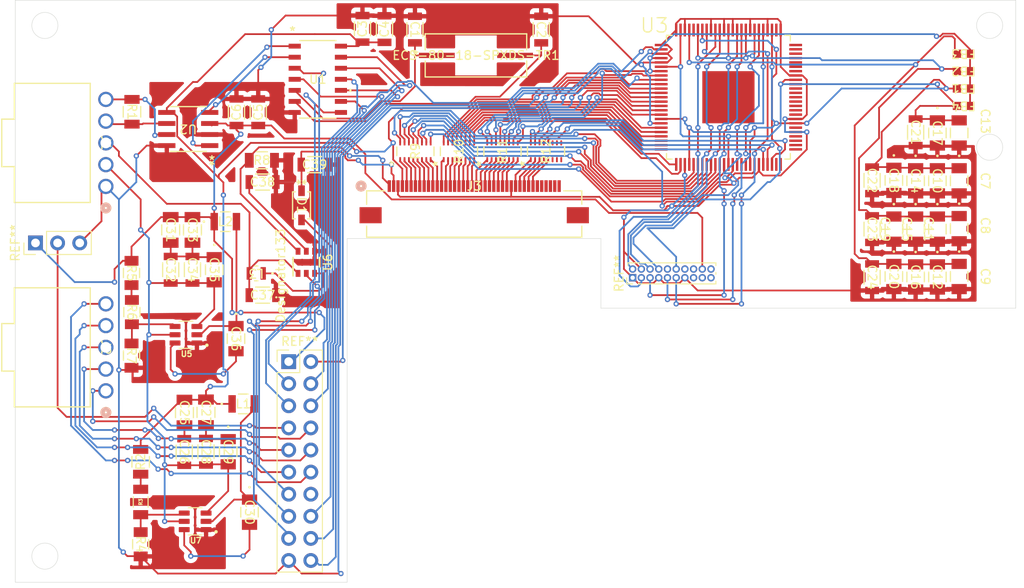
<source format=kicad_pcb>
(kicad_pcb (version 20240108) (generator "pcbnew") (generator_version "8.0")
  (layers (0 "F.Cu" signal) (31 "B.Cu" signal) (34 "B.Paste" user) (35 "F.Paste" user) (36 "B.SilkS" user "B.Silkscreen") (37 "F.SilkS" user "F.Silkscreen") (38 "B.Mask" user) (39 "F.Mask" user) (44 "Edge.Cuts" user))
  (net 0 "")
  (net 1 "+3.3V")
  (net 2 "Net-(U1-OSC2)")
  (net 3 "Net-(U1-OSC1)")
  (net 4 "+5V")
  (net 5 "Net-(U3-OVDD)")
  (net 6 "Net-(U3-AVDD)")
  (net 7 "Net-(U3-PVDD)")
  (net 8 "Net-(U3-DVDD)")
  (net 9 "7V")
  (net 10 "Net-(U7-VBST)")
  (net 11 "Net-(U7-SW)")
  (net 12 "Net-(U5-VBST)")
  (net 13 "Net-(U5-SW)")
  (net 14 "12V")
  (net 15 "Net-(U6-COMP)")
  (net 16 "/LEDA")
  (net 17 "Net-(D1-ANODE)")
  (net 18 "/GND")
  (net 19 "/CAN Bus connection L")
  (net 20 "/CAN Bus connection H")
  (net 21 "unconnected-(J2-Pad1)")
  (net 22 "/VSYNC")
  (net 23 "/B6")
  (net 24 "/G1")
  (net 25 "/G4")
  (net 26 "/B1")
  (net 27 "/G3")
  (net 28 "/R1")
  (net 31 "/B5")
  (net 32 "/G2")
  (net 33 "/B7")
  (net 34 "/G0")
  (net 35 "/R7")
  (net 36 "/HSYNC")
  (net 38 "/R4")
  (net 39 "/G6")
  (net 40 "/DISPEN")
  (net 41 "/R0")
  (net 42 "/R6")
  (net 43 "/G5")
  (net 44 "/PIXCLK")
  (net 45 "/B3")
  (net 46 "/LEDK")
  (net 48 "/B2")
  (net 49 "/B4")
  (net 51 "/R2")
  (net 52 "/ACTIVE")
  (net 54 "/B0")
  (net 55 "/G7")
  (net 56 "/R5")
  (net 57 "/R3")
  (net 58 "Net-(U3-RX2-)")
  (net 59 "Net-(U3-RX1+)")
  (net 60 "Net-(U3-RX0-)")
  (net 61 "Net-(U3-RXC+)")
  (net 62 "Net-(U3-RXC-)")
  (net 63 "Net-(U3-RX1-)")
  (net 64 "Net-(U3-RX2+)")
  (net 65 "Net-(U3-RX0+)")
  (net 66 "Net-(R2-Pad1)")
  (net 67 "Net-(U7-VFB)")
  (net 68 "Net-(R5-Pad2)")
  (net 69 "Net-(U5-VFB)")
  (net 70 "/Rasberry PI (SPI input)")
  (net 71 "/RX")
  (net 72 "/TX")
  (net 73 "/Rasberry PI (chip select)")
  (net 74 "/Rasberry PI (SPI clock input)")
  (net 75 "/Rasberry PI (SPI output)")
  (net 76 "/Rasberry PI (RX interupt active low)")
  (net 77 "/Rasberry PI (TX interupt active low)")
  (net 78 "/Rasberry PI (interupt active low)")
  (net 79 "/Rasberry PI (clock output)")
  (net 101 "/PWRON")
  (net 109 "/PWRON_D")
  (net 111 "/PWM")
  (net 112 "Net-(J3-Pad7)")
  (net 113 "Net-(J3-Pad18)")
  (net 114 "Net-(J3-Pad24)")
  (net 115 "Net-(J3-Pad20)")
  (net 116 "Net-(J3-Pad15)")
  (net 117 "Net-(J3-Pad23)")
  (net 118 "Net-(J3-Pad26)")
  (net 119 "Net-(J3-Pad6)")
  (net 120 "Net-(J3-Pad22)")
  (net 121 "Net-(J3-Pad10)")
  (net 122 "Net-(J3-Pad16)")
  (net 123 "Net-(J3-Pad12)")
  (net 124 "Net-(J3-Pad11)")
  (net 125 "Net-(J3-Pad5)")
  (net 126 "Net-(J3-Pad28)")
  (net 127 "Net-(J3-Pad13)")
  (net 128 "Net-(J3-Pad25)")
  (net 129 "Net-(J3-Pad8)")
  (net 130 "Net-(J3-Pad27)")
  (net 131 "Net-(J3-Pad9)")
  (net 132 "Net-(J3-Pad19)")
  (net 133 "Net-(J3-Pad21)")
  (net 134 "Net-(J3-Pad17)")
  (net 135 "Net-(J3-Pad14)")
  (footprint "CustomLibrary:CONN_SD-105313-100_05_MOL" (layer "F.Cu") (at 133 92 -90)
    (property "Reference" "J2")
    (property "Value" "1053131105")
  )
  (footprint "Connector_PinHeader_2.54mm:PinHeader_2x10_P2.54mm_Vertical" (layer "F.Cu") (at 154 88.64)
    (property "Reference" "REF**")
    (property "Value" "PinHeader_2x10_P2.54mm_Vertical")
  )
  (footprint "CustomLibrary:DBV0006A_L" (layer "F.Cu") (at 156.022201 77.224999 90)
    (property "Reference" "U6")
    (property "Value" "TPS61165DBV")
  )
  (footprint "CustomLibrary:CAP_1206_B_WAL" (layer "F.Cu") (at 231 62.357802 -90)
    (property "Reference" "C13")
    (property "Value" "0.1uF")
  )
  (footprint "CustomLibrary:IND_TAIYO_LBR2012_TAY" (layer "F.Cu") (at 150.272299 78.5 180)
    (property "Reference" "L3")
    (property "Value" "10uH")
  )
  (footprint "CustomLibrary:RES_YC248_4X1P6_YAG" (layer "F.Cu") (at 178.552579 64.4652 90)
    (property "Reference" "R11")
    (property "Value" "YC248-JR-07330RL")
  )
  (footprint "CustomLibrary:CONN40_CF3140_CVI" (layer "F.Cu") (at 175.305855 71.6762)
    (property "Reference" "J3")
    (property "Value" "Conn_01x40_Socket")
  )
  (footprint "CustomLibrary:CL1206_SAM" (layer "F.Cu") (at 140.4473 73.501501 -90)
    (property "Reference" "C31")
    (property "Value" "22uF")
  )
  (footprint "CustomLibrary:CAP_CL31_SAM" (layer "F.Cu") (at 221 73.410002 -90)
    (property "Reference" "C23")
    (property "Value" "10uF")
  )
  (footprint "CustomLibrary:CAP_1206_B_WAL" (layer "F.Cu") (at 228.5 78.910002 -90)
    (property "Reference" "C12")
    (property "Value" "0.1uF")
  )
  (footprint "CustomLibrary:CAP_CL31_SAM" (layer "F.Cu") (at 168.5 50.472199 -90)
    (property "Reference" "C1")
    (property "Value" "22pF")
  )
  (footprint "CustomLibrary:CAP_1206_B_WAL" (layer "F.Cu") (at 228.5 62.357802 -90)
    (property "Reference" "C17")
    (property "Value" "0.1uF")
  )
  (footprint "CustomLibrary:CAP_CL31_SAM" (layer "F.Cu") (at 226 62.277801 -90)
    (property "Reference" "C21")
    (property "Value" "10uF")
  )
  (footprint "CustomLibrary:RC1206N_YAG" (layer "F.Cu") (at 135.9912 82.9507 -90)
    (property "Reference" "R6")
    (property "Value" "4.7k")
  )
  (footprint "CustomLibrary:CL1206_SAM" (layer "F.Cu") (at 142.0268 94.5 -90)
    (property "Reference" "C25")
    (property "Value" "22uF")
  )
  (footprint "CustomLibrary:SOT95P280X110-6N" (layer "F.Cu") (at 143.255 107 180)
    (property "Reference" "U7")
    (property "Value" "TPS562201")
  )
  (footprint "CustomLibrary:CAP_1206_B_WAL" (layer "F.Cu") (at 147.9473 86.0005 -90)
    (property "Reference" "C36")
    (property "Value" "0.1uF")
  )
  (footprint "CustomLibrary:CAP_CL31_SAM" (layer "F.Cu") (at 221 67.805602 -90)
    (property "Reference" "C22")
    (property "Value" "10uF")
  )
  (footprint "CustomLibrary:CAP_1206_B_WAL" (layer "F.Cu") (at 226 78.910002 -90)
    (property "Reference" "C16")
    (property "Value" "0.1uF")
  )
  (footprint "CustomLibrary:FERRITE_0603_1P6XP8_MUR" (layer "F.Cu") (at 231.5 57.25 180)
    (property "Reference" "FB1")
    (property "Value" "BLM18RK601SN1D" (hide yes))
  )
  (footprint "CustomLibrary:IND_TAIYO_LB3218_TAY" (layer "F.Cu") (at 148.77635 93.5)
    (property "Reference" "L1")
    (property "Value" "3.3uH")
  )
  (footprint "CustomLibrary:SOT95P280X110-6N" (layer "F.Cu") (at 142.2023 85.5527 180)
    (property "Reference" "U5")
    (property "Value" "TPS562201")
  )
  (footprint "CustomLibrary:CAP_1206_B_WAL" (layer "F.Cu") (at 145.4473 78.080501 -90)
    (property "Reference" "C35")
    (property "Value" "0.1uF")
  )
  (footprint "CustomLibrary:CAP_CL31_SAM" (layer "F.Cu") (at 148 59.972199 90)
    (property "Reference" "C6")
    (property "Value" "10nF")
  )
  (footprint "CustomLibrary:QFP50P1600X1600X120-101N" (layer "F.Cu") (at 204.5 58.25)
    (property "Reference" "U3")
    (property "Value" "~" (hide yes))
  )
  (footprint "CustomLibrary:RES_YC248_4X1P6_YAG" (layer "F.Cu") (at 173.552579 64.4652 90)
    (property "Reference" "R10")
    (property "Value" "YC248-JR-07330RL")
  )
  (footprint "Connector_PinHeader_2.54mm:PinHeader_1x03_P2.54mm_Vertical" (layer "F.Cu") (at 124.92 75 90)
    (property "Reference" "REF**")
    (property "Value" "PinHeader_1x03_P2.54mm_Vertical")
  )
  (footprint "CustomLibrary:CAP_CL31_SAM" (layer "F.Cu") (at 151 81)
    (property "Reference" "C37")
    (property "Value" "4.7uF")
  )
  (footprint "CustomLibrary:CAP_1206_B_WAL" (layer "F.Cu") (at 223.5 78.857802 -90)
    (property "Reference" "C20")
    (property "Value" "0.1uF")
  )
  (footprint "CustomLibrary:CAP_1206_B_WAL" (layer "F.Cu") (at 223.5 67.805602 -90)
    (property "Reference" "C18")
    (property "Value" "0.1uF")
  )
  (footprint "CustomLibrary:CONN_SD-105313-100_05_MOL" (layer "F.Cu") (at 133 68.5 -90)
    (property "Reference" "J1")
    (property "Value" "1053131105")
  )
  (footprint "CustomLibrary:RES_CSRT1206FT5R00_STP" (layer "F.Cu") (at 150.919999 65.5)
    (property "Reference" "R8")
    (property "Value" "5Ω")
  )
  (footprint "CustomLibrary:STA_RMCF1206_STP" (layer "F.Cu") (at 137 100.1576 90)
    (property "Reference" "R2")
    (property "Value" "15k")
  )
  (footprint "CustomLibrary:RC1206N_YAG" (layer "F.Cu") (at 137 109.6322 -90)
    (property "Reference" "R4")
    (property "Value" "4.7k")
  )
  (footprint "CustomLibrary:CAP_1206_B_WAL" (layer "F.Cu") (at 228.5 73.410002 -90)
    (property "Reference" "C11")
    (property "Value" "0.1uF")
  )
  (footprint "CustomLibrary:CAP_CL31_SAM" (layer "F.Cu") (at 144.5 99 -90)
    (property "Reference" "C28")
    (property "Value" "10uF")
  )
  (footprint "CustomLibrary:RES_YC248_4X1P6_YAG" (layer "F.Cu") (at 168.552577 64.4652 90)
    (property "Reference" "R9")
    (property "Value" "YC248-JR-07330RL")
  )
  (footprint "CustomLibrary:CAP_1206_B_WAL" (layer "F.Cu") (at 226 67.857802 -90)
    (property "Reference" "C14")
    (property "Value" "0.1uF")
  )
  (footprint "CustomLibrary:ABLS-8.000MHZ-B2-T_ABR" (layer "F.Cu") (at 175.5042 53.444398)
    (property "Reference" "ECS-80-18-SPXDS-TR1")
    (property "Value" "8MHz")
  )
  (footprint "CustomLibrary:STA_RMCF1206_STP" (layer "F.Cu") (at 136 59.9224 -90)
    (property "Reference" "R1")
    (property "Value" "120 ohm")
  )
  (footprint "CustomLibrary:RC1206N_YAG" (layer "F.Cu") (at 135.9473 78.4497 -90)
    (property "Reference" "R5")
    (property "Value" "33k")
  )
  (footprint "CustomLibrary:CL1206_SAM" (layer "F.Cu") (at 144.5 94.4732 -90)
    (property "Reference" "C27")
    (property "Value" "22uF")
  )
  (footprint "CustomLibrary:RC1206N_YAG" (layer "F.Cu") (at 135.9473 87.9497 -90)
    (property "Reference" "R7")
    (property "Value" "6.8k")
  )
  (footprint "CustomLibrary:CAP_CL31_SAM" (layer "F.Cu") (at 165 50.416597 90)
    (property "Reference" "C4")
    (property "Value" "10nF")
  )
  (footprint "CustomLibrary:SOIC8_4P9X3P9MC_MCH" (layer "F.Cu") (at 142.4638 61.905 180)
    (property "Reference" "U2")
    (property "Value" "MCP2542FD-E/SN")
  )
  (footprint "CustomLibrary:CAP_1206_B_WAL" (layer "F.Cu") (at 231 78.857802 -90)
    (property "Reference" "C9")
    (property "Value" "0.1uF")
  )
  (footprint "CustomLibrary:CL1206_SAM" (layer "F.Cu") (at 142.9473 73.501501 -90)
    (property "Reference" "C33")
    (property "Value" "22uF")
  )
  (footprint "CustomLibrary:CAP_CL31_SAM" (layer "F.Cu") (at 221 78.937803 -90)
    (property "Reference" "C24")
    (property "Value" "10uF")
  )
  (footprint "CustomLibrary:CAP_CL31_SAM" (layer "F.Cu") (at 183 50.472199 -90)
    (property "Reference" "C2")
    (property "Value" "22pF")
  )
  (footprint "CustomLibrary:CAP_1206_B_WAL" (layer "F.Cu") (at 223.5 73.410002 -90)
    (property "Reference" "C19")
    (property "Value" "0.1uF")
  )
  (footprint "CustomLibrary:FERRITE_0603_1P6XP8_MUR" (layer "F.Cu") (at 231.5 53.25 180)
    (property "Reference" "FB3")
    (property "Value" "BLM18RK601SN1D")
  )
  (footprint "CustomLibrary:FERRITE_0603_1P6XP8_MUR" (layer "F.Cu") (at 231.5 59.25 180)
    (property "Reference" "FB4")
    (property "Value" "BLM18RK601SN1D" (hide yes))
  )
  (footprint "CustomLibrary:CAP_CL31_SAM" (layer "F.Cu") (at 142 99.027801 -90)
    (property "Reference" "C26")
    (property "Value" "10uF")
  )
  (footprint "CustomLibrary:SOIC14_150MIL_SL_MCH" (layer "F.Cu") (at 157.3457 56.19)
    (property "Reference" "U1")
    (property "Value" "MCP2518FDT-H/SL")
  )
  (footprint "CustomLibrary:CAP_CL31_SAM" (layer "F.Cu") (at 150.5 59.972199 90)
    (property "Reference" "C5")
    (property "Value" "10uF")
  )
  (footprint "CustomLibrary:CAP_1206_B_WAL" (layer "F.Cu") (at 231 67.857802 -90)
    (property "Reference" "C7")
    (property "Value" "0.1uF")
  )
  (footprint "CustomLibrary:CAP_1206_B_WAL" (layer "F.Cu") (at 226 73.410002 -90)
    (property "Reference" "C15")
    (property "Value" "0.1uF")
  )
  (footprint "CustomLibrary:CAP_1206_B_WAL" (layer "F.Cu") (at 147.0522 98.9986 -90)
    (property "Reference" "C29")
    (property "Value" "0.1uF")
  )
  (footprint "Connector_PinHeader_1.00mm:PinHeader_2x10_P1.00mm_Vertical" (layer "F.Cu") (at 193.5 79 90)
    (property "Reference" "REF**")
    (property "Value" "PinHeader_2x10_P1.00mm_Vertical")
  )
  (footprint "CustomLibrary:CAP_1206_B_WAL" (layer "F.Cu") (at 149.5 105.9478 -90)
    (property "Reference" "C30")
    (property "Value" "0.1uF")
  )
  (footprint "CustomLibrary:CAP_CL31_SAM" (layer "F.Cu") (at 156.972199 66)
    (property "Reference" "C39")
    (property "Value" "4.7uF")
  )
  (footprint "CustomLibrary:CAP_CL31_SAM" (layer "F.Cu") (at 140.4473 78.080501 -90)
    (property "Reference" "C32")
    (property "Value" "10uF")
  )
  (footprint "CustomLibrary:CAP_CL31_SAM" (layer "F.Cu") (at 162.472199 50.388796 90)
    (property "Reference" "C3")
    (property "Value" "10uF")
  )
  (footprint "CustomLibrary:CAP_1206_B_WAL" (layer "F.Cu") (at 228.5 67.857802 -90)
    (property "Reference" "C10")
    (property "Value" "0.1uF")
  )
  (footprint "CustomLibrary:FERRITE_0603_1P6XP8_MUR" (layer "F.Cu") (at 231.5 55.25 180)
    (property "Reference" "FB2")
    (property "Value" "BLM18RK601SN1D")
  )
  (footprint "CustomLibrary:CAP_CL31_SAM" (layer "F.Cu") (at 142.9473 78.080501 -90)
    (property "Reference" "C34")
    (property "Value" "10uF")
  )
  (footprint "CustomLibrary:CAP_CL31_SAM" (layer "F.Cu") (at 151 68)
    (property "Reference" "C38")
    (property "Value" "220nF")
  )
  (footprint "CustomLibrary:CAP_1206_B_WAL" (layer "F.Cu") (at 231 73.357802 -90)
    (property "Reference" "C8")
    (property "Value" "0.1uF")
  )
  (footprint "CustomLibrary:RESC3115X65N" (layer "F.Cu") (at 137 104.7752 90)
    (property "Reference" "R3")
    (property "Value" "470")
  )
  (footprint "CustomLibrary:IND_TAIYO_LB3218_TAY" (layer "F.Cu") (at 146.72365 72.5527)
    (property "Reference" "L2")
    (property "Value" "4.7uH")
  )
  (footprint "CustomLibrary:RES_YC248_4X1P6_YAG" (layer "F.Cu") (at 183.552578 64.4652 90)
    (property "Reference" "R12")
    (property "Value" "YC248-JR-07330RL")
  )
  (footprint "CustomLibrary:SOD-123_ONS" (layer "F.Cu") (at 155.472199 70.6764 -90)
    (property "Reference" "D1")
    (property "Value" "MBR0540")
  )
  (gr_line (start 237.5 47.1) (end 237.5 82.5) (stroke (width 0.05)) (layer "Edge.Cuts"))
  (gr_line (start 160.71 74.5) (end 189.86 74.5) (stroke (width 0.05)) (layer "Edge.Cuts"))
  (gr_circle (center 234.5 64) (end 234.5 62.5) (stroke (width 0.05)) (fill none) (layer "Edge.Cuts"))
  (gr_circle (center 126 50) (end 126 48.5) (stroke (width 0.05)) (fill none) (layer "Edge.Cuts"))
  (gr_line (start 122.6 114) (end 122.6 47.1) (stroke (width 0.05)) (layer "Edge.Cuts"))
  (gr_line (start 160.71 114) (end 160.71 74.5) (stroke (width 0.05)) (layer "Edge.Cuts"))
  (gr_line (start 160.71 114) (end 122.6 114) (stroke (width 0.05)) (layer "Edge.Cuts"))
  (gr_line (start 122.6 47.1) (end 237.5 47.1) (stroke (width 0.05)) (layer "Edge.Cuts"))
  (gr_line (start 237.5 82.5) (end 189.86 82.5) (stroke (width 0.05)) (layer "Edge.Cuts"))
  (gr_circle (center 126 111) (end 126 109.5) (stroke (width 0.05)) (fill none) (layer "Edge.Cuts"))
  (gr_line (start 189.86 82.5) (end 189.86 74.5) (stroke (width 0.05)) (layer "Edge.Cuts"))
  (gr_circle (center 234.5 50) (end 234.5 48.5) (stroke (width 0.05)) (fill none) (layer "Edge.Cuts"))
  (segment (start 175.580317 58.495419) (end 182 58.495419) (width 0.2) (layer "F.Cu") (net 1))
  (segment (start 144.5 93) (end 144.5 92) (width 0.2) (layer "F.Cu") (net 1))
  (segment (start 195.5028 55.2528) (end 195.5 55.25) (width 0.2) (layer "F.Cu") (net 1))
  (segment (start 167.095472 59.5) (end 174.575736 59.5) (width 0.2) (layer "F.Cu") (net 1))
  (segment (start 228.825736 51.25) (end 229.125736 50.95) (width 0.2) (layer "F.Cu") (net 1))
  (segment (start 189.792893 54.995419) (end 190.207107 54.995419) (width 0.2) (layer "F.Cu") (net 1))
  (segment (start 146.5 69.5) (end 146.5 68.0527) (width 0.2) (layer "F.Cu") (net 1))
  (segment (start 232.2493 52.7493) (end 232.2493 53.25) (width 0.2) (layer "F.Cu") (net 1))
  (segment (start 147.5 93.5) (end 147.5 92.882328) (width 0.2) (layer "F.Cu") (net 1))
  (segment (start 149 51) (end 143.5 56.5) (width 0.2) (layer "F.Cu") (net 1))
  (segment (start 160.802579 63.5) (end 161.802579 64.5) (width 0.2) (layer "F.Cu") (net 1))
  (segment (start 137 97.696278) (end 141.669478 93.0268) (width 0.2) (layer "F.Cu") (net 1))
  (segment (start 142.0268 97.4732) (end 142 97.5) (width 0.2) (layer "F.Cu") (net 1))
  (segment (start 166 63.5) (end 165.5 63) (width 0.2) (layer "F.Cu") (net 1))
  (segment (start 165.5 63) (end 165.5 61.095472) (width 0.2) (layer "F.Cu") (net 1))
  (segment (start 142.9473 76.5527) (end 143.4473 76.5527) (width 0.2) (layer "F.Cu") (net 1))
  (segment (start 230.45 50.95) (end 232.2493 52.7493) (width 0.2) (layer "F.Cu") (net 1))
  (segment (start 145.97365 67.52635) (end 141.1906 62.7433) (width 0.2) (layer "F.Cu") (net 1))
  (segment (start 196.7742 53.75) (end 196.7784 53.7542) (width 0.2) (layer "F.Cu") (net 1))
  (segment (start 140 60) (end 140 59.5) (width 0.2) (layer "F.Cu") (net 1))
  (segment (start 228.396446 51.25) (end 228.825736 51.25) (width 0.2) (layer "F.Cu") (net 1))
  (segment (start 184.2745 57.195419) (end 185.969919 55.5) (width 0.2) (layer "F.Cu") (net 1))
  (segment (start 166 63.5) (end 166 65.421522) (width 0.2) (layer "F.Cu") (net 1))
  (segment (start 145.97365 67.158896) (end 149.632546 63.5) (width 0.2) (layer "F.Cu") (net 1))
  (segment (start 174.575736 59.5) (end 175.580317 58.495419) (width 0.2) (layer "F.Cu") (net 1))
  (segment (start 232.2493 59.25) (end 232.2493 57.25) (width 0.2) (layer "F.Cu") (net 1))
  (segment (start 145.755 93.5) (end 147.5 93.5) (width 0.2) (layer "F.Cu") (net 1))
  (segment (start 182 58.088312) (end 182.892893 57.195419) (width 0.2) (layer "F.Cu") (net 1))
  (segment (start 161.055602 51) (end 161.972199 51.916597) (width 0.2) (layer "F.Cu") (net 1))
  (segment (start 142 97.5) (end 142.027801 97.472199) (width 0.2) (layer "F.Cu") (net 1))
  (segment (start 196.7784 55.2528) (end 195.5028 55.2528) (width 0.2) (layer "F.Cu") (net 1))
  (segment (start 196.7756 55.25) (end 196.7784 55.2528) (width 0.2) (layer "F.Cu") (net 1))
  (segment (start 195.5 53.75) (end 196.7742 53.75) (width 0.2) (layer "F.Cu") (net 1))
  (segment (start 141.1906 62.7433) (end 141.1906 60.4794) (width 0.2) (layer "F.Cu") (net 1))
  (segment (start 166 65.421522) (end 167.0505 66.472022) (width 0.2) (layer "F.Cu") (net 1))
  (segment (start 140 59.5) (end 143 56.5) (width 0.2) (layer "F.Cu") (net 1))
  (segment (start 162.008796 52.38) (end 162.472199 51.916597) (width 0.2) (layer "F.Cu") (net 1))
  (segment (start 190.461688 55.25) (end 195.5 55.25) (width 0.2) (layer "F.Cu") (net 1))
  (segment (start 144.5 92) (end 145 91.5) (width 0.2) (layer "F.Cu") (net 1))
  (segment (start 182 58.495419) (end 182 58.088312) (width 0.2) (layer "F.Cu") (net 1))
  (segment (start 229.125736 50.95) (end 230.45 50.95) (width 0.2) (layer "F.Cu") (net 1))
  (segment (start 142.027801 97.472199) (end 144.5 97.472199) (width 0.2) (layer "F.Cu") (net 1))
  (segment (start 189.288312 55.5) (end 189.792893 54.995419) (width 0.2) (layer "F.Cu") (net 1))
  (segment (start 144.5 95.9464) (end 144.5 97.472199) (width 0.2) (layer "F.Cu") (net 1))
  (segment (start 145.97365 67.52635) (end 145.97365 67.158896) (width 0.2) (layer "F.Cu") (net 1))
  (segment (start 160 52.38) (end 162.008796 52.38) (width 0.2) (layer "F.Cu") (net 1))
  (segment (start 143 56.5) (end 143.5 56.5) (width 0.2) (layer "F.Cu") (net 1))
  (segment (start 140.4473 76.5527) (end 142.9473 76.5527) (width 0.2) (layer "F.Cu") (net 1))
  (segment (start 145.255 93) (end 145.755 93.5) (width 0.2) (layer "F.Cu") (net 1))
  (segment (start 149.632546 63.5) (end 160.802579 63.5) (width 0.2) (layer "F.Cu") (net 1))
  (segment (start 141.1906 60.4794) (end 140.7112 60) (width 0.2) (layer "F.Cu") (net 1))
  (segment (start 232.2493 53.25) (end 232.2493 55.25) (width 0.2) (layer "F.Cu") (net 1))
  (segment (start 142.0268 93.0268) (end 144.4732 93.0268) (width 0.2) (layer "F.Cu") (net 1))
  (segment (start 143.4473 76.5527) (end 143.527301 76.632701) (width 0.2) (layer "F.Cu") (net 1))
  (segment (start 145.3058 97.5508) (end 147.0522 97.5508) (width 0.2) (layer "F.Cu") (net 1))
  (segment (start 137 98.7352) (end 137 97.696278) (width 0.2) (layer "F.Cu") (net 1))
  (segment (start 190.207107 54.995419) (end 190.461688 55.25) (width 0.2) (layer "F.Cu") (net 1))
  (segment (start 144.5 97.472199) (end 145.227199 97.472199) (width 0.2) (layer "F.Cu") (net 1))
  (segment (start 232.2493 55.25) (end 232.2493 57.25) (width 0.2) (layer "F.Cu") (net 1))
  (segment (start 142.9473 74.974701) (end 142.9473 76.5527) (width 0.2) (layer "F.Cu") (net 1))
  (segment (start 185.969919 55.5) (end 189.288312 55.5) (width 0.2) (layer "F.Cu") (net 1))
  (segment (start 165.5 61.095472) (end 167.095472 59.5) (width 0.2) (layer "F.Cu") (net 1))
  (segment (start 144.5 93) (end 145.255 93) (width 0.2) (layer "F.Cu") (net 1))
  (segment (start 165 51.944398) (end 162.5 51.944398) (width 0.2) (layer "F.Cu") (net 1))
  (segment (start 145.227199 97.472199) (end 145.3058 97.5508) (width 0.2) (layer "F.Cu") (net 1))
  (segment (start 182.892893 57.195419) (end 184.2745 57.195419) (width 0.2) (layer "F.Cu") (net 1))
  (segment (start 143.527301 76.632701) (end 145.4473 76.632701) (width 0.2) (layer "F.Cu") (net 1))
  (segment (start 142.0268 95.9732) (end 142.0268 97.4732) (width 0.2) (layer "F.Cu") (net 1))
  (segment (start 147.27635 93.72365) (end 147.5 93.5) (width 0.2) (layer "F.Cu") (net 1))
  (segment (start 146.5 68.0527) (end 145.97365 67.52635) (width 0.2) (layer "F.Cu") (net 1))
  (segment (start 144.4732 93.0268) (end 144.5 93) (width 0.2) (layer "F.Cu") (net 1))
  (segment (start 157 51) (end 161.055602 51) (width 0.2) (layer "F.Cu") (net 1))
  (segment (start 140.4473 74.974701) (end 140.4473 76.5527) (width 0.2) (layer "F.Cu") (net 1))
  (segment (start 161.972199 51.916597) (end 162.472199 51.916597) (width 0.2) (layer "F.Cu") (net 1))
  (segment (start 167.0505 66.472022) (end 167.0505 68.2869) (width 0.2) (layer "F.Cu") (net 1))
  (segment (start 140.7112 60) (end 140 60) (width 0.2) (layer "F.Cu") (net 1))
  (segment (start 157 51) (end 149 51) (width 0.2) (layer "F.Cu") (net 1))
  (segment (start 141.669478 93.0268) (end 142.0268 93.0268) (width 0.2) (layer "F.Cu") (net 1))
  (via (at 161.802579 64.5) (size 0.6) (drill 0.3) (layers "F.Cu" "B.Cu") (net 1))
  (via (at 195.5 55.25) (size 0.6) (drill 0.3) (layers "F.Cu" "B.Cu") (net 1))
  (via (at 146.5 69.5) (size 0.6) (drill 0.3) (layers "F.Cu" "B.Cu") (net 1))
  (via (at 228.396446 51.25) (size 0.6) (drill 0.3) (layers "F.Cu" "B.Cu") (net 1))
  (via (at 166 63.5) (size 0.6) (drill 0.3) (layers "F.Cu" "B.Cu") (net 1))
  (via (at 145 91.5) (size 0.6) (drill 0.3) (layers "F.Cu" "B.Cu") (net 1))
  (via (at 195.5 53.75) (size 0.6) (drill 0.3) (layers "F.Cu" "B.Cu") (net 1))
  (segment (start 228.396446 51.25) (end 228.146446 51) (width 0.2) (layer "B.Cu") (net 1))
  (segment (start 165 64.5) (end 161.802579 64.5) (width 0.2) (layer "B.Cu") (net 1))
  (segment (start 198.25 51) (end 195.5 53.75) (width 0.2) (layer "B.Cu") (net 1))
  (segment (start 147 91.207107) (end 146.707107 91.5) (width 0.2) (layer "B.Cu") (net 1))
  (segment (start 166 63.5) (end 165 64.5) (width 0.2) (layer "B.Cu") (net 1))
  (segment (start 146.707107 91.5) (end 145 91.5) (width 0.2) (layer "B.Cu") (net 1))
  (segment (start 146.707107 89.5527) (end 147 89.845593) (width 0.2) (layer "B.Cu") (net 1))
  (segment (start 146.5 69.5) (end 146.5527 69.4473) (width 0.2) (layer "B.Cu") (net 1))
  (segment (start 146.5 89.5527) (end 146.707107 89.5527) (width 0.2) (layer "B.Cu") (net 1))
  (segment (start 146.5 69.5) (end 146.5 89.5527) (width 0.2) (layer "B.Cu") (net 1))
  (segment (start 195.5 55.25) (end 195.5 53.75) (width 0.2) (layer "B.Cu") (net 1))
  (segment (start 147 89.845593) (end 147 91.207107) (width 0.2) (layer "B.Cu") (net 1))
  (segment (start 228.146446 51) (end 198.25 51) (width 0.2) (layer "B.Cu") (net 1))
  (segment (start 164.744398 58.7) (end 162.744398 60.7) (width 0.2) (layer "F.Cu") (net 2))
  (segment (start 162.744398 60.7) (end 157.9314 60.7) (width 0.2) (layer "F.Cu") (net 2))
  (segment (start 157.9314 60.7) (end 154.6914 57.46) (width 0.2) (layer "F.Cu") (net 2))
  (segment (start 168.5 53.444398) (end 168.5 57) (width 0.2) (layer "F.Cu") (net 2))
  (segment (start 168.5 57) (end 166.8 58.7) (width 0.2) (layer "F.Cu") (net 2))
  (segment (start 166.8 58.7) (end 164.744398 58.7) (width 0.2) (layer "F.Cu") (net 2))
  (segment (start 171.0084 53.444398) (end 168.5 53.444398) (width 0.2) (layer "F.Cu") (net 2))
  (segment (start 168.5 53.444398) (end 168.5 52) (width 0.2) (layer "F.Cu") (net 2))
  (segment (start 163 61) (end 165 59) (width 0.2) (layer "F.Cu") (net 3))
  (segment (start 154.6914 58.73) (end 156.9614 61) (width 0.2) (layer "F.Cu") (net 3))
  (segment (start 165 59) (end 174.651472 59) (width 0.2) (layer "F.Cu") (net 3))
  (segment (start 183 53.444398) (end 183 52) (width 0.2) (layer "F.Cu") (net 3))
  (segment (start 175.456053 58.195419) (end 178.248979 58.195419) (width 0.2) (layer "F.Cu") (net 3))
  (segment (start 178.248979 58.195419) (end 183 53.444398) (width 0.2) (layer "F.Cu") (net 3))
  (segment (start 183 53.444398) (end 180 53.444398) (width 0.2) (layer "F.Cu") (net 3))
  (segment (start 156.9614 61) (end 163 61) (width 0.2) (layer "F.Cu") (net 3))
  (segment (start 174.651472 59) (end 175.456053 58.195419) (width 0.2) (layer "F.Cu") (net 3))
  (segment (start 135.9473 77.0527) (end 135.9473 75.426601) (width 0.2) (layer "F.Cu") (net 4))
  (segment (start 189.226842 70) (end 190.776842 71.55) (width 0.2) (layer "F.Cu") (net 4))
  (segment (start 148 61.5) (end 150.5 61.5) (width 0.2) (layer "F.Cu") (net 4))
  (segment (start 148.5 83) (end 157.5 83) (width 0.2) (layer "F.Cu") (net 4))
  (segment (start 145.4473 72.5527) (end 145.4473 74.772201) (width 0.2) (layer "F.Cu") (net 4))
  (segment (start 161.009686 63) (end 162.802579 64.792893) (width 0.2) (layer "F.Cu") (net 4))
  (segment (start 152 61.5) (end 153.5 63) (width 0.2) (layer "F.Cu") (net 4))
  (segment (start 150.5 61.5) (end 152 61.5) (width 0.2) (layer "F.Cu") (net 4))
  (segment (start 135.9473 75.426601) (end 139.3456 72.028301) (width 0.2) (layer "F.Cu") (net 4))
  (segment (start 145.4473 72.5527) (end 144.922901 72.028301) (width 0.2) (layer "F.Cu") (net 4))
  (segment (start 144.922901 72.028301) (end 142.9473 72.028301) (width 0.2) (layer "F.Cu") (net 4))
  (segment (start 148.5 62.5) (end 148 62) (width 0.2) (layer "F.Cu") (net 4))
  (segment (start 162.802579 66.975881) (end 165.826698 70) (width 0.2) (layer "F.Cu") (net 4))
  (segment (start 148 61.5) (end 147 61.5) (width 0.2) (layer "F.Cu") (net 4))
  (segment (start 201.5 72.1) (end 201.5 78) (width 0.2) (layer "F.Cu") (net 4))
  (segment (start 145.4473 71) (end 145.4473 72.5527) (width 0.2) (layer "F.Cu") (net 4))
  (segment (start 162.802579 64.792893) (end 162.802579 66.975881) (width 0.2) (layer "F.Cu") (net 4))
  (segment (start 147.5 76.824901) (end 147.5 83) (width 0.2) (layer "F.Cu") (net 4))
  (segment (start 147 61.5) (end 146.77 61.27) (width 0.2) (layer "F.Cu") (net 4))
  (segment (start 153.5 63) (end 161.009686 63) (width 0.2) (layer "F.Cu") (net 4))
  (segment (start 139.3456 72.028301) (end 140.4473 72.028301) (width 0.2) (layer "F.Cu") (net 4))
  (segment (start 190.776842 71.55) (end 200.95 71.55) (width 0.2) (layer "F.Cu") (net 4))
  (segment (start 134 77.9999) (end 134 79.5) (width 0.2) (layer "F.Cu") (net 4))
  (segment (start 145.1576 61.5) (end 144.9276 61.27) (width 0.2) (layer "F.Cu") (net 4))
  (segment (start 146.77 61.27) (end 144.9276 61.27) (width 0.2) (layer "F.Cu") (net 4))
  (segment (start 148 62) (end 148 61.5) (width 0.2) (layer "F.Cu") (net 4))
  (segment (start 134.9472 77.0527) (end 134 77.9999) (width 0.2) (layer "F.Cu") (net 4))
  (segment (start 140.4473 72.028301) (end 142.9473 72.028301) (width 0.2) (layer "F.Cu") (net 4))
  (segment (start 165.826698 70) (end 189.226842 70) (width 0.2) (layer "F.Cu") (net 4))
  (segment (start 145.4473 74.772201) (end 147.5 76.824901) (width 0.2) (layer "F.Cu") (net 4))
  (segment (start 200.95 71.55) (end 201.5 72.1) (width 0.2) (layer "F.Cu") (net 4))
  (segment (start 135.9473 77.0527) (end 134.9472 77.0527) (width 0.2) (layer "F.Cu") (net 4))
  (via (at 145.4473 71) (size 0.6) (drill 0.3) (layers "F.Cu" "B.Cu") (net 4))
  (via (at 148.5 62.5) (size 0.6) (drill 0.3) (layers "F.Cu" "B.Cu") (net 4))
  (via (at 148.5 83) (size 0.6) (drill 0.3) (layers "F.Cu" "B.Cu") (net 4))
  (via (at 157.5 83) (size 0.6) (drill 0.3) (layers "F.Cu" "B.Cu") (net 4))
  (via (at 147.5 83) (size 0.6) (drill 0.3) (layers "F.Cu" "B.Cu") (net 4))
  (via (at 134 79.5) (size 0.6) (drill 0.3) (layers "F.Cu" "B.Cu") (net 4))
  (segment (start 158.1 84.9) (end 154.36 88.64) (width 0.2) (layer "B.Cu") (net 4))
  (segment (start 147.5 83) (end 148.5 83) (width 0.2) (layer "B.Cu") (net 4))
  (segment (start 148.5 62.5) (end 145.4473 65.5527) (width 0.2) (layer "B.Cu") (net 4))
  (segment (start 145.4473 65.5527) (end 145.4473 71) (width 0.2) (layer "B.Cu") (net 4))
  (segment (start 134 79.5) (end 129.42 79.5) (width 0.2) (layer "B.Cu") (net 4))
  (segment (start 154.067107 88.64) (end 154 88.64) (width 0.2) (layer "B.Cu") (net 4))
  (segment (start 154.36 88.64) (end 154 88.64) (width 0.2) (layer "B.Cu") (net 4))
  (segment (start 157.5 83) (end 158.1 83.6) (width 0.2) (layer "B.Cu") (net 4))
  (segment (start 129.42 79.5) (end 124.92 75) (width 0.2) (layer "B.Cu") (net 4))
  (segment (start 158.1 83.6) (end 158.1 84.9) (width 0.2) (layer "B.Cu") (net 4))
  (segment (start 222.1 65.177801) (end 221 66.277801) (width 0.2) (layer "F.Cu") (net 5))
  (segment (start 209.5 54.75) (end 209.5038 54.7462) (width 0.2) (layer "F.Cu") (net 5))
  (segment (start 207.5 61.75) (end 207.5 62.75) (width 0.2) (layer "F.Cu") (net 5))
  (segment (start 200 63.75) (end 200.0042 63.7542) (width 0.2) (layer "F.Cu") (net 5))
  (segment (start 206.9892 63.2608) (end 206.9892 65.9716) (width 0.2) (layer "F.Cu") (net 5))
  (segment (start 209.5038 54.7462) (end 209.5038 50.5284) (width 0.2) (layer "F.Cu") (net 5))
  (segment (start 222.1 62.25) (end 222.1 65.177801) (width 0.2) (layer "F.Cu") (net 5))
  (segment (start 200.0042 63.7542) (end 200.0042 65.9716) (width 0.2) (layer "F.Cu") (net 5))
  (segment (start 207.5 62.75) (end 206.9892 63.2608) (width 0.2) (layer "F.Cu") (net 5))
  (segment (start 210.0028 61.2472) (end 212.2216 61.2472) (width 0.2) (layer "F.Cu") (net 5))
  (segment (start 229.5 57.042893) (end 228.707107 56.25) (width 0.2) (layer "F.Cu") (net 5))
  (segment (start 223.5 66.357802) (end 225.9478 66.357802) (width 0.2) (layer "F.Cu") (net 5))
  (segment (start 228.5 66.410002) (end 231 66.410002) (width 0.2) (layer "F.Cu") (net 5))
  (segment (start 229.5 57.25) (end 230.7507 57.25) (width 0.2) (layer "F.Cu") (net 5))
  (segment (start 210 61.25) (end 210.0028 61.2472) (width 0.2) (layer "F.Cu") (net 5))
  (segment (start 226 66.410002) (end 228.5 66.410002) (width 0.2) (layer "F.Cu") (net 5))
  (segment (start 228.707107 56.25) (end 228.1 56.25) (width 0.2) (layer "F.Cu") (net 5))
  (segment (start 213.4972 61.2472) (end 213.5 61.25) (width 0.2) (layer "F.Cu") (net 5))
  (segment (start 221 66.277801) (end 223.419999 66.277801) (width 0.2) (layer "F.Cu") (net 5))
  (segment (start 228.1 56.25) (end 222.1 62.25) (width 0.2) (layer "F.Cu") (net 5))
  (segment (start 196.7784 60.7392) (end 199.4892 60.7392) (width 0.2) (layer "F.Cu") (net 5))
  (segment (start 229.5 57.25) (end 229.5 57.042893) (width 0.2) (layer "F.Cu") (net 5))
  (segment (start 200 61.75) (end 200 63.75) (width 0.2) (layer "F.Cu") (net 5))
  (segment (start 212.2216 61.2472) (end 213.4972 61.2472) (width 0.2) (layer "F.Cu") (net 5))
  (segment (start 199.4892 60.7392) (end 199.5 60.75) (width 0.2) (layer "F.Cu") (net 5))
  (via (at 213.4972 61.2472) (size 0.6) (drill 0.3) (layers "F.Cu" "B.Cu") (net 5))
  (via (at 200 61.75) (size 0.6) (drill 0.3) (layers "F.Cu" "B.Cu") (net 5))
  (via (at 207.5 61.75) (size 0.6) (drill 0.3) (layers "F.Cu" "B.Cu") (net 5))
  (via (at 199.5 60.75) (size 0.6) (drill 0.3) (layers "F.Cu" "B.Cu") (net 5))
  (via (at 209.5 54.75) (size 0.6) (drill 0.3) (layers "F.Cu" "B.Cu") (net 5))
  (via (at 229.5 57.25) (size 0.6) (drill 0.3) (layers "F.Cu" "B.Cu") (net 5))
  (via (at 210 61.25) (size 0.6) (drill 0.3) (layers "F.Cu" "B.Cu") (net 5))
  (segment (start 200.5 62.25) (end 200 61.75) (width 0.2) (layer "B.Cu") (net 5))
  (segment (start 207.5 61.75) (end 207 62.25) (width 0.2) (layer "B.Cu") (net 5))
  (segment (start 213.4972 61.2472) (end 217.4944 57.25) (width 0.2) (layer "B.Cu") (net 5))
  (segment (start 209.5 60.75) (end 210 61.25) (width 0.2) (layer "B.Cu") (net 5))
  (segment (start 209.5 61.75) (end 210 61.25) (width 0.2) (layer "B.Cu") (net 5))
  (segment (start 199.5 61.25) (end 199.5 60.75) (width 0.2) (layer "B.Cu") (net 5))
  (segment (start 207 62.25) (end 200.5 62.25) (width 0.2) (layer "B.Cu") (net 5))
  (segment (start 200 61.75) (end 199.5 61.25) (width 0.2) (layer "B.Cu") (net 5))
  (segment (start 209.5 54.75) (end 209.5 60.75) (width 0.2) (layer "B.Cu") (net 5))
  (segment (start 207.5 61.75) (end 209.5 61.75) (width 0.2) (layer "B.Cu") (net 5))
  (segment (start 217.4944 57.25) (end 229.5 57.25) (width 0.2) (layer "B.Cu") (net 5))
  (segment (start 221.8 62.95) (end 219.5 65.25) (width 0.2) (layer "F.Cu") (net 6))
  (segment (start 207.249998 53.500001) (end 207.4972 53.252799) (width 0.2) (layer "F.Cu") (net 6))
  (segment (start 230.5007 55) (end 230.7507 55.25) (width 0.2) (layer "F.Cu") (net 6))
  (segment (start 206.5066 53.7434) (end 206.5066 50.5284) (width 0.2) (layer "F.Cu") (net 6))
  (segment (start 226.25 55) (end 221.8 59.45) (width 0.2) (layer "F.Cu") (net 6))
  (segment (start 204.5 50.5284) (end 204.5 53.75) (width 0.2) (layer "F.Cu") (net 6))
  (segment (start 220.339998 71.222199) (end 221 71.882201) (width 0.2) (layer "F.Cu") (net 6))
  (segment (start 221 71.882201) (end 223.419999 71.882201) (width 0.2) (layer "F.Cu") (net 6))
  (segment (start 226 71.962202) (end 228.5 71.962202) (width 0.2) (layer "F.Cu") (net 6))
  (segment (start 223.5 71.962202) (end 226 71.962202) (width 0.2) (layer "F.Cu") (net 6))
  (segment (start 229 55) (end 230.5007 55) (width 0.2) (layer "F.Cu") (net 6))
  (segment (start 219.5 71.222199) (end 220.339998 71.222199) (width 0.2) (layer "F.Cu") (net 6))
  (segment (start 229 55) (end 226.25 55) (width 0.2) (layer "F.Cu") (net 6))
  (segment (start 207.4972 53.252799) (end 207.4972 50.5284) (width 0.2) (layer "F.Cu") (net 6))
  (segment (start 219.5 65.25) (end 219.5 71.222199) (width 0.2) (layer "F.Cu") (net 6))
  (segment (start 221.8 59.45) (end 221.8 62.95) (width 0.2) (layer "F.Cu") (net 6))
  (segment (start 206.5 53.75) (end 206.5066 53.7434) (width 0.2) (layer "F.Cu") (net 6))
  (segment (start 200.9948 53.7448) (end 200.9948 50.5284) (width 0.2) (layer "F.Cu") (net 6))
  (segment (start 201 53.75) (end 200.9948 53.7448) (width 0.2) (layer "F.Cu") (net 6))
  (segment (start 228.5 71.962202) (end 230.9478 71.962202) (width 0.2) (layer "F.Cu") (net 6))
  (via (at 229 55) (size 0.6) (drill 0.3) (layers "F.Cu" "B.Cu") (net 6))
  (via (at 204.5 53.75) (size 0.6) (drill 0.3) (layers "F.Cu" "B.Cu") (net 6))
  (via (at 206.5 53.75) (size 0.6) (drill 0.3) (layers "F.Cu" "B.Cu") (net 6))
  (via (at 201 53.75) (size 0.6) (drill 0.3) (layers "F.Cu" "B.Cu") (net 6))
  (via (at 207.249998 53.500001) (size 0.6) (drill 0.3) (layers "F.Cu" "B.Cu") (net 6))
  (segment (start 228 54) (end 215.249997 54) (width 0.2) (layer "B.Cu") (net 6))
  (segment (start 214.999997 53.75) (end 207.499997 53.75) (width 0.2) (layer "B.Cu") (net 6))
  (segment (start 206.5 53.75) (end 204.5 53.75) (width 0.2) (layer "B.Cu") (net 6))
  (segment (start 229 55) (end 228 54) (width 0.2) (layer "B.Cu") (net 6))
  (segment (start 207.499997 53.75) (end 207.249998 53.500001) (width 0.2) (layer "B.Cu") (net 6))
  (segment (start 206.749999 53.500001) (end 206.5 53.75) (width 0.2) (layer "B.Cu") (net 6))
  (segment (start 207.249998 53.500001) (end 206.749999 53.500001) (width 0.2) (layer "B.Cu") (net 6))
  (segment (start 215.249997 54) (end 214.999997 53.75) (width 0.2) (layer "B.Cu") (net 6))
  (segment (start 204.5 53.75) (end 201 53.75) (width 0.2) (layer "B.Cu") (net 6))
  (segment (start 200.0042 54.2458) (end 200.0042 50.5284) (width 0.2) (layer "F.Cu") (net 7))
  (segment (start 228.5 77.462202) (end 226 77.462202) (width 0.2) (layer "F.Cu") (net 7))
  (segment (start 230.5 51.542893) (end 230.207107 51.25) (width 0.2) (layer "F.Cu") (net 7))
  (segment (start 230.5 52.9993) (end 230.5 51.542893) (width 0.2) (layer "F.Cu") (net 7))
  (segment (start 228.25 52.25) (end 226 54.5) (width 0.2) (layer "F.Cu") (net 7))
  (segment (start 229.25 51.25) (end 228.25 52.25) (width 0.2) (layer "F.Cu") (net 7))
  (segment (start 219.5 76.75) (end 220.339998 76.75) (width 0.2) (layer "F.Cu") (net 7))
  (segment (start 230.207107 51.25) (end 229.25 51.25) (width 0.2) (layer "F.Cu") (net 7))
  (segment (start 219 61.5) (end 219 76.25) (width 0.2) (layer "F.Cu") (net 7))
  (segment (start 219 76.25) (end 219.5 76.75) (width 0.2) (layer "F.Cu") (net 7))
  (segment (start 231 77.410002) (end 228.5522 77.410002) (width 0.2) (layer "F.Cu") (net 7))
  (segment (start 200 54.25) (end 200.0042 54.2458) (width 0.2) (layer "F.Cu") (net 7))
  (segment (start 226 54.5) (end 219 61.5) (width 0.2) (layer "F.Cu") (net 7))
  (segment (start 226 77.462202) (end 223.5522 77.462202) (width 0.2) (layer "F.Cu") (net 7))
  (segment (start 230.7507 53.25) (end 230.5 52.9993) (width 0.2) (layer "F.Cu") (net 7))
  (segment (start 220.339998 76.75) (end 221 77.410002) (width 0.2) (layer "F.Cu") (net 7))
  (segment (start 223.5 77.410002) (end 221 77.410002) (width 0.2) (layer "F.Cu") (net 7))
  (via (at 226 54.5) (size 0.6) (drill 0.3) (layers "F.Cu" "B.Cu") (net 7))
  (via (at 200 54.25) (size 0.6) (drill 0.3) (layers "F.Cu" "B.Cu") (net 7))
  (segment (start 209.957107 54.5) (end 209.707107 54.25) (width 0.2) (layer "B.Cu") (net 7))
  (segment (start 226 54.5) (end 209.957107 54.5) (width 0.2) (layer "B.Cu") (net 7))
  (segment (start 209.707107 54.25) (end 200 54.25) (width 0.2) (layer "B.Cu") (net 7))
  (segment (start 226 60.75) (end 228.339998 60.75) (width 0.2) (layer "F.Cu") (net 8))
  (segment (start 211 56.25) (end 212.2216 56.25) (width 0.2) (layer "F.Cu") (net 8))
  (segment (start 198.9948 54.7448) (end 199 54.75) (width 0.2) (layer "F.Cu") (net 8))
  (segment (start 198.9882 50.5284) (end 198.9882 54.7382) (width 0.2) (layer "F.Cu") (net 8))
  (segment (start 196.7784 54.7448) (end 198.9948 54.7448) (width 0.2) (layer "F.Cu") (net 8))
  (segment (start 204.5 62.75) (end 204.5 65.9716) (width 0.2) (layer "F.Cu") (net 8))
  (segment (start 226.5 59.25) (end 226 59.75) (width 0.2) (layer "F.Cu") (net 8))
  (segment (start 228.5 56.9993) (end 230.7507 59.25) (width 0.2) (layer "F.Cu") (net 8))
  (segment (start 228.5 56.75) (end 228.5 56.9993) (width 0.2) (layer "F.Cu") (net 8))
  (segment (start 228.5 60.910002) (end 231 60.910002) (width 0.2) (layer "F.Cu") (net 8))
  (segment (start 210.5 56.75) (end 211 56.25) (width 0.2) (layer "F.Cu") (net 8))
  (segment (start 226 59.75) (end 226 60.75) (width 0.2) (layer "F.Cu") (net 8))
  (segment (start 230.7507 59.25) (end 226.5 59.25) (width 0.2) (layer "F.Cu") (net 8))
  (segment (start 198.9882 54.7382) (end 199 54.75) (width 0.2) (layer "F.Cu") (net 8))
  (via (at 199 54.75) (size 0.6) (drill 0.3) (layers "F.Cu" "B.Cu") (net 8))
  (via (at 210.5 56.75) (size 0.6) (drill 0.3) (layers "F.Cu" "B.Cu") (net 8))
  (via (at 228.5 56.75) (size 0.6) (drill 0.3) (layers "F.Cu" "B.Cu") (net 8))
  (via (at 204.5 62.75) (size 0.6) (drill 0.3) (layers "F.Cu" "B.Cu") (net 8))
  (segment (start 210.5 56.75) (end 228.5 56.75) (width 0.2) (layer "B.Cu") (net 8))
  (segment (start 204.5 62.75) (end 199.292893 62.75) (width 0.2) (layer "B.Cu") (net 8))
  (segment (start 210.5 61.457107) (end 210.5 56.75) (width 0.2) (layer "B.Cu") (net 8))
  (segment (start 199 62.457107) (end 199 54.75) (width 0.2) (layer "B.Cu") (net 8))
  (segment (start 199.292893 62.75) (end 199 62.457107) (width 0.2) (layer "B.Cu") (net 8))
  (segment (start 204.5 62.75) (end 209.207107 62.75) (width 0.2) (layer "B.Cu") (net 8))
  (segment (start 209.207107 62.75) (end 210.5 61.457107) (width 0.2) (layer "B.Cu") (net 8))
  (segment (start 147.0522 100.4464) (end 147.0522 103.5078) (width 0.2) (layer "F.Cu") (net 9))
  (segment (start 144.5 100.527801) (end 145.227199 100.527801) (width 0.2) (layer "F.Cu") (net 9))
  (segment (start 140.4473 79.608302) (end 138.002902 79.608302) (width 0.2) (layer "F.Cu") (net 9))
  (segment (start 137 73.5) (end 137 70) (width 0.2) (layer "F.Cu") (net 9))
  (segment (start 145.4473 82.6127) (end 143.4573 84.6027) (width 0.2) (layer "F.Cu") (net 9))
  (segment (start 145.4473 79.528301) (end 145.4473 82.6127) (width 0.2) (layer "F.Cu") (net 9))
  (segment (start 142 100.555602) (end 139.810602 100.555602) (width 0.2) (layer "F.Cu") (net 9))
  (segment (start 144.472199 100.555602) (end 144.5 100.527801) (width 0.2) (layer "F.Cu") (net 9))
  (segment (start 145.367299 79.608302) (end 145.4473 79.528301) (width 0.2) (layer "F.Cu") (net 9))
  (segment (start 137.9473 85.5527) (end 140.9473 85.5527) (width 0.2) (layer "F.Cu") (net 9))
  (segment (start 142.9473 79.608302) (end 145.367299 79.608302) (width 0.2) (layer "F.Cu") (net 9))
  (segment (start 139.755 107) (end 142 107) (width 0.2) (layer "F.Cu") (net 9))
  (segment (start 140.4473 79.608302) (end 142.9473 79.608302) (width 0.2) (layer "F.Cu") (net 9))
  (segment (start 139.810602 100.555602) (end 139.755 100.5) (width 0.2) (layer "F.Cu") (net 9))
  (segment (start 147.0522 103.5078) (end 144.51 106.05) (width 0.2) (layer "F.Cu") (net 9))
  (segment (start 137 70) (end 133 66) (width 0.2) (layer "F.Cu") (net 9))
  (segment (start 138.002902 79.608302) (end 137.9473 79.5527) (width 0.2) (layer "F.Cu") (net 9))
  (segment (start 145.3086 100.4464) (end 147.0522 100.4464) (width 0.2) (layer "F.Cu") (net 9))
  (segment (start 142 100.555602) (end 144.472199 100.555602) (width 0.2) (layer "F.Cu") (net 9))
  (segment (start 145.227199 100.527801) (end 145.3086 100.4464) (width 0.2) (layer "F.Cu") (net 9))
  (via (at 137.9473 85.5527) (size 0.6) (drill 0.3) (layers "F.Cu" "B.Cu") (net 9))
  (via (at 137.9473 79.5527) (size 0.6) (drill 0.3) (layers "F.Cu" "B.Cu") (net 9))
  (via (at 137 73.5) (size 0.6) (drill 0.3) (layers "F.Cu" "B.Cu") (net 9))
  (via (at 139.755 100.5) (size 0.6) (drill 0.3) (layers "F.Cu" "B.Cu") (net 9))
  (via (at 139.755 107) (size 0.6) (drill 0.3) (layers "F.Cu" "B.Cu") (net 9))
  (segment (start 137.77635 85.72365) (end 137.9473 85.5527) (width 0.2) (layer "B.Cu") (net 9))
  (segment (start 137.77635 95.5) (end 139.755 97.47865) (width 0.2) (layer "B.Cu") (net 9))
  (segment (start 139.755 97.47865) (end 139.755 100.5) (width 0.2) (layer "B.Cu") (net 9))
  (segment (start 137.9473 79.974701) (end 137.9473 85.5527) (width 0.2) (layer "B.Cu") (net 9))
  (segment (start 137.9473 74.4473) (end 137.9473 79.5527) (width 0.2) (layer "B.Cu") (net 9))
  (segment (start 137.9473 79.5527) (end 137.9473 79.974701) (width 0.2) (layer "B.Cu") (net 9))
  (segment (start 137.77635 95.5) (end 137.77635 85.72365) (width 0.2) (layer "B.Cu") (net 9))
  (segment (start 137 73.5) (end 137.9473 74.4473) (width 0.2) (layer "B.Cu") (net 9))
  (segment (start 139.755 100.5) (end 139.755 107) (width 0.2) (layer "B.Cu") (net 9))
  (segment (start 142.755 111) (end 142.755 110.51) (width 0.2) (layer "F.Cu") (net 10))
  (segment (start 149.5 110.255) (end 148.765675 110.989325) (width 0.2) (layer "F.Cu") (net 10))
  (segment (start 149.5 107.3956) (end 149.5 110.255) (width 0.2) (layer "F.Cu") (net 10))
  (segment (start 142.755 110.51) (end 142 109.755) (width 0.2) (layer "F.Cu") (net 10))
  (segment (start 142 109.755) (end 142 107.95) (width 0.2) (layer "F.Cu") (net 10))
  (via (at 142.755 111) (size 0.6) (drill 0.3) (layers "F.Cu" "B.Cu") (net 10))
  (via (at 148.765675 110.989325) (size 0.6) (drill 0.3) (layers "F.Cu" "B.Cu") (net 10))
  (segment (start 148.765675 110.989325) (end 148.755 111) (width 0.2) (layer "B.Cu") (net 10))
  (segment (start 148.755 111) (end 142.755 111) (width 0.2) (layer "B.Cu") (net 10))
  (segment (start 145.238343 107) (end 144.51 107) (width 0.2) (layer "F.Cu") (net 11))
  (segment (start 147.738343 104.5) (end 145.238343 107) (width 0.2) (layer "F.Cu") (net 11))
  (segment (start 148.5 95.670372) (end 148.5 103.5) (width 0.2) (layer "F.Cu") (net 11))
  (segment (start 149.67645 93.87625) (end 149.67645 94.493922) (width 0.2) (layer "F.Cu") (net 11))
  (segment (start 149.5 104.5) (end 147.738343 104.5) (width 0.2) (layer "F.Cu") (net 11))
  (segment (start 149.67645 94.493922) (end 148.5 95.670372) (width 0.2) (layer "F.Cu") (net 11))
  (segment (start 150.0527 93.5) (end 149.67645 93.87625) (width 0.2) (layer "F.Cu") (net 11))
  (segment (start 148.5 103.5) (end 149.5 104.5) (width 0.2) (layer "F.Cu") (net 11))
  (segment (start 140.4473 89.5527) (end 140.4473 87.0027) (width 0.2) (layer "F.Cu") (net 12))
  (segment (start 140.4473 87.0027) (end 140.9473 86.5027) (width 0.2) (layer "F.Cu") (net 12))
  (segment (start 140.9473 90.0527) (end 140.4473 89.5527) (width 0.2) (layer "F.Cu") (net 12))
  (segment (start 146.5 90.0527) (end 147.9473 88.6054) (width 0.2) (layer "F.Cu") (net 12))
  (segment (start 147.9473 88.6054) (end 147.9473 87.4483) (width 0.2) (layer "F.Cu") (net 12))
  (via (at 140.9473 90.0527) (size 0.6) (drill 0.3) (layers "F.Cu" "B.Cu") (net 12))
  (via (at 146.5 90.0527) (size 0.6) (drill 0.3) (layers "F.Cu" "B.Cu") (net 12))
  (segment (start 146.5 90.0527) (end 140.9473 90.0527) (width 0.2) (layer "B.Cu") (net 12))
  (segment (start 147.9473 84.5527) (end 144.869301 84.5527) (width 0.2) (layer "F.Cu") (net 13))
  (segment (start 148 72.5527) (end 148 84.5) (width 0.2) (layer "F.Cu") (net 13))
  (segment (start 144.869301 84.5527) (end 143.869301 85.5527) (width 0.2) (layer "F.Cu") (net 13))
  (segment (start 148 84.5) (end 147.9473 84.5527) (width 0.2) (layer "F.Cu") (net 13))
  (segment (start 143.869301 85.5527) (end 143.4573 85.5527) (width 0.2) (layer "F.Cu") (net 13))
  (segment (start 134.5 64.5) (end 134.5 65) (width 0.2) (layer "F.Cu") (net 14))
  (segment (start 149.727799 78.2444) (end 149.727799 77.785478) (width 0.2) (layer "F.Cu") (net 14))
  (segment (start 133 63.5) (end 133.5 63.5) (width 0.2) (layer "F.Cu") (net 14))
  (segment (start 148.5 70.5) (end 149.5 71.5) (width 0.2) (layer "F.Cu") (net 14))
  (segment (start 149.472199 78.5) (end 149.727799 78.2444) (width 0.2) (layer "F.Cu") (net 14))
  (segment (start 134.5 65) (end 140 70.5) (width 0.2) (layer "F.Cu") (net 14))
  (segment (start 140 70.5) (end 148.5 70.5) (width 0.2) (layer "F.Cu") (net 14))
  (segment (start 133.5 63.5) (end 134.5 64.5) (width 0.2) (layer "F.Cu") (net 14))
  (segment (start 149.5 71.5) (end 149.5 78.472199) (width 0.2) (layer "F.Cu") (net 14))
  (segment (start 149.472199 81) (end 149.472199 78.5) (width 0.2) (layer "F.Cu") (net 14))
  (segment (start 150.513277 77) (end 153.5722 77) (width 0.2) (layer "F.Cu") (net 14))
  (segment (start 149.727799 77.785478) (end 150.513277 77) (width 0.2) (layer "F.Cu") (net 14))
  (segment (start 153.5722 77) (end 155.0722 78.5) (width 0.2) (layer "F.Cu") (net 14))
  (segment (start 149.5 78.472199) (end 149.472199 78.5) (width 0.2) (layer "F.Cu") (net 14))
  (segment (start 149.472199 68) (end 149.472199 69.275) (width 0.2) (layer "F.Cu") (net 15))
  (segment (start 149.472199 69.275) (end 156.022201 75.825002) (width 0.2) (layer "F.Cu") (net 15))
  (segment (start 156.022201 75.825002) (end 156.022201 75.95) (width 0.2) (layer "F.Cu") (net 15))
  (segment (start 160.5 65.207107) (end 160.792893 65.5) (width 0.2) (layer "F.Cu") (net 16))
  (segment (start 160.792893 65.5) (end 162 65.5) (width 0.2) (layer "F.Cu") (net 16))
  (segment (start 155.472199 69) (end 155.472199 66.027801) (width 0.2) (layer "F.Cu") (net 16))
  (segment (start 155.5 64.5) (end 160 64.5) (width 0.2) (layer "F.Cu") (net 16))
  (segment (start 165.802579 66) (end 165.802579 67) (width 0.2) (layer "F.Cu") (net 16))
  (segment (start 160.5 65) (end 160.5 65.207107) (width 0.2) (layer "F.Cu") (net 16))
  (segment (start 155.444398 66) (end 155.444398 64.555602) (width 0.2) (layer "F.Cu") (net 16))
  (segment (start 160 64.5) (end 160.5 65) (width 0.2) (layer "F.Cu") (net 16))
  (segment (start 166.050248 67.247669) (end 166.050248 68.2869) (width 0.2) (layer "F.Cu") (net 16))
  (segment (start 165.802579 67) (end 166.050248 67.247669) (width 0.2) (layer "F.Cu") (net 16))
  (segment (start 155.444398 64.555602) (end 155.5 64.5) (width 0.2) (layer "F.Cu") (net 16))
  (segment (start 155.472199 66.027801) (end 155.444398 66) (width 0.2) (layer "F.Cu") (net 16))
  (via (at 162 65.5) (size 0.6) (drill 0.3) (layers "F.Cu" "B.Cu") (net 16))
  (via (at 165.802579 66) (size 0.6) (drill 0.3) (layers "F.Cu" "B.Cu") (net 16))
  (segment (start 165.802579 66) (end 162.5 66) (width 0.2) (layer "B.Cu") (net 16))
  (segment (start 162.5 66) (end 162 65.5) (width 0.2) (layer "B.Cu") (net 16))
  (segment (start 157.972199 80) (end 157.972199 78.5) (width 0.2) (layer "F.Cu") (net 17))
  (segment (start 157.472199 80.5) (end 157.972199 80) (width 0.2) (layer "F.Cu") (net 17))
  (segment (start 152.472199 78.5) (end 154.472199 80.5) (width 0.2) (layer "F.Cu") (net 17))
  (segment (start 151.072399 78.5) (end 152.472199 78.5) (width 0.2) (layer "F.Cu") (net 17))
  (segment (start 158.972199 75.5) (end 158.972199 77.5) (width 0.2) (layer "F.Cu") (net 17))
  (segment (start 158.972199 77.5) (end 157.972199 78.5) (width 0.2) (layer "F.Cu") (net 17))
  (segment (start 154.472199 80.5) (end 157.472199 80.5) (width 0.2) (layer "F.Cu") (net 17))
  (segment (start 155.472199 72.3528) (end 155.824999 72.3528) (width 0.2) (layer "F.Cu") (net 17))
  (segment (start 157.972199 78.5) (end 156.972199 78.5) (width 0.2) (layer "F.Cu") (net 17))
  (segment (start 155.824999 72.3528) (end 158.972199 75.5) (width 0.2) (layer "F.Cu") (net 17))
  (segment (start 207 49.25) (end 209 49.25) (width 0.2) (layer "F.Cu") (net 18))
  (segment (start 221 80.465604) (end 223.339998 80.465604) (width 0.2) (layer "F.Cu") (net 18))
  (segment (start 194.7378 54.2622) (end 196.7784 54.2622) (width 0.2) (layer "F.Cu") (net 18))
  (segment (start 166.550374 69.449626) (end 166.550374 68.2869) (width 0.2) (layer "F.Cu") (net 18))
  (segment (start 198 53.75) (end 197.5 54.25) (width 0.2) (layer "F.Cu") (net 18))
  (segment (start 205.129239 68.12924) (end 204.952643 68.305836) (width 0.2) (layer "F.Cu") (net 18))
  (segment (start 135.6913 89.6027) (end 135.9473 89.3467) (width 0.2) (layer "F.Cu") (net 18))
  (segment (start 204 49.25) (end 205 49.25) (width 0.2) (layer "F.Cu") (net 18))
  (segment (start 205 50.5284) (end 205 49.25) (width 0.2) (layer "F.Cu") (net 18))
  (segment (start 192.5 78) (end 193.5 79) (width 0.2) (layer "F.Cu") (net 18))
  (segment (start 204.242064 67.505836) (end 205 66.7479) (width 0.2) (layer "F.Cu") (net 18))
  (segment (start 134.4473 89.6027) (end 134.5 89.6027) (width 0.2) (layer "F.Cu") (net 18))
  (segment (start 210.5038 54.7538) (end 210.5038 50.5322) (width 0.2) (layer "F.Cu") (net 18))
  (segment (start 140 63.81) (end 137.69 63.81) (width 0.2) (layer "F.Cu") (net 18))
  (segment (start 197.5 54.25) (end 196.7784 54.25) (width 0.2) (layer "F.Cu") (net 18))
  (segment (start 205.12924 68.12924) (end 205.129239 68.12924) (width 0.2) (layer "F.Cu") (net 18))
  (segment (start 192.5 72.05) (end 192.5 76) (width 0.2) (layer "F.Cu") (net 18))
  (segment (start 210.4979 67.25) (end 213.5 64.2479) (width 0.2) (layer "F.Cu") (net 18))
  (segment (start 199.5 49.25) (end 199.5 50.5246) (width 0.2) (layer "F.Cu") (net 18))
  (segment (start 132.5 69) (end 132.5 72.5) (width 0.2) (layer "F.Cu") (net 18))
  (segment (start 212.2216 55.7608) (end 211.5108 55.7608) (width 0.2) (layer "F.Cu") (net 18))
  (segment (start 211 60.7472) (end 212.2136 60.7472) (width 0.2) (layer "F.Cu") (net 18))
  (segment (start 226 80.357802) (end 228.5 80.357802) (width 0.2) (layer "F.Cu") (net 18))
  (segment (start 195.875 79.625) (end 196.5 79) (width 0.2) (layer "F.Cu") (net 18))
  (segment (start 199.4962 67.217092) (end 199.481646 67.231646) (width 0.2) (layer "F.Cu") (net 18))
  (segment (start 199.4962 65.9716) (end 199.4962 67.217092) (width 0.2) (layer "F.Cu") (net 18))
  (segment (start 202.5 49.25) (end 204 49.25) (width 0.2) (layer "F.Cu") (net 18))
  (segment (start 196.7784 52.25) (end 198.5 50.5284) (width 0.2) (layer "F.Cu") (net 18))
  (segment (start 166.800748 69.7) (end 166.550374 69.449626) (width 0.2) (layer "F.Cu") (net 18))
  (segment (start 213.0153 60.7392) (end 213.5 60.2545) (width 0.2) (layer "F.Cu") (net 18))
  (segment (start 132.5 72.5) (end 130 75) (width 0.2) (layer "F.Cu") (net 18))
  (segment (start 198.5 50.5284) (end 198.5 49.7521) (width 0.2) (layer "F.Cu") (net 18))
  (segment (start 198 70.75) (end 197.5 70.75) (width 0.2) (layer "F.Cu") (net 18))
  (segment (start 228.5 80.357802) (end 230.9478 80.357802) (width 0.2) (layer "F.Cu") (net 18))
  (segment (start 197.392892 70.857108) (end 197.392892 70.957107) (width 0.2) (layer "F.Cu") (net 18))
  (segment (start 199.5 50.5246) (end 199.4962 50.5284) (width 0.2) (layer "F.Cu") (net 18))
  (segment (start 207 49.25) (end 207 50.5284) (width 0.2) (layer "F.Cu") (net 18))
  (segment (start 194.125 79.625) (end 195.875 79.625) (width 0.2) (layer "F.Cu") (net 18))
  (segment (start 196.7784 53.2462) (end 197.4962 53.2462) (width 0.2) (layer "F.Cu") (net 18))
  (segment (start 210.5038 50.5322) (end 210.5 50.5284) (width 0.2) (layer "F.Cu") (net 18))
  (segment (start 199.0021 49.25) (end 199.5 49.25) (width 0.2) (layer "F.Cu") (net 18))
  (segment (start 199.5 49.25) (end 202.5 49.25) (width 0.2) (layer "F.Cu") (net 18))
  (segment (start 194.5 54.5) (end 194.7378 54.2622) (width 0.2) (layer "F.Cu") (net 18))
  (segment (start 210.5 49.5918) (end 210.5 50.5284) (width 0.2) (layer "F.Cu") (net 18))
  (segment (start 153.639005 48.860995) (end 152 50.5) (width 0.2) (layer "F.Cu") (net 18))
  (segment (start 150.817354 54.817354) (end 150.5 55.134708) (width 0.2) (layer "F.Cu") (net 18))
  (segment (start 208.0052 65.9716) (end 208.0052 66.7531) (width 0.2) (layer "F.Cu") (net 18))
  (segment (start 208.0052 66.7399) (end 208.0052 65.9716) (width 0.2) (layer "F.Cu") (net 18))
  (segment (start 198 52.75) (end 197.5056 52.2556) (width 0.2) (layer "F.Cu") (net 18))
  (segment (start 204.952643 68.305836) (end 203.5 68.305836) (width 0.2) (layer "F.Cu") (net 18))
  (segment (start 226 63.805602) (end 228.5 63.805602) (width 0.2) (layer "F.Cu") (net 18))
  (segment (start 197.5038 53.2462) (end 198 52.75) (width 0.2) (layer "F.Cu") (net 18))
  (segment (start 191.25 71.25) (end 189.7 69.7) (width 0.2) (layer "F.Cu") (net 18))
  (segment (start 213.5 60.2545) (end 213.5 56.2455) (width 0.2) (layer "F.Cu") (net 18))
  (segment (start 208.9958 49.2542) (end 209 49.25) (width 0.2) (layer "F.Cu") (net 18))
  (segment (start 196.7784 53.2462) (end 195.7462 53.2462) (width 0.2) (layer "F.Cu") (net 18))
  (segment (start 198.5 49.7521) (end 199.0021 49.25) (width 0.2) (layer "F.Cu") (net 18))
  (segment (start 194 54.5) (end 188.444398 48.944398) (width 0.2) (layer "F.Cu") (net 18))
  (segment (start 130.5 75.5) (end 130 75) (width 0.2) (layer "F.Cu") (net 18))
  (segment (start 226 74.857802) (end 228.5 74.857802) (width 0.2) (layer "F.Cu") (net 18))
  (segment (start 195.5 61.2472) (end 196.7784 61.2472) (width 0.2) (layer "F.Cu") (net 18))
  (segment (start 197.099999 71.25) (end 191.25 71.25) (width 0.2) (layer "F.Cu") (net 18))
  (segment (start 204.101472 67.505836) (end 204.242064 67.505836) (width 0.2) (layer "F.Cu") (net 18))
  (segment (start 137.69 63.81) (end 136.5 65) (width 0.2) (layer "F.Cu") (net 18))
  (segment (start 213.5 64.2479) (end 213.5 62.25) (width 0.2) (layer "F.Cu") (net 18))
  (segment (start 213.5 56.2455) (end 213.0153 55.7608) (width 0.2) (layer "F.Cu") (net 18))
  (segment (start 209 49.25) (end 210.1582 49.25) (width 0.2) (layer "F.Cu") (net 18))
  (segment (start 228.5 63.805602) (end 231 63.805602) (width 0.2) (layer "F.Cu") (net 18))
  (segment (start 155.5 113) (end 154 111.5) (width 0.2) (layer "F.Cu") (net 18))
  (segment (start 197.5 70.75) (end 197.392892 70.857108) (width 0.2) (layer "F.Cu") (net 18))
  (segment (start 133 68.5) (end 132.5 69) (width 0.2) (layer "F.Cu") (net 18))
  (segment (start 210.1582 49.25) (end 210.5 49.5918) (width 0.2) (layer "F.Cu") (net 18))
  (segment (start 154 111.5) (end 152.5 113) (width 0.2) (layer "F.Cu") (net 18))
  (segment (start 199.5 50.5322) (end 199.4962 50.5284) (width 0.2) (layer "F.Cu") (net 18))
  (segment (start 202.5 49.25) (end 202.5 50.5284) (width 0.2) (layer "F.Cu") (net 18))
  (segment (start 203.5 68.305836) (end 201.055836 70.75) (width 0.2) (layer "F.Cu") (net 18))
  (segment (start 208.9958 50.5284) (end 208.9958 49.2542) (width 0.2) (layer "F.Cu") (net 18))
  (segment (start 223.5 80.305602) (end 225.9478 80.305602) (width 0.2) (layer "F.Cu") (net 18))
  (segment (start 205 49.25) (end 207 49.25) (width 0.2) (layer "F.Cu") (net 18))
  (segment (start 152.5 113) (end 138.9708 113) (width 0.2) (layer "F.Cu") (net 18))
  (segment (start 212.2136 60.7472) (end 212.2216 60.7392) (width 0.2) (layer "F.Cu") (net 18))
  (segment (start 228.5 74.857802) (end 230.9478 74.857802) (width 0.2) (layer "F.Cu") (net 18))
  (segment (start 221 69.333403) (end 223.419999 69.333403) (width 0.2) (layer "F.Cu") (net 18))
  (segment (start 193.5 79) (end 194.125 79.625) (width 0.2) (layer "F.Cu") (net 18))
  (segment (start 208.5021 67.25) (end 210.4979 67.25) (width 0.2) (layer "F.Cu") (net 18))
  (segment (start 197.125 79.625) (end 198.875 79.625) (width 0.2) (layer "F.Cu") (net 18))
  (segment (start 192.5 76) (end 194.5 78) (width 0.2) (layer "F.Cu") (net 18))
  (segment (start 201.055836 70.75) (end 198 70.75) (width 0.2) (layer "F.Cu") (net 18))
  (segment (start 213.0153 55.7608) (end 212.2216 55.7608) (width 0.2) (layer "F.Cu") (net 18))
  (segment (start 135 110.5292) (end 135.4708 111) (width 0.2) (layer "F.Cu") (net 18))
  (segment (start 138.9708 113) (end 137 111.0292) (width 0.2) (layer "F.Cu") (net 18))
  (segment (start 150.5 55.134708) (end 150.5 58.444398) (width 0.2) (layer "F.Cu") (net 18))
  (segment (start 188.444398 48.944398) (end 183 48.944398) (width 0.2) (layer "F.Cu") (net 18))
  (segment (start 135.4708 111) (end 136.9708 111) (width 0.2) (layer "F.Cu") (net 18))
  (segment (start 197.5056 52.2556) (end 196.7784 52.2556) (width 0.2) (layer "F.Cu") (net 18))
  (segment (start 204 49.25) (end 204 50.5284) (width 0.2) (layer "F.Cu") (net 18))
  (segment (start 197.392892 70.957107) (end 197.099999 71.25) (width 0.2) (layer "F.Cu") (net 18))
  (segment (start 223.5 74.857802) (end 226 74.857802) (width 0.2) (layer "F.Cu") (net 18))
  (segment (start 196.7784 52.2556) (end 196.7784 52.25) (width 0.2) (layer "F.Cu") (net 18))
  (segment (start 189.7 69.7) (end 166.800748 69.7) (width 0.2) (layer "F.Cu") (net 18))
  (segment (start 134.9899 110.5292) (end 135 110.5292) (width 0.2) (layer "F.Cu") (net 18))
  (segment (start 226 69.305602) (end 223.5522 69.305602) (width 0.2) (layer "F.Cu") (net 18))
  (segment (start 194.5 54.5) (end 194 54.5) (width 0.2) (layer "F.Cu") (net 18))
  (segment (start 192.5 76) (end 192.5 78) (width 0.2) (layer "F.Cu") (net 18))
  (segment (start 221 74.937803) (end 223.419999 74.937803) (width 0.2) (layer "F.Cu") (net 18))
  (segment (start 211.5108 55.7608) (end 210.5038 54.7538) (width 0.2) (layer "F.Cu") (net 18))
  (segment (start 208.0052 66.7531) (end 208.5021 67.25) (width 0.2) (layer "F.Cu") (net 18))
  (segment (start 205 66.7479) (end 205 65.9716) (width 0.2) (layer "F.Cu") (net 18))
  (segment (start 160 113) (end 155.5 113) (width 0.2) (layer "F.Cu") (net 18))
  (segment (start 207.2451 67.5) (end 208.0052 66.7399) (width 0.2) (layer "F.Cu") (net 18))
  (segment (start 195.7462 53.2462) (end 195.5 53) (width 0.2) (layer "F.Cu") (net 18))
  (segment (start 197.4962 53.2462) (end 198 53.75) (width 0.2) (layer "F.Cu") (net 18))
  (segment (start 205.75848 67.5) (end 207.2451 67.5) (width 0.2) (layer "F.Cu") (net 18))
  (segment (start 179.55365 69.64635) (end 179.5 69.7) (width 0.2) (layer "F.Cu") (net 18))
  (segment (start 228.5 69.305602) (end 231 69.305602) (width 0.2) (layer "F.Cu") (net 18))
  (segment (start 200.965604 80.465604) (end 221 80.465604) (width 0.2) (layer "F.Cu") (net 18))
  (segment (start 134.5 89.6027) (end 135.6913 89.6027) (width 0.2) (layer "F.Cu") (net 18))
  (segment (start 198.875 79.625) (end 199.5 79) (width 0.2) (layer "F.Cu") (net 18))
  (segment (start 205.12924 68.12924) (end 205.75848 67.5) (width 0.2) (layer "F.Cu") (net 18))
  (segment (start 212.2216 60.7392) (end 213.0153 60.7392) (width 0.2) (layer "F.Cu") (net 18))
  (segment (start 162.472199 48.860995) (end 153.639005 48.860995) (width 0.2) (layer "F.Cu") (net 18))
  (segment (start 136.9708 111) (end 137 111.0292) (width 0.2) (layer "F.Cu") (net 18))
  (segment (start 199.5 79) (end 200.965604 80.465604) (width 0.2) (layer "F.Cu") (net 18))
  (segment (start 196.7784 53.2462) (end 197.5038 53.2462) (width 0.2) (layer "F.Cu") (net 18))
  (segment (start 226 69.305602) (end 228.5 69.305602) (width 0.2) (layer "F.Cu") (net 18))
  (segment (start 196.5 79) (end 197.125 79.625) (width 0.2) (layer "F.Cu") (net 18))
  (segment (start 179.55365 68.2869) (end 179.55365 69.64635) (width 0.2) (layer "F.Cu") (net 18))
  (via (at 211 60.7472) (size 0.6) (drill 0.3) (layers "F.Cu" "B.Cu") (net 18))
  (via (at 199.481646 67.231646) (size 0.6) (drill 0.3) (layers "F.Cu" "B.Cu") (net 18))
  (via (at 160 113) (size 0.6) (drill 0.3) (layers "F.Cu" "B.Cu") (net 18))
  (via (at 135 110.5292) (size 0.6) (drill 0.3) (layers "F.Cu" "B.Cu") (net 18))
  (via (at 205.12924 68.12924) (size 0.6) (drill 0.3) (layers "F.Cu" "B.Cu") (net 18))
  (via (at 152 50.5) (size 0.6) (drill 0.3) (layers "F.Cu" "B.Cu") (net 18))
  (via (at 194.5 54.5) (size 0.6) (drill 0.3) (layers "F.Cu" "B.Cu") (net 18))
  (via (at 195.5 61.2472) (size 0.6) (drill 0.3) (layers "F.Cu" "B.Cu") (net 18))
  (via (at 150.817354 54.817354) (size 0.6) (drill 0.3) (layers "F.Cu" "B.Cu") (net 18))
  (via (at 134.5 89.6027) (size 0.6) (drill 0.3) (layers "F.Cu" "B.Cu") (net 18))
  (via (at 204.101472 67.505836) (size 0.6) (drill 0.3) (layers "F.Cu" "B.Cu") (net 18))
  (via (at 195.5 53) (size 0.6) (drill 0.3) (layers "F.Cu" "B.Cu") (net 18))
  (via (at 213.5 62.25) (size 0.6) (drill 0.3) (layers "F.Cu" "B.Cu") (net 18))
  (via (at 198 70.75) (size 0.6) (drill 0.3) (layers "F.Cu" "B.Cu") (net 18))
  (via (at 136.5 65) (size 0.6) (drill 0.3) (layers "F.Cu" "B.Cu") (net 18))
  (via (at 192.5 72.05) (size 0.6) (drill 0.3) (layers "F.Cu" "B.Cu") (net 18))
  (segment (start 159.91 86.71132) (end 159.71 86.91132) (width 0.2) (layer "B.Cu") (net 18))
  (segment (start 189.668629 54.695419) (end 186.868629 57.495419) (width 0.2) (layer "B.Cu") (net 18))
  (segment (start 197.5 71.25) (end 198 70.75) (width 0.2) (layer "B.Cu") (net 18))
  (segment (start 159.71 86.91132) (end 159.71 112.71) (width 0.2) (layer "B.Cu") (net 18))
  (segment (start 136.5 65) (end 136.5 68) (width 0.2) (layer "B.Cu") (net 18))
  (segment (start 199.481646 69.268354) (end 199.481646 67.231646) (width 0.2) (layer "B.Cu") (net 18))
  (segment (start 135 110.5292) (end 134.5 110.0292) (width 0.2) (layer "B.Cu") (net 18))
  (segment (start 152 50.5) (end 152 53.634708) (width 0.2) (layer "B.Cu") (net 18))
  (segment (start 192.5 72.05) (end 193.3 71.25) (width 0.2) (layer "B.Cu") (net 18))
  (segment (start 136.5 68) (end 134.5 70) (width 0.2) (layer "B.Cu") (net 18))
  (segment (start 204.505836 67.505836) (end 204.101472 67.505836) (width 0.2) (layer "B.Cu") (net 18))
  (segment (start 165.668629 59.2) (end 159.91 64.958629) (width 0.2) (layer "B.Cu") (net 18))
  (segment (start 195 55.042893) (end 195.021447 55.021447) (width 0.2) (layer "B.Cu") (net 18))
  (segment (start 198 70.75) (end 199.481646 69.268354) (width 0.2) (layer "B.Cu") (net 18))
  (segment (start 179.17868 59.2) (end 165.668629 59.2) (width 0.2) (layer "B.Cu") (net 18))
  (segment (start 211 62.25) (end 211 60.7472) (width 0.2) (layer "B.Cu") (net 18))
  (segment (start 186.868629 57.495419) (end 180.883261 57.495419) (width 0.2) (layer "B.Cu") (net 18))
  (segment (start 195 55.457107) (end 195 55.042893) (width 0.2) (layer "B.Cu") (net 18))
  (segment (start 180.883261 57.495419) (end 179.17868 59.2) (width 0.2) (layer "B.Cu") (net 18))
  (segment (start 192.487132 56.012868) (end 191.169683 54.695419) (width 0.2) (layer "B.Cu") (net 18))
  (segment (start 195.021447 55.021447) (end 194.5 54.5) (width 0.2) (layer "B.Cu") (net 18))
  (segment (start 134.5 89.6027) (end 134.5 70) (width 0.2) (layer "B.Cu") (net 18))
  (segment (start 159.71 112.71) (end 160 113) (width 0.2) (layer "B.Cu") (net 18))
  (segment (start 195.5 61.2472) (end 195.5 55.957107) (width 0.2) (layer "B.Cu") (net 18))
  (segment (start 195.5 53) (end 192.487132 56.012868) (width 0.2) (layer "B.Cu") (net 18))
  (segment (start 152 53.634708) (end 150.817354 54.817354) (width 0.2) (layer "B.Cu") (net 18))
  (segment (start 134.5 70) (end 133 68.5) (width 0.2) (layer "B.Cu") (net 18))
  (segment (start 191.169683 54.695419) (end 189.668629 54.695419) (width 0.2) (layer "B.Cu") (net 18))
  (segment (start 159.91 64.958629) (end 159.91 86.71132) (width 0.2) (layer "B.Cu") (net 18))
  (segment (start 205.12924 68.12924) (end 204.505836 67.505836) (width 0.2) (layer "B.Cu") (net 18))
  (segment (start 193.3 71.25) (end 197.5 71.25) (width 0.2) (layer "B.Cu") (net 18))
  (segment (start 134.5 110.0292) (end 134.5 89.6027) (width 0.2) (layer "B.Cu") (net 18))
  (segment (start 213.5 62.25) (end 211 62.25) (width 0.2) (layer "B.Cu") (net 18))
  (segment (start 195.5 55.957107) (end 195 55.457107) (width 0.2) (layer "B.Cu") (net 18))
  (segment (start 140 61.27) (end 139.2888 61.27) (width 0.2) (layer "F.Cu") (net 19))
  (segment (start 137.2888 61.27) (end 137.214 61.3448) (width 0.2) (layer "F.Cu") (net 19))
  (segment (start 137.214 61.3448) (end 136 61.3448) (width 0.2) (layer "F.Cu") (net 19))
  (segment (start 136 61.3448) (end 133.3448 61.3448) (width 0.2) (layer "F.Cu") (net 19))
  (segment (start 133.3448 61.3448) (end 133 61) (width 0.2) (layer "F.Cu") (net 19))
  (segment (start 140 61.27) (end 137.2888 61.27) (width 0.2) (layer "F.Cu") (net 19))
  (segment (start 140 62.54) (end 138.725908 62.54) (width 0.2) (layer "F.Cu") (net 20))
  (segment (start 137.5 58.5) (end 136 58.5) (width 0.2) (layer "F.Cu") (net 20))
  (segment (start 136 58.5) (end 133 58.5) (width 0.2) (layer "F.Cu") (net 20))
  (segment (start 138.725908 62.54) (end 138.632954 62.632954) (width 0.2) (layer "F.Cu") (net 20))
  (via (at 137.5 58.5) (size 0.6) (drill 0.3) (layers "F.Cu" "B.Cu") (net 20))
  (via (at 138.632954 62.632954) (size 0.6) (drill 0.3) (layers "F.Cu" "B.Cu") (net 20))
  (segment (start 138.632954 62.632954) (end 138.632954 59.632954) (width 0.2) (layer "B.Cu") (net 20))
  (segment (start 138.632954 59.632954) (end 137.5 58.5) (width 0.2) (layer "B.Cu") (net 20))
  (segment (start 149.5 97) (end 149.81 97.31) (width 0.2) (layer "F.Cu") (net 21))
  (segment (start 133 92) (end 131.5 92) (width 0.2) (layer "F.Cu") (net 21))
  (segment (start 149.81 97.31) (end 152.81 97.31) (width 0.2) (layer "F.Cu") (net 21))
  (segment (start 138.5 95) (end 138 95.5) (width 0.2) (layer "F.Cu") (net 21))
  (segment (start 138 95.5) (end 131.5 95.5) (width 0.2) (layer "F.Cu") (net 21))
  (segment (start 153 97.5) (end 155.3 97.5) (width 0.2) (layer "F.Cu") (net 21))
  (segment (start 152.81 97.31) (end 153 97.5) (width 0.2) (layer "F.Cu") (net 21))
  (segment (start 155.3 97.5) (end 156.54 96.26) (width 0.2) (layer "F.Cu") (net 21))
  (via (at 131.5 95.5) (size 0.6) (drill 0.3) (layers "F.Cu" "B.Cu") (net 21))
  (via (at 149.5 97) (size 0.6) (drill 0.3) (layers "F.Cu" "B.Cu") (net 21))
  (via (at 131.5 92) (size 0.6) (drill 0.3) (layers "F.Cu" "B.Cu") (net 21))
  (via (at 138.5 95) (size 0.6) (drill 0.3) (layers "F.Cu" "B.Cu") (net 21))
  (segment (start 140 96.5) (end 149 96.5) (width 0.2) (layer "B.Cu") (net 21))
  (segment (start 138.5 95) (end 140 96.5) (width 0.2) (layer "B.Cu") (net 21))
  (segment (start 149 96.5) (end 149.5 97) (width 0.2) (layer "B.Cu") (net 21))
  (segment (start 131.5 92) (end 131.5 95.5) (width 0.2) (layer "B.Cu") (net 21))
  (segment (start 184.846446 61.9) (end 184.038546 62.7079) (width 0.2) (layer "F.Cu") (net 22))
  (segment (start 184.038546 62.7079) (end 183.876715 62.7079) (width 0.2) (layer "F.Cu") (net 22))
  (segment (start 181.554154 67.369324) (end 181.554154 68.2869) (width 0.2) (layer "F.Cu") (net 22))
  (segment (start 183.302578 65.6209) (end 181.554154 67.369324) (width 0.2) (layer "F.Cu") (net 22))
  (segment (start 208.9958 65.9716) (end 208.9958 64.2542) (width 0.2) (layer "F.Cu") (net 22))
  (segment (start 183.302578 65.4304) (end 183.302578 65.6209) (width 0.2) (layer "F.Cu") (net 22))
  (segment (start 183.302578 63.282037) (end 183.302578 63.5) (width 0.2) (layer "F.Cu") (net 22))
  (segment (start 208.9958 64.2542) (end 209.5 63.75) (width 0.2) (layer "F.Cu") (net 22))
  (segment (start 183.876715 62.7079) (end 183.302578 63.282037) (width 0.2) (layer "F.Cu") (net 22))
  (via (at 184.846446 61.9) (size 0.6) (drill 0.3) (layers "F.Cu" "B.Cu") (net 22))
  (via (at 209.5 63.75) (size 0.6) (drill 0.3) (layers "F.Cu" "B.Cu") (net 22))
  (segment (start 194.75 63.75) (end 209.5 63.75) (width 0.2) (layer "B.Cu") (net 22))
  (segment (start 192.2 61.2) (end 194.75 63.75) (width 0.2) (layer "B.Cu") (net 22))
  (segment (start 185.546446 61.2) (end 192.2 61.2) (width 0.2) (layer "B.Cu") (net 22))
  (segment (start 184.846446 61.9) (end 185.546446 61.2) (width 0.2) (layer "B.Cu") (net 22))
  (segment (start 189.605844 57.795419) (end 189.810425 58) (width 0.2) (layer "F.Cu") (net 23))
  (segment (start 191.75 58) (end 193.4986 59.7486) (width 0.2) (layer "F.Cu") (net 23))
  (segment (start 180.40129 62.401289) (end 179.802579 63) (width 0.2) (layer "F.Cu") (net 23))
  (segment (start 189 57.795419) (end 189.605844 57.795419) (width 0.2) (layer "F.Cu") (net 23))
  (segment (start 180.40129 62.2) (end 180.40129 62.401289) (width 0.2) (layer "F.Cu") (net 23))
  (segment (start 193.4986 59.7486) (end 196.7784 59.7486) (width 0.2) (layer "F.Cu") (net 23))
  (segment (start 179.802579 63) (end 179.802579 63.5) (width 0.2) (layer "F.Cu") (net 23))
  (segment (start 189.810425 58) (end 191.75 58) (width 0.2) (layer "F.Cu") (net 23))
  (segment (start 188.5 58.295419) (end 189 57.795419) (width 0.2) (layer "F.Cu") (net 23))
  (via (at 188.5 58.295419) (size 0.6) (drill 0.3) (layers "F.Cu" "B.Cu") (net 23))
  (via (at 180.40129 62.2) (size 0.6) (drill 0.3) (layers "F.Cu" "B.Cu") (net 23))
  (segment (start 180.40129 61.394183) (end 180.40129 62.2) (width 0.2) (layer "B.Cu") (net 23))
  (segment (start 180.795473 61) (end 180.40129 61.394183) (width 0.2) (layer "B.Cu") (net 23))
  (segment (start 187.5 60) (end 184.051472 60) (width 0.2) (layer "B.Cu") (net 23))
  (segment (start 188.5 58.295419) (end 188.5 59) (width 0.2) (layer "B.Cu") (net 23))
  (segment (start 183.051472 61) (end 180.795473 61) (width 0.2) (layer "B.Cu") (net 23))
  (segment (start 188.5 59) (end 187.5 60) (width 0.2) (layer "B.Cu") (net 23))
  (segment (start 184.051472 60) (end 183.051472 61) (width 0.2) (layer "B.Cu") (net 23))
  (segment (start 194.4878 62.2378) (end 191.345419 59.095419) (width 0.2) (layer "F.Cu") (net 24))
  (segment (start 196.7784 62.2378) (end 194.4878 62.2378) (width 0.2) (layer "F.Cu") (net 24))
  (segment (start 175.858997 59.095419) (end 172.302579 62.651837) (width 0.2) (layer "F.Cu") (net 24))
  (segment (start 172.302579 62.651837) (end 172.302579 63.5) (width 0.2) (layer "F.Cu") (net 24))
  (segment (start 191.345419 59.095419) (end 175.858997 59.095419) (width 0.2) (layer "F.Cu") (net 24))
  (segment (start 194.5118 63.7618) (end 190.745419 59.995419) (width 0.2) (layer "F.Cu") (net 25))
  (segment (start 176.231789 59.995419) (end 173.802579 62.424629) (width 0.2) (layer "F.Cu") (net 25))
  (segment (start 190.745419 59.995419) (end 176.231789 59.995419) (width 0.2) (layer "F.Cu") (net 25))
  (segment (start 173.802579 62.424629) (end 173.802579 63.5) (width 0.2) (layer "F.Cu") (net 25))
  (segment (start 196.7784 63.7618) (end 194.5118 63.7618) (width 0.2) (layer "F.Cu") (net 25))
  (segment (start 184 57.795419) (end 184.575736 57.795419) (width 0.2) (layer "F.Cu") (net 26))
  (segment (start 176.807254 62.2) (end 177.302579 62.695325) (width 0.2) (layer "F.Cu") (net 26))
  (segment (start 177.302579 62.695325) (end 177.302579 63.5) (width 0.2) (layer "F.Cu") (net 26))
  (segment (start 186.075736 56.295419) (end 192.166739 56.295419) (width 0.2) (layer "F.Cu") (net 26))
  (segment (start 192.166739 56.295419) (end 193.13072 57.2594) (width 0.2) (layer "F.Cu") (net 26))
  (segment (start 183.5 58.295419) (end 184 57.795419) (width 0.2) (layer "F.Cu") (net 26))
  (segment (start 184.575736 57.795419) (end 186.075736 56.295419) (width 0.2) (layer "F.Cu") (net 26))
  (segment (start 193.13072 57.2594) (end 196.7784 57.2594) (width 0.2) (layer "F.Cu") (net 26))
  (via (at 176.807254 62.2) (size 0.6) (drill 0.3) (layers "F.Cu" "B.Cu") (net 26))
  (via (at 183.5 58.295419) (size 0.6) (drill 0.3) (layers "F.Cu" "B.Cu") (net 26))
  (segment (start 180.151472 59.5) (end 179.056053 60.595419) (width 0.2) (layer "B.Cu") (net 26))
  (segment (start 179.056053 60.595419) (end 177.782896 60.595419) (width 0.2) (layer "B.Cu") (net 26))
  (segment (start 177.782896 60.595419) (end 176.807254 61.571061) (width 0.2) (layer "B.Cu") (net 26))
  (segment (start 176.807254 61.571061) (end 176.807254 62.2) (width 0.2) (layer "B.Cu") (net 26))
  (segment (start 182.295419 59.5) (end 180.151472 59.5) (width 0.2) (layer "B.Cu") (net 26))
  (segment (start 183.5 58.295419) (end 182.295419 59.5) (width 0.2) (layer "B.Cu") (net 26))
  (segment (start 194.5038 63.2538) (end 190.945419 59.695419) (width 0.2) (layer "F.Cu") (net 27))
  (segment (start 190.945419 59.695419) (end 176.107525 59.695419) (width 0.2) (layer "F.Cu") (net 27))
  (segment (start 196.7784 63.2538) (end 194.5038 63.2538) (width 0.2) (layer "F.Cu") (net 27))
  (segment (start 173.302579 62.500365) (end 173.302579 63.5) (width 0.2) (layer "F.Cu") (net 27))
  (segment (start 176.107525 59.695419) (end 173.302579 62.500365) (width 0.2) (layer "F.Cu") (net 27))
  (segment (start 189.302579 63.904528) (end 189.302579 65.878315) (width 0.2) (layer "F.Cu") (net 28))
  (segment (start 189.5 63.292893) (end 189.5 63.707107) (width 0.2) (layer "F.Cu") (net 28))
  (segment (start 189.5 63.707107) (end 189.302579 63.904528) (width 0.2) (layer "F.Cu") (net 28))
  (segment (start 189.302579 65.878315) (end 191.574264 68.15) (width 0.2) (layer "F.Cu") (net 28))
  (segment (start 188 63) (end 189.207107 63) (width 0.2) (layer "F.Cu") (net 28))
  (segment (start 166.802579 60.5) (end 166.802579 62.575736) (width 0.2) (layer "F.Cu") (net 28))
  (segment (start 199.753 68.15) (end 200.9948 66.9082) (width 0.2) (layer "F.Cu") (net 28))
  (segment (start 166.802579 62.575736) (end 167.302577 63.075734) (width 0.2) (layer "F.Cu") (net 28))
  (segment (start 189.207107 63) (end 189.5 63.292893) (width 0.2) (layer "F.Cu") (net 28))
  (segment (start 167.302577 63.075734) (end 167.302577 63.5) (width 0.2) (layer "F.Cu") (net 28))
  (segment (start 191.574264 68.15) (end 199.753 68.15) (width 0.2) (layer "F.Cu") (net 28))
  (segment (start 200.9948 66.9082) (end 200.9948 65.9716) (width 0.2) (layer "F.Cu") (net 28))
  (via (at 188 63) (size 0.6) (drill 0.3) (layers "F.Cu" "B.Cu") (net 28))
  (via (at 166.802579 60.5) (size 0.6) (drill 0.3) (layers "F.Cu" "B.Cu") (net 28))
  (segment (start 175.302579 63) (end 188.017128 63) (width 0.2) (layer "B.Cu") (net 28))
  (segment (start 167.874887 60.5) (end 168.274887 60.1) (width 0.2) (layer "B.Cu") (net 28))
  (segment (start 166.802579 60.5) (end 167.874887 60.5) (width 0.2) (layer "B.Cu") (net 28))
  (segment (start 172.402579 60.1) (end 175.302579 63) (width 0.2) (layer "B.Cu") (net 28))
  (segment (start 168.274887 60.1) (end 172.402579 60.1) (width 0.2) (layer "B.Cu") (net 28))
  (segment (start 193.414864 59.2406) (end 196.7784 59.2406) (width 0.2) (layer "F.Cu") (net 31))
  (segment (start 179.30258 62.499999) (end 179.30258 63.5) (width 0.2) (layer "F.Cu") (net 31))
  (segment (start 179.575645 62.2) (end 179.575645 62.226934) (width 0.2) (layer "F.Cu") (net 31))
  (segment (start 188.3 57.495419) (end 191.669683 57.495419) (width 0.2) (layer "F.Cu") (net 31))
  (segment (start 179.575645 62.226934) (end 179.30258 62.499999) (width 0.2) (layer "F.Cu") (net 31))
  (segment (start 191.669683 57.495419) (end 193.414864 59.2406) (width 0.2) (layer "F.Cu") (net 31))
  (segment (start 187.5 58.295419) (end 188.3 57.495419) (width 0.2) (layer "F.Cu") (net 31))
  (via (at 179.575645 62.2) (size 0.6) (drill 0.3) (layers "F.Cu" "B.Cu") (net 31))
  (via (at 187.5 58.295419) (size 0.6) (drill 0.3) (layers "F.Cu" "B.Cu") (net 31))
  (segment (start 180.10129 61.674355) (end 179.575645 62.2) (width 0.2) (layer "B.Cu") (net 31))
  (segment (start 182.927208 60.7) (end 180.671209 60.7) (width 0.2) (layer "B.Cu") (net 31))
  (segment (start 187.5 59) (end 186.8 59.7) (width 0.2) (layer "B.Cu") (net 31))
  (segment (start 186.8 59.7) (end 183.927208 59.7) (width 0.2) (layer "B.Cu") (net 31))
  (segment (start 180.10129 61.269919) (end 180.10129 61.674355) (width 0.2) (layer "B.Cu") (net 31))
  (segment (start 187.5 58.295419) (end 187.5 59) (width 0.2) (layer "B.Cu") (net 31))
  (segment (start 183.927208 59.7) (end 182.927208 60.7) (width 0.2) (layer "B.Cu") (net 31))
  (segment (start 180.671209 60.7) (end 180.10129 61.269919) (width 0.2) (layer "B.Cu") (net 31))
  (segment (start 194.4958 62.7458) (end 191.145419 59.395419) (width 0.2) (layer "F.Cu") (net 32))
  (segment (start 196.7784 62.7458) (end 194.4958 62.7458) (width 0.2) (layer "F.Cu") (net 32))
  (segment (start 191.145419 59.395419) (end 175.983261 59.395419) (width 0.2) (layer "F.Cu") (net 32))
  (segment (start 175.983261 59.395419) (end 172.802578 62.576102) (width 0.2) (layer "F.Cu") (net 32))
  (segment (start 172.802578 62.576102) (end 172.802578 63.5) (width 0.2) (layer "F.Cu") (net 32))
  (segment (start 193.430864 60.2566) (end 196.7784 60.2566) (width 0.2) (layer "F.Cu") (net 33))
  (segment (start 189.598737 58.495419) (end 191.669683 58.495419) (width 0.2) (layer "F.Cu") (net 33))
  (segment (start 191.669683 58.495419) (end 193.430864 60.2566) (width 0.2) (layer "F.Cu") (net 33))
  (segment (start 180.90129 61.60129) (end 180.90129 62.901288) (width 0.2) (layer "F.Cu") (net 33))
  (segment (start 180.90129 62.901288) (end 180.302578 63.5) (width 0.2) (layer "F.Cu") (net 33))
  (segment (start 189.398737 58.295419) (end 189.598737 58.495419) (width 0.2) (layer "F.Cu") (net 33))
  (via (at 180.90129 61.60129) (size 0.6) (drill 0.3) (layers "F.Cu" "B.Cu") (net 33))
  (via (at 189.398737 58.295419) (size 0.6) (drill 0.3) (layers "F.Cu" "B.Cu") (net 33))
  (segment (start 182.792893 61.4) (end 182.591603 61.60129) (width 0.2) (layer "B.Cu") (net 33))
  (segment (start 184.175736 60.3) (end 183.075736 61.4) (width 0.2) (layer "B.Cu") (net 33))
  (segment (start 187.7 60.3) (end 184.175736 60.3) (width 0.2) (layer "B.Cu") (net 33))
  (segment (start 189.398737 58.601263) (end 187.7 60.3) (width 0.2) (layer "B.Cu") (net 33))
  (segment (start 182.591603 61.60129) (end 180.90129 61.60129) (width 0.2) (layer "B.Cu") (net 33))
  (segment (start 189.398737 58.295419) (end 189.398737 58.601263) (width 0.2) (layer "B.Cu") (net 33))
  (segment (start 183.075736 61.4) (end 182.792893 61.4) (width 0.2) (layer "B.Cu") (net 33))
  (segment (start 171.80258 62.69742) (end 171.80258 63.5) (width 0.2) (layer "F.Cu") (net 34))
  (segment (start 191.545419 58.795419) (end 175.704581 58.795419) (width 0.2) (layer "F.Cu") (net 34))
  (segment (start 196.7784 61.7552) (end 194.5052 61.7552) (width 0.2) (layer "F.Cu") (net 34))
  (segment (start 194.5052 61.7552) (end 191.545419 58.795419) (width 0.2) (layer "F.Cu") (net 34))
  (segment (start 175.704581 58.795419) (end 171.80258 62.69742) (width 0.2) (layer "F.Cu") (net 34))
  (segment (start 203.992 65.9716) (end 203.992 66.9082) (width 0.2) (layer "F.Cu") (net 35))
  (segment (start 170.302576 62.500003) (end 170.302576 63.5) (width 0.2) (layer "F.Cu") (net 35))
  (segment (start 197.268628 69.95) (end 196.968628 70.25) (width 0.2) (layer "F.Cu") (net 35))
  (segment (start 191.052579 70.25) (end 187.302579 66.5) (width 0.2) (layer "F.Cu") (net 35))
  (segment (start 200.9502 69.95) (end 197.268628 69.95) (width 0.2) (layer "F.Cu") (net 35))
  (segment (start 196.968628 70.25) (end 191.052579 70.25) (width 0.2) (layer "F.Cu") (net 35))
  (segment (start 203.992 66.9082) (end 200.9502 69.95) (width 0.2) (layer "F.Cu") (net 35))
  (segment (start 170.302579 62.5) (end 170.302576 62.500003) (width 0.2) (layer "F.Cu") (net 35))
  (via (at 170.302579 62.5) (size 0.6) (drill 0.3) (layers "F.Cu" "B.Cu") (net 35))
  (via (at 187.302579 66.5) (size 0.6) (drill 0.3) (layers "F.Cu" "B.Cu") (net 35))
  (segment (start 171.802579 62.5) (end 175.802579 66.5) (width 0.2) (layer "B.Cu") (net 35))
  (segment (start 170.302579 62.5) (end 171.802579 62.5) (width 0.2) (layer "B.Cu") (net 35))
  (segment (start 175.802579 66.5) (end 187.302579 66.5) (width 0.2) (layer "B.Cu") (net 35))
  (segment (start 182.802577 65.4304) (end 182.802577 65.6209) (width 0.2) (layer "F.Cu") (net 36))
  (segment (start 209.5038 65.2462) (end 210 64.75) (width 0.2) (layer "F.Cu") (net 36))
  (segment (start 182.802577 63.097423) (end 182.802577 63.5) (width 0.2) (layer "F.Cu") (net 36))
  (segment (start 184 61.9) (end 182.802577 63.097423) (width 0.2) (layer "F.Cu") (net 36))
  (segment (start 210.5 64.75) (end 211 64.25) (width 0.2) (layer "F.Cu") (net 36))
  (segment (start 182.802577 65.6209) (end 181.054028 67.369449) (width 0.2) (layer "F.Cu") (net 36))
  (segment (start 209.5038 65.9716) (end 209.5038 65.2462) (width 0.2) (layer "F.Cu") (net 36))
  (segment (start 210 64.75) (end 210.5 64.75) (width 0.2) (layer "F.Cu") (net 36))
  (segment (start 181.054028 67.369449) (end 181.054028 68.2869) (width 0.2) (layer "F.Cu") (net 36))
  (segment (start 211 64.25) (end 211 63.25) (width 0.2) (layer "F.Cu") (net 36))
  (via (at 211 63.25) (size 0.6) (drill 0.3) (layers "F.Cu" "B.Cu") (net 36))
  (via (at 184 61.9) (size 0.6) (drill 0.3) (layers "F.Cu" "B.Cu") (net 36))
  (segment (start 184 61.475736) (end 184.575736 60.9) (width 0.2) (layer "B.Cu") (net 36))
  (segment (start 184.575736 60.9) (end 192.4 60.9) (width 0.2) (layer "B.Cu") (net 36))
  (segment (start 194.75 63.25) (end 211 63.25) (width 0.2) (layer "B.Cu") (net 36))
  (segment (start 192.4 60.9) (end 194.75 63.25) (width 0.2) (layer "B.Cu") (net 36))
  (segment (start 184 61.9) (end 184 61.475736) (width 0.2) (layer "B.Cu") (net 36))
  (segment (start 200.3516 69.05) (end 191.125371 69.05) (width 0.2) (layer "F.Cu") (net 38))
  (segment (start 168.302579 62) (end 168.302579 62.5) (width 0.2) (layer "F.Cu") (net 38))
  (segment (start 188.402579 66.327208) (end 188.402579 65.6) (width 0.2) (layer "F.Cu") (net 38))
  (segment (start 188.402579 65.6) (end 187.302579 64.5) (width 0.2) (layer "F.Cu") (net 38))
  (segment (start 202.4934 65.9716) (end 202.4934 66.9082) (width 0.2) (layer "F.Cu") (net 38))
  (segment (start 168.302579 62.5) (end 168.802577 62.999998) (width 0.2) (layer "F.Cu") (net 38))
  (segment (start 168.802577 62.999998) (end 168.802577 63.5) (width 0.2) (layer "F.Cu") (net 38))
  (segment (start 191.125371 69.05) (end 188.402579 66.327208) (width 0.2) (layer "F.Cu") (net 38))
  (segment (start 202.4934 66.9082) (end 200.3516 69.05) (width 0.2) (layer "F.Cu") (net 38))
  (via (at 168.302579 62) (size 0.6) (drill 0.3) (layers "F.Cu" "B.Cu") (net 38))
  (via (at 187.302579 64.5) (size 0.6) (drill 0.3) (layers "F.Cu" "B.Cu") (net 38))
  (segment (start 175.302579 64.5) (end 187.302579 64.5) (width 0.2) (layer "B.Cu") (net 38))
  (segment (start 169.292893 61) (end 171.802579 61) (width 0.2) (layer "B.Cu") (net 38))
  (segment (start 168.302579 62) (end 168.302579 61.990314) (width 0.2) (layer "B.Cu") (net 38))
  (segment (start 171.802579 61) (end 175.302579 64.5) (width 0.2) (layer "B.Cu") (net 38))
  (segment (start 168.302579 61.990314) (end 169.292893 61) (width 0.2) (layer "B.Cu") (net 38))
  (segment (start 178.73853 60.7) (end 178.633949 60.595419) (width 0.2) (layer "F.Cu") (net 39))
  (segment (start 194.5 64.75) (end 190.45 60.7) (width 0.2) (layer "F.Cu") (net 39))
  (segment (start 190.45 60.7) (end 178.73853 60.7) (width 0.2) (layer "F.Cu") (net 39))
  (segment (start 178.633949 60.595419) (end 176.480317 60.595419) (width 0.2) (layer "F.Cu") (net 39))
  (segment (start 196.5 64.75) (end 194.5 64.75) (width 0.2) (layer "F.Cu") (net 39))
  (segment (start 197.7216 65.9716) (end 196.5 64.75) (width 0.2) (layer "F.Cu") (net 39))
  (segment (start 176.480317 60.595419) (end 174.802579 62.273157) (width 0.2) (layer "F.Cu") (net 39))
  (segment (start 198.5056 65.9716) (end 197.7216 65.9716) (width 0.2) (layer "F.Cu") (net 39))
  (segment (start 174.802579 62.273157) (end 174.802579 63.5) (width 0.2) (layer "F.Cu") (net 39))
  (segment (start 182.05428 67.369198) (end 182.05428 68.2869) (width 0.2) (layer "F.Cu") (net 40))
  (segment (start 208.4878 64.258017) (end 208.495817 64.25) (width 0.2) (layer "F.Cu") (net 40))
  (segment (start 186 61.9) (end 184.8921 63.0079) (width 0.2) (layer "F.Cu") (net 40))
  (segment (start 183.802578 65.4304) (end 183.802578 65.6209) (width 0.2) (layer "F.Cu") (net 40))
  (segment (start 183.802578 63.206301) (end 183.802578 63.5) (width 0.2) (layer "F.Cu") (net 40))
  (segment (start 208.4878 65.9716) (end 208.4878 64.258017) (width 0.2) (layer "F.Cu") (net 40))
  (segment (start 184.000979 63.0079) (end 183.802578 63.206301) (width 0.2) (layer "F.Cu") (net 40))
  (segment (start 184.8921 63.0079) (end 184.000979 63.0079) (width 0.2) (layer "F.Cu") (net 40))
  (segment (start 183.802578 65.6209) (end 182.05428 67.369198) (width 0.2) (layer "F.Cu") (net 40))
  (via (at 186 61.9) (size 0.6) (drill 0.3) (layers "F.Cu" "B.Cu") (net 40))
  (via (at 208.495817 64.25) (size 0.6) (drill 0.3) (layers "F.Cu" "B.Cu") (net 40))
  (segment (start 186 61.9) (end 186.4 61.5) (width 0.2) (layer "B.Cu") (net 40))
  (segment (start 192 61.5) (end 194.75 64.25) (width 0.2) (layer "B.Cu") (net 40))
  (segment (start 194.75 64.25) (end 208.495817 64.25) (width 0.2) (layer "B.Cu") (net 40))
  (segment (start 186.4 61.5) (end 192 61.5) (width 0.2) (layer "B.Cu") (net 40))
  (segment (start 191.698528 67.85) (end 199.5704 67.85) (width 0.2) (layer "F.Cu") (net 41))
  (segment (start 200.5122 66.9082) (end 200.5122 65.9716) (width 0.2) (layer "F.Cu") (net 41))
  (segment (start 189.8 63.168629) (end 189.8 63.831371) (width 0.2) (layer "F.Cu") (net 41))
  (segment (start 166.802578 62.999999) (end 166.802578 63.5) (width 0.2) (layer "F.Cu") (net 41))
  (segment (start 189.8 63.831371) (end 189.602579 64.028792) (width 0.2) (layer "F.Cu") (net 41))
  (segment (start 187 62.5) (end 189.131371 62.5) (width 0.2) (layer "F.Cu") (net 41))
  (segment (start 166.15129 62.348711) (end 166.802578 62.999999) (width 0.2) (layer "F.Cu") (net 41))
  (segment (start 166.151289 62.348711) (end 166.15129 62.348711) (width 0.2) (layer "F.Cu") (net 41))
  (segment (start 189.131371 62.5) (end 189.8 63.168629) (width 0.2) (layer "F.Cu") (net 41))
  (segment (start 199.5704 67.85) (end 200.5122 66.9082) (width 0.2) (layer "F.Cu") (net 41))
  (segment (start 189.602579 65.754051) (end 191.698528 67.85) (width 0.2) (layer "F.Cu") (net 41))
  (segment (start 189.602579 64.028792) (end 189.602579 65.754051) (width 0.2) (layer "F.Cu") (net 41))
  (via (at 187 62.5) (size 0.6) (drill 0.3) (layers "F.Cu" "B.Cu") (net 41))
  (via (at 166.151289 62.348711) (size 0.6) (drill 0.3) (layers "F.Cu" "B.Cu") (net 41))
  (segment (start 166.795472 59.8) (end 166.151289 60.444183) (width 0.2) (layer "B.Cu") (net 41))
  (segment (start 175.502579 62.7) (end 172.602579 59.8) (width 0.2) (layer "B.Cu") (net 41))
  (segment (start 187 62.5) (end 186.8 62.7) (width 0.2) (layer "B.Cu") (net 41))
  (segment (start 186.8 62.7) (end 175.502579 62.7) (width 0.2) (layer "B.Cu") (net 41))
  (segment (start 166.151289 60.444183) (end 166.151289 62.348711) (width 0.2) (layer "B.Cu") (net 41))
  (segment (start 172.602579 59.8) (end 166.795472 59.8) (width 0.2) (layer "B.Cu") (net 41))
  (segment (start 187.802579 66.292893) (end 187.509686 66) (width 0.2) (layer "F.Cu") (net 42))
  (segment (start 200.7676 69.65) (end 190.876843 69.65) (width 0.2) (layer "F.Cu") (net 42))
  (segment (start 187.802579 66.575736) (end 187.802579 66.292893) (width 0.2) (layer "F.Cu") (net 42))
  (segment (start 203.5094 65.9716) (end 203.5094 66.9082) (width 0.2) (layer "F.Cu") (net 42))
  (segment (start 186.402579 65.9) (end 186.302579 66) (width 0.2) (layer "F.Cu") (net 42))
  (segment (start 187.509686 66) (end 186.302579 66) (width 0.2) (layer "F.Cu") (net 42))
  (segment (start 190.876843 69.65) (end 187.802579 66.575736) (width 0.2) (layer "F.Cu") (net 42))
  (segment (start 203.5094 66.9082) (end 200.7676 69.65) (width 0.2) (layer "F.Cu") (net 42))
  (segment (start 169.406133 62.67929) (end 169.802577 63.075734) (width 0.2) (layer "F.Cu") (net 42))
  (segment (start 169.406133 62.396446) (end 169.406133 62.67929) (width 0.2) (layer "F.Cu") (net 42))
  (segment (start 169.802577 63.075734) (end 169.802577 63.5) (width 0.2) (layer "F.Cu") (net 42))
  (via (at 169.406133 62.396446) (size 0.6) (drill 0.3) (layers "F.Cu" "B.Cu") (net 42))
  (via (at 186.302579 66) (size 0.6) (drill 0.3) (layers "F.Cu" "B.Cu") (net 42))
  (segment (start 171.802579 62) (end 175.802579 66) (width 0.2) (layer "B.Cu") (net 42))
  (segment (start 169.802579 62) (end 171.802579 62) (width 0.2) (layer "B.Cu") (net 42))
  (segment (start 169.406133 62.396446) (end 169.802579 62) (width 0.2) (layer "B.Cu") (net 42))
  (segment (start 175.802579 66) (end 186.302579 66) (width 0.2) (layer "B.Cu") (net 42))
  (segment (start 174.30258 62.348892) (end 174.30258 63.5) (width 0.2) (layer "F.Cu") (net 43))
  (segment (start 176.356053 60.295419) (end 174.30258 62.348892) (width 0.2) (layer "F.Cu") (net 43))
  (segment (start 190.545419 60.295419) (end 176.356053 60.295419) (width 0.2) (layer "F.Cu") (net 43))
  (segment (start 196.7784 64.2444) (end 194.4944 64.2444) (width 0.2) (layer "F.Cu") (net 43))
  (segment (start 194.4944 64.2444) (end 190.545419 60.295419) (width 0.2) (layer "F.Cu") (net 43))
  (segment (start 196.892892 70.75) (end 197.392892 70.25) (width 0.2) (layer "F.Cu") (net 44))
  (segment (start 204.601472 67.648528) (end 205.25 67) (width 0.2) (layer "F.Cu") (net 44))
  (segment (start 205.25 67) (end 207.2371 67) (width 0.2) (layer "F.Cu") (net 44))
  (segment (start 204.601472 67.712943) (end 204.601472 67.648528) (width 0.2) (layer "F.Cu") (net 44))
  (segment (start 207.4972 66.7399) (end 207.4972 65.9716) (width 0.2) (layer "F.Cu") (net 44))
  (segment (start 180.053776 67.179203) (end 180.053776 68.2869) (width 0.2) (layer "F.Cu") (net 44))
  (segment (start 204.308579 68.005836) (end 204.601472 67.712943) (width 0.2) (layer "F.Cu") (net 44))
  (segment (start 181.802579 65.4304) (end 180.053776 67.179203) (width 0.2) (layer "F.Cu") (net 44))
  (segment (start 207.2371 67) (end 207.4972 66.7399) (width 0.2) (layer "F.Cu") (net 44))
  (segment (start 197.392892 70.25) (end 201.074464 70.25) (width 0.2) (layer "F.Cu") (net 44))
  (segment (start 181.996494 62.196399) (end 181.802579 62.390314) (width 0.2) (layer "F.Cu") (net 44))
  (segment (start 181.802579 62.390314) (end 181.802579 63.5) (width 0.2) (layer "F.Cu") (net 44))
  (segment (start 201.074464 70.25) (end 203.318628 68.005836) (width 0.2) (layer "F.Cu") (net 44))
  (segment (start 203.318628 68.005836) (end 204.308579 68.005836) (width 0.2) (layer "F.Cu") (net 44))
  (via (at 196.892892 70.75) (size 0.6) (drill 0.3) (layers "F.Cu" "B.Cu") (net 44))
  (via (at 181.996494 62.196399) (size 0.6) (drill 0.3) (layers "F.Cu" "B.Cu") (net 44))
  (segment (start 196.892892 66.817156) (end 196.892892 70.75) (width 0.2) (layer "B.Cu") (net 44))
  (segment (start 192.075736 62) (end 196.892892 66.817156) (width 0.2) (layer "B.Cu") (net 44))
  (segment (start 182.200095 62.4) (end 186.392893 62.4) (width 0.2) (layer "B.Cu") (net 44))
  (segment (start 186.392893 62.4) (end 186.792893 62) (width 0.2) (layer "B.Cu") (net 44))
  (segment (start 186.792893 62) (end 192.075736 62) (width 0.2) (layer "B.Cu") (net 44))
  (segment (start 181.996494 62.196399) (end 182.200095 62.4) (width 0.2) (layer "B.Cu") (net 44))
  (segment (start 191.918211 56.895419) (end 193.272792 58.25) (width 0.2) (layer "F.Cu") (net 45))
  (segment (start 185.5 58.295419) (end 186.9 56.895419) (width 0.2) (layer "F.Cu") (net 45))
  (segment (start 178.302578 61.999999) (end 178.302579 62) (width 0.2) (layer "F.Cu") (net 45))
  (segment (start 178.302578 61.395419) (end 178.302578 61.999999) (width 0.2) (layer "F.Cu") (net 45))
  (segment (start 193.272792 58.25) (end 196.7784 58.25) (width 0.2) (layer "F.Cu") (net 45))
  (segment (start 178.302579 62) (end 178.302579 63.5) (width 0.2) (layer "F.Cu") (net 45))
  (segment (start 186.9 56.895419) (end 191.918211 56.895419) (width 0.2) (layer "F.Cu") (net 45))
  (via (at 185.5 58.295419) (size 0.6) (drill 0.3) (layers "F.Cu" "B.Cu") (net 45))
  (via (at 178.302578 61.395419) (size 0.6) (drill 0.3) (layers "F.Cu" "B.Cu") (net 45))
  (segment (start 183.67868 59.1) (end 182.67868 60.1) (width 0.2) (layer "B.Cu") (net 45))
  (segment (start 185.271155 59.1) (end 183.67868 59.1) (width 0.2) (layer "B.Cu") (net 45))
  (segment (start 185.5 58.295419) (end 185.5 58.871155) (width 0.2) (layer "B.Cu") (net 45))
  (segment (start 179.104581 61.395419) (end 178.302578 61.395419) (width 0.2) (layer "B.Cu") (net 45))
  (segment (start 185.5 58.871155) (end 185.271155 59.1) (width 0.2) (layer "B.Cu") (net 45))
  (segment (start 180.4 60.1) (end 179.104581 61.395419) (width 0.2) (layer "B.Cu") (net 45))
  (segment (start 182.67868 60.1) (end 180.4 60.1) (width 0.2) (layer "B.Cu") (net 45))
  (segment (start 149.472199 65.5) (end 149.472199 65.117278) (width 0.2) (layer "F.Cu") (net 46))
  (segment (start 148.472199 69.349999) (end 148.472199 66.5) (width 0.2) (layer "F.Cu") (net 46))
  (segment (start 164.802579 67.539357) (end 165.550122 68.2869) (width 0.2) (layer "F.Cu") (net 46))
  (segment (start 164.802579 65.5) (end 164.802579 67.539357) (width 0.2) (layer "F.Cu") (net 46))
  (segment (start 150.589477 64) (end 160 64) (width 0.2) (layer "F.Cu") (net 46))
  (segment (start 149.472199 65.117278) (end 150.589477 64) (width 0.2) (layer "F.Cu") (net 46))
  (segment (start 148.472199 66.5) (end 149.472199 65.5) (width 0.2) (layer "F.Cu") (net 46))
  (segment (start 160 64) (end 161 65) (width 0.2) (layer "F.Cu") (net 46))
  (segment (start 155.0722 75.95) (end 148.472199 69.349999) (width 0.2) (layer "F.Cu") (net 46))
  (via (at 161 65) (size 0.6) (drill 0.3) (layers "F.Cu" "B.Cu") (net 46))
  (via (at 164.802579 65.5) (size 0.6) (drill 0.3) (layers "F.Cu" "B.Cu") (net 46))
  (segment (start 161 65) (end 164.302579 65) (width 0.2) (layer "B.Cu") (net 46))
  (segment (start 164.302579 65) (end 164.802579 65.5) (width 0.2) (layer "B.Cu") (net 46))
  (segment (start 184.5 58.295419) (end 186.2 56.595419) (width 0.2) (layer "F.Cu") (net 48))
  (segment (start 186.2 56.595419) (end 192.042475 56.595419) (width 0.2) (layer "F.Cu") (net 48))
  (segment (start 177.802578 62) (end 177.802578 63.5) (width 0.2) (layer "F.Cu") (net 48))
  (segment (start 192.042475 56.595419) (end 193.189056 57.742) (width 0.2) (layer "F.Cu") (net 48))
  (segment (start 193.189056 57.742) (end 196.7784 57.742) (width 0.2) (layer "F.Cu") (net 48))
  (via (at 177.802578 62) (size 0.6) (drill 0.3) (layers "F.Cu" "B.Cu") (net 48))
  (via (at 184.5 58.295419) (size 0.6) (drill 0.3) (layers "F.Cu" "B.Cu") (net 48))
  (segment (start 180.275736 59.8) (end 179.180317 60.895419) (width 0.2) (layer "B.Cu") (net 48))
  (segment (start 184.5 58.295419) (end 183.995419 58.8) (width 0.2) (layer "B.Cu") (net 48))
  (segment (start 183.995419 58.8) (end 183.554416 58.8) (width 0.2) (layer "B.Cu") (net 48))
  (segment (start 179.180317 60.895419) (end 177.90716 60.895419) (width 0.2) (layer "B.Cu") (net 48))
  (segment (start 182.554416 59.8) (end 180.275736 59.8) (width 0.2) (layer "B.Cu") (net 48))
  (segment (start 183.554416 58.8) (end 182.554416 59.8) (width 0.2) (layer "B.Cu") (net 48))
  (segment (start 177.802578 61.000001) (end 177.802578 62) (width 0.2) (layer "B.Cu") (net 48))
  (segment (start 177.90716 60.895419) (end 177.802578 61.000001) (width 0.2) (layer "B.Cu") (net 48))
  (segment (start 187.6 57.195419) (end 191.793947 57.195419) (width 0.2) (layer "F.Cu") (net 49))
  (segment (start 178.802579 62.2) (end 178.802579 63.5) (width 0.2) (layer "F.Cu") (net 49))
  (segment (start 193.356528 58.758) (end 196.7784 58.758) (width 0.2) (layer "F.Cu") (net 49))
  (segment (start 191.793947 57.195419) (end 193.356528 58.758) (width 0.2) (layer "F.Cu") (net 49))
  (segment (start 186.5 58.295419) (end 187.6 57.195419) (width 0.2) (layer "F.Cu") (net 49))
  (via (at 186.5 58.295419) (size 0.6) (drill 0.3) (layers "F.Cu" "B.Cu") (net 49))
  (via (at 178.802579 62.2) (size 0.6) (drill 0.3) (layers "F.Cu" "B.Cu") (net 49))
  (segment (start 180.546945 60.4) (end 178.802579 62.144366) (width 0.2) (layer "B.Cu") (net 49))
  (segment (start 178.802579 62.144366) (end 178.802579 62.2) (width 0.2) (layer "B.Cu") (net 49))
  (segment (start 186.5 58.295419) (end 186.5 59) (width 0.2) (layer "B.Cu") (net 49))
  (segment (start 186.5 59) (end 186.1 59.4) (width 0.2) (layer "B.Cu") (net 49))
  (segment (start 182.802944 60.4) (end 180.546945 60.4) (width 0.2) (layer "B.Cu") (net 49))
  (segment (start 186.1 59.4) (end 183.802944 59.4) (width 0.2) (layer "B.Cu") (net 49))
  (segment (start 183.802944 59.4) (end 182.802944 60.4) (width 0.2) (layer "B.Cu") (net 49))
  (segment (start 201.5028 66.9082) (end 201.5028 65.9716) (width 0.2) (layer "F.Cu") (net 51))
  (segment (start 167.302579 61.5) (end 167.302579 62.5) (width 0.2) (layer "F.Cu") (net 51))
  (segment (start 167.802576 62.999997) (end 167.802576 63.5) (width 0.2) (layer "F.Cu") (net 51))
  (segment (start 189.002579 63.502579) (end 189.002579 66.002579) (width 0.2) (layer "F.Cu") (net 51))
  (segment (start 189.002579 66.002579) (end 191.45 68.45) (width 0.2) (layer "F.Cu") (net 51))
  (segment (start 191.45 68.45) (end 199.961 68.45) (width 0.2) (layer "F.Cu") (net 51))
  (segment (start 167.302579 62.5) (end 167.802576 62.999997) (width 0.2) (layer "F.Cu") (net 51))
  (segment (start 189 63.5) (end 189.002579 63.502579) (width 0.2) (layer "F.Cu") (net 51))
  (segment (start 199.961 68.45) (end 201.5028 66.9082) (width 0.2) (layer "F.Cu") (net 51))
  (via (at 189 63.5) (size 0.6) (drill 0.3) (layers "F.Cu" "B.Cu") (net 51))
  (via (at 167.302579 61.5) (size 0.6) (drill 0.3) (layers "F.Cu" "B.Cu") (net 51))
  (segment (start 168.399151 60.4) (end 172.202579 60.4) (width 0.2) (layer "B.Cu") (net 51))
  (segment (start 175.302579 63.5) (end 189 63.5) (width 0.2) (layer "B.Cu") (net 51))
  (segment (start 167.302579 61.496572) (end 168.399151 60.4) (width 0.2) (layer "B.Cu") (net 51))
  (segment (start 172.202579 60.4) (end 175.302579 63.5) (width 0.2) (layer "B.Cu") (net 51))
  (segment (start 167.302579 61.5) (end 167.302579 61.496572) (width 0.2) (layer "B.Cu") (net 51))
  (segment (start 180.553902 67.369576) (end 180.553902 68.2869) (width 0.2) (layer "F.Cu") (net 52))
  (segment (start 190 55.495419) (end 190.2 55.695419) (width 0.2) (layer "F.Cu") (net 52))
  (segment (start 193.45 55.55) (end 194.55 55.55) (width 0.2) (layer "F.Cu") (net 52))
  (segment (start 190.2 55.695419) (end 193.304581 55.695419) (width 0.2) (layer "F.Cu") (net 52))
  (segment (start 182.302578 62.597422) (end 182.302578 63.5) (width 0.2) (layer "F.Cu") (net 52))
  (segment (start 194.7608 55.7608) (end 196.7784 55.7608) (width 0.2) (layer "F.Cu") (net 52))
  (segment (start 183 61.9) (end 182.302578 62.597422) (width 0.2) (layer "F.Cu") (net 52))
  (segment (start 194.55 55.55) (end 194.7608 55.7608) (width 0.2) (layer "F.Cu") (net 52))
  (segment (start 182.302578 65.6209) (end 180.553902 67.369576) (width 0.2) (layer "F.Cu") (net 52))
  (segment (start 193.304581 55.695419) (end 193.45 55.55) (width 0.2) (layer "F.Cu") (net 52))
  (segment (start 182.302578 65.4304) (end 182.302578 65.6209) (width 0.2) (layer "F.Cu") (net 52))
  (via (at 183 61.9) (size 0.6) (drill 0.3) (layers "F.Cu" "B.Cu") (net 52))
  (via (at 190 55.495419) (size 0.6) (drill 0.3) (layers "F.Cu" "B.Cu") (net 52))
  (segment (start 190 58.5) (end 187.9 60.6) (width 0.2) (layer "B.Cu") (net 52))
  (segment (start 184.3 60.6) (end 183 61.9) (width 0.2) (layer "B.Cu") (net 52))
  (segment (start 187.9 60.6) (end 184.3 60.6) (width 0.2) (layer "B.Cu") (net 52))
  (segment (start 190 55.495419) (end 190 58.5) (width 0.2) (layer "B.Cu") (net 52))
  (segment (start 176.007106 62.200001) (end 176.80258 62.995475) (width 0.2) (layer "F.Cu") (net 54))
  (segment (start 192.291003 55.995419) (end 193.046984 56.7514) (width 0.2) (layer "F.Cu") (net 54))
  (segment (start 193.046984 56.7514) (end 196.7784 56.7514) (width 0.2) (layer "F.Cu") (net 54))
  (segment (start 176.80258 62.995475) (end 176.80258 63.5) (width 0.2) (layer "F.Cu") (net 54))
  (segment (start 182.5 58.295419) (end 183.3 57.495419) (width 0.2) (layer "F.Cu") (net 54))
  (segment (start 185.898764 55.995419) (end 192.291003 55.995419) (width 0.2) (layer "F.Cu") (net 54))
  (segment (start 183.3 57.495419) (end 184.398764 57.495419) (width 0.2) (layer "F.Cu") (net 54))
  (segment (start 184.398764 57.495419) (end 185.898764 55.995419) (width 0.2) (layer "F.Cu") (net 54))
  (via (at 182.5 58.295419) (size 0.6) (drill 0.3) (layers "F.Cu" "B.Cu") (net 54))
  (via (at 176.007106 62.200001) (size 0.6) (drill 0.3) (layers "F.Cu" "B.Cu") (net 54))
  (segment (start 178.931789 60.295419) (end 177.658632 60.295419) (width 0.2) (layer "B.Cu") (net 54))
  (segment (start 181.595419 59.2) (end 180.027208 59.2) (width 0.2) (layer "B.Cu") (net 54))
  (segment (start 180.027208 59.2) (end 178.931789 60.295419) (width 0.2) (layer "B.Cu") (net 54))
  (segment (start 176.007106 61.946945) (end 176.007106 62.200001) (width 0.2) (layer "B.Cu") (net 54))
  (segment (start 177.658632 60.295419) (end 176.007106 61.946945) (width 0.2) (layer "B.Cu") (net 54))
  (segment (start 182.5 58.295419) (end 181.595419 59.2) (width 0.2) (layer "B.Cu") (net 54))
  (segment (start 198.7035 67.05) (end 198 67.05) (width 0.2) (layer "F.Cu") (net 55))
  (segment (start 178.614266 61) (end 178.509685 60.895419) (width 0.2) (layer "F.Cu") (net 55))
  (segment (start 196.2 65.25) (end 194.5 65.25) (width 0.2) (layer "F.Cu") (net 55))
  (segment (start 190.25 61) (end 178.614266 61) (width 0.2) (layer "F.Cu") (net 55))
  (segment (start 198.9882 66.7653) (end 198.7035 67.05) (width 0.2) (layer "F.Cu") (net 55))
  (segment (start 194.5 65.25) (end 190.25 61) (width 0.2) (layer "F.Cu") (net 55))
  (segment (start 198.9882 65.9716) (end 198.9882 66.7653) (width 0.2) (layer "F.Cu") (net 55))
  (segment (start 198 67.05) (end 196.2 65.25) (width 0.2) (layer "F.Cu") (net 55))
  (segment (start 178.509685 60.895419) (end 176.604581 60.895419) (width 0.2) (layer "F.Cu") (net 55))
  (segment (start 176.604581 60.895419) (end 175.302578 62.197422) (width 0.2) (layer "F.Cu") (net 55))
  (segment (start 175.302578 62.197422) (end 175.302578 63.5) (width 0.2) (layer "F.Cu") (net 55))
  (segment (start 200.5596 69.35) (end 191.001107 69.35) (width 0.2) (layer "F.Cu") (net 56))
  (segment (start 186.90129 65.598711) (end 186.302579 65) (width 0.2) (layer "F.Cu") (net 56))
  (segment (start 169.302578 62.999999) (end 169.302578 63.5) (width 0.2) (layer "F.Cu") (net 56))
  (segment (start 188.102579 66.451472) (end 188.102579 66.168629) (width 0.2) (layer "F.Cu") (net 56))
  (segment (start 188.102579 66.168629) (end 187.532661 65.598711) (width 0.2) (layer "F.Cu") (net 56))
  (segment (start 203.0014 65.9716) (end 203.0014 66.9082) (width 0.2) (layer "F.Cu") (net 56))
  (segment (start 187.532661 65.598711) (end 186.90129 65.598711) (width 0.2) (layer "F.Cu") (net 56))
  (segment (start 168.906133 62.093867) (end 168.906133 62.603554) (width 0.2) (layer "F.Cu") (net 56))
  (segment (start 169.5 61.5) (end 168.906133 62.093867) (width 0.2) (layer "F.Cu") (net 56))
  (segment (start 191.001107 69.35) (end 188.102579 66.451472) (width 0.2) (layer "F.Cu") (net 56))
  (segment (start 203.0014 66.9082) (end 200.5596 69.35) (width 0.2) (layer "F.Cu") (net 56))
  (segment (start 168.906133 62.603554) (end 169.302578 62.999999) (width 0.2) (layer "F.Cu") (net 56))
  (via (at 169.5 61.5) (size 0.6) (drill 0.3) (layers "F.Cu" "B.Cu") (net 56))
  (via (at 186.302579 65) (size 0.6) (drill 0.3) (layers "F.Cu" "B.Cu") (net 56))
  (segment (start 169.5 61.5) (end 171.802579 61.5) (width 0.2) (layer "B.Cu") (net 56))
  (segment (start 175.302579 65) (end 186.302579 65) (width 0.2) (layer "B.Cu") (net 56))
  (segment (start 171.802579 61.5) (end 175.302579 65) (width 0.2) (layer "B.Cu") (net 56))
  (segment (start 188.702579 66.202944) (end 191.249635 68.75) (width 0.2) (layer "F.Cu") (net 57))
  (segment (start 188 64) (end 188 64.773157) (width 0.2) (layer "F.Cu") (net 57))
  (segment (start 167.802579 61.703679) (end 167.802579 62.5) (width 0.2) (layer "F.Cu") (net 57))
  (segment (start 168.302577 62.999998) (end 168.302577 63.5) (width 0.2) (layer "F.Cu") (net 57))
  (segment (start 188 64.773157) (end 188.702579 65.475736) (width 0.2) (layer "F.Cu") (net 57))
  (segment (start 191.249635 68.75) (end 200.169 68.75) (width 0.2) (layer "F.Cu") (net 57))
  (segment (start 202.0108 66.9082) (end 202.0108 65.9716) (width 0.2) (layer "F.Cu") (net 57))
  (segment (start 168.5 61.006258) (end 167.802579 61.703679) (width 0.2) (layer "F.Cu") (net 57))
  (segment (start 188.702579 65.475736) (end 188.702579 66.202944) (width 0.2) (layer "F.Cu") (net 57))
  (segment (start 200.169 68.75) (end 202.0108 66.9082) (width 0.2) (layer "F.Cu") (net 57))
  (segment (start 167.802579 62.5) (end 168.302577 62.999998) (width 0.2) (layer "F.Cu") (net 57))
  (via (at 188 64) (size 0.6) (drill 0.3) (layers "F.Cu" "B.Cu") (net 57))
  (via (at 168.5 61.006258) (size 0.6) (drill 0.3) (layers "F.Cu" "B.Cu") (net 57))
  (segment (start 172.002579 60.7) (end 175.302579 64) (width 0.2) (layer "B.Cu") (net 57))
  (segment (start 168.862371 61.006258) (end 169.168629 60.7) (width 0.2) (layer "B.Cu") (net 57))
  (segment (start 168.5 61.006258) (end 168.862371 61.006258) (width 0.2) (layer "B.Cu") (net 57))
  (segment (start 169.168629 60.7) (end 172.002579 60.7) (width 0.2) (layer "B.Cu") (net 57))
  (segment (start 175.302579 64) (end 188 64) (width 0.2) (layer "B.Cu") (net 57))
  (segment (start 207 54.457107) (end 208.0052 53.451907) (width 0.2) (layer "F.Cu") (net 58))
  (segment (start 208.0052 53.451907) (end 208.0052 50.5284) (width 0.2) (layer "F.Cu") (net 58))
  (segment (start 205.5 61.75) (end 205.5 64.75) (width 0.2) (layer "F.Cu") (net 58))
  (segment (start 207 54.75) (end 207 54.457107) (width 0.2) (layer "F.Cu") (net 58))
  (via (at 207 54.75) (size 0.6) (drill 0.3) (layers "F.Cu" "B.Cu") (net 58))
  (via (at 205.5 64.75) (size 0.6) (drill 0.3) (layers "F.Cu" "B.Cu") (net 58))
  (via (at 205.5 61.75) (size 0.6) (drill 0.3) (layers "F.Cu" "B.Cu") (net 58))
  (segment (start 193.6 74.4) (end 193.6 75.1) (width 0.2) (layer "B.Cu") (net 58))
  (segment (start 198 73) (end 195 73) (width 0.2) (layer "B.Cu") (net 58))
  (segment (start 204.465587 69.5) (end 201.5 69.5) (width 0.2) (layer "B.Cu") (net 58))
  (segment (start 193.6 75.1) (end 196.5 78) (width 0.2) (layer "B.Cu") (net 58))
  (segment (start 205.9892 64.8642) (end 205.9892 64.957107) (width 0.2) (layer "B.Cu") (net 58))
  (segment (start 208 59.25) (end 205.5 61.75) (width 0.2) (layer "B.Cu") (net 58))
  (segment (start 205.62924 68.336347) (end 204.465587 69.5) (width 0.2) (layer "B.Cu") (net 58))
  (segment (start 205.9892 64.957107) (end 203.940471 67.005836) (width 0.2) (layer "B.Cu") (net 58))
  (segment (start 205.5 64.75) (end 205.875 64.75) (width 0.2) (layer "B.Cu") (net 58))
  (segment (start 205.875 64.75) (end 205.9892 64.8642) (width 0.2) (layer "B.Cu") (net 58))
  (segment (start 204.712943 67.005836) (end 205.62924 67.922133) (width 0.2) (layer "B.Cu") (net 58))
  (segment (start 195 73) (end 193.6 74.4) (width 0.2) (layer "B.Cu") (net 58))
  (segment (start 205.62924 67.922133) (end 205.62924 68.336347) (width 0.2) (layer "B.Cu") (net 58))
  (segment (start 207 54.75) (end 208 55.75) (width 0.2) (layer "B.Cu") (net 58))
  (segment (start 208 55.75) (end 208 59.25) (width 0.2) (layer "B.Cu") (net 58))
  (segment (start 203.940471 67.005836) (end 204.712943 67.005836) (width 0.2) (layer "B.Cu") (net 58))
  (segment (start 201.5 69.5) (end 198 73) (width 0.2) (layer "B.Cu") (net 58))
  (segment (start 204 62.25) (end 204 64.75) (width 0.2) (layer "F.Cu") (net 59))
  (segment (start 204.5 61.75) (end 204 62.25) (width 0.2) (layer "F.Cu") (net 59))
  (segment (start 205.9986 54.2514) (end 205.9986 50.5284) (width 0.2) (layer "F.Cu") (net 59))
  (segment (start 204 69) (end 204 70.5) (width 0.2) (layer "F.Cu") (net 59))
  (segment (start 204 81) (end 195.5 81) (width 0.2) (layer "F.Cu") (net 59))
  (segment (start 205.5 54.75) (end 205.9986 54.2514) (width 0.2) (layer "F.Cu") (net 59))
  (via (at 205.5 54.75) (size 0.6) (drill 0.3) (layers "F.Cu" "B.Cu") (net 59))
  (via (at 204 81) (size 0.6) (drill 0.3) (layers "F.Cu" "B.Cu") (net 59))
  (via (at 204 70.5) (size 0.6) (drill 0.3) (layers "F.Cu" "B.Cu") (net 59))
  (via (at 195.5 81) (size 0.6) (drill 0.3) (layers "F.Cu" "B.Cu") (net 59))
  (via (at 204 64.75) (size 0.6) (drill 0.3) (layers "F.Cu" "B.Cu") (net 59))
  (via (at 204.5 61.75) (size 0.6) (drill 0.3) (layers "F.Cu" "B.Cu") (net 59))
  (via (at 204 69) (size 0.6) (drill 0.3) (layers "F.Cu" "B.Cu") (net 59))
  (segment (start 195.5 81) (end 195.5 79) (width 0.2) (layer "B.Cu") (net 59))
  (segment (start 203.5 68.5) (end 203.5 65.25) (width 0.2) (layer "B.Cu") (net 59))
  (segment (start 203.5 65.25) (end 204 64.75) (width 0.2) (layer "B.Cu") (net 59))
  (segment (start 205.5 54.75) (end 205.5 60.75) (width 0.2) (layer "B.Cu") (net 59))
  (segment (start 205.5 60.75) (end 204.5 61.75) (width 0.2) (layer "B.Cu") (net 59))
  (segment (start 204 69) (end 203.5 68.5) (width 0.2) (layer "B.Cu") (net 59))
  (segment (start 204 70.5) (end 204 81) (width 0.2) (layer "B.Cu") (net 59))
  (segment (start 201 54.457107) (end 203.0014 52.455707) (width 0.2) (layer "F.Cu") (net 60))
  (segment (start 201 54.75) (end 201 54.457107) (width 0.2) (layer "F.Cu") (net 60))
  (segment (start 203.0014 52.455707) (end 203.0014 50.5284) (width 0.2) (layer "F.Cu") (net 60))
  (segment (start 201 61.75) (end 201 64.75) (width 0.2) (layer "F.Cu") (net 60))
  (via (at 201 54.75) (size 0.6) (drill 0.3) (layers "F.Cu" "B.Cu") (net 60))
  (via (at 201 64.75) (size 0.6) (drill 0.3) (layers "F.Cu" "B.Cu") (net 60))
  (via (at 201 61.75) (size 0.6) (drill 0.3) (layers "F.Cu" "B.Cu") (net 60))
  (segment (start 201 68.457107) (end 197.457107 72) (width 0.2) (layer "B.Cu") (net 60))
  (segment (start 192 73.6) (end 192 78.75) (width 0.2) (layer "B.Cu") (net 60))
  (segment (start 194.5 79.60104) (end 194.5 79) (width 0.2) (layer "B.Cu") (net 60))
  (segment (start 201 54.75) (end 201 61.75) (width 0.2) (layer "B.Cu") (net 60))
  (segment (start 193.25 80) (end 194.10104 80) (width 0.2) (layer "B.Cu") (net 60))
  (segment (start 194.10104 80) (end 194.5 79.60104) (width 0.2) (layer "B.Cu") (net 60))
  (segment (start 193.6 72) (end 192 73.6) (width 0.2) (layer "B.Cu") (net 60))
  (segment (start 201 64.75) (end 201 68.457107) (width 0.2) (layer "B.Cu") (net 60))
  (segment (start 192 78.75) (end 193.25 80) (width 0.2) (layer "B.Cu") (net 60))
  (segment (start 197.457107 72) (end 193.6 72) (width 0.2) (layer "B.Cu") (net 60))
  (segment (start 209 53.25) (end 209 63.03871) (width 0.2) (layer "F.Cu") (net 61))
  (segment (start 202.0108 52.739199) (end 202.0108 50.5284) (width 0.2) (layer "F.Cu") (net 61))
  (segment (start 209 63.03871) (end 207.5 64.53871) (width 0.2) (layer "F.Cu") (net 61))
  (segment (start 207.5 64.53871) (end 207.5 64.75) (width 0.2) (layer "F.Cu") (net 61))
  (segment (start 206 82) (end 198.5 82) (width 0.2) (layer "F.Cu") (net 61))
  (segment (start 206 69.5) (end 206 70.5) (width 0.2) (layer "F.Cu") (net 61))
  (segment (start 201.749998 53.000001) (end 202.0108 52.739199) (width 0.2) (layer "F.Cu") (net 61))
  (via (at 201.749998 53.000001) (size 0.6) (drill 0.3) (layers "F.Cu" "B.Cu") (net 61))
  (via (at 206 82) (size 0.6) (drill 0.3) (layers "F.Cu" "B.Cu") (net 61))
  (via (at 209 53.25) (size 0.6) (drill 0.3) (layers "F.Cu" "B.Cu") (net 61))
  (via (at 206 69.5) (size 0.6) (drill 0.3) (layers "F.Cu" "B.Cu") (net 61))
  (via (at 207.5 64.75) (size 0.6) (drill 0.3) (layers "F.Cu" "B.Cu") (net 61))
  (via (at 198.5 82) (size 0.6) (drill 0.3) (layers "F.Cu" "B.Cu") (net 61))
  (via (at 206 70.5) (size 0.6) (drill 0.3) (layers "F.Cu" "B.Cu") (net 61))
  (segment (start 206 70.5) (end 206 82) (width 0.2) (layer "B.Cu") (net 61))
  (segment (start 201.999997 53.25) (end 206.575736 53.25) (width 0.2) (layer "B.Cu") (net 61))
  (segment (start 198.5 82) (end 198.5 79) (width 0.2) (layer "B.Cu") (net 61))
  (segment (start 201.749998 53.000001) (end 201.999997 53.25) (width 0.2) (layer "B.Cu") (net 61))
  (segment (start 208.750001 53.000001) (end 209 53.25) (width 0.2) (layer "B.Cu") (net 61))
  (segment (start 206 69.5) (end 207.5 68) (width 0.2) (layer "B.Cu") (net 61))
  (segment (start 206.575736 53.25) (end 206.825735 53.000001) (width 0.2) (layer "B.Cu") (net 61))
  (segment (start 206.825735 53.000001) (end 208.750001 53.000001) (width 0.2) (layer "B.Cu") (net 61))
  (segment (start 207.5 68) (end 207.5 64.75) (width 0.2) (layer "B.Cu") (net 61))
  (segment (start 201.5028 50.5284) (end 201.5028 51.7472) (width 0.2) (layer "F.Cu") (net 62))
  (segment (start 209.5 63.042893) (end 210.396446 63.939339) (width 0.2) (layer "F.Cu") (net 62))
  (segment (start 210.0038 55.539093) (end 209.5 56.042893) (width 0.2) (layer "F.Cu") (net 62))
  (segment (start 209.5 56.042893) (end 209.5 63.042893) (width 0.2) (layer "F.Cu") (net 62))
  (segment (start 210.396446 63.939339) (end 210.396446 64.146446) (width 0.2) (layer "F.Cu") (net 62))
  (segment (start 210.0038 52.75) (end 210.0038 55.539093) (width 0.2) (layer "F.Cu") (net 62))
  (segment (start 201.5028 51.7472) (end 201.5 51.75) (width 0.2) (layer "F.Cu") (net 62))
  (via (at 210.396446 64.146446) (size 0.6) (drill 0.3) (layers "F.Cu" "B.Cu") (net 62))
  (via (at 201.5 51.75) (size 0.6) (drill 0.3) (layers "F.Cu" "B.Cu") (net 62))
  (via (at 210.0038 52.75) (size 0.6) (drill 0.3) (layers "F.Cu" "B.Cu") (net 62))
  (segment (start 209.0038 51.75) (end 210.0038 52.75) (width 0.2) (layer "B.Cu") (net 62))
  (segment (start 198.2 73.3) (end 195.2 73.3) (width 0.2) (layer "B.Cu") (net 62))
  (segment (start 209.292892 68) (end 209 68) (width 0.2) (layer "B.Cu") (net 62))
  (segment (start 201.5 70) (end 198.2 73.3) (width 0.2) (layer "B.Cu") (net 62))
  (segment (start 198.5 76.6) (end 198.5 78) (width 0.2) (layer "B.Cu") (net 62))
  (segment (start 209 68) (end 207 70) (width 0.2) (layer "B.Cu") (net 62))
  (segment (start 210.396446 64.146446) (end 210.396446 66.896446) (width 0.2) (layer "B.Cu") (net 62))
  (segment (start 207 70) (end 201.5 70) (width 0.2) (layer "B.Cu") (net 62))
  (segment (start 210.396446 66.896446) (end 209.292892 68) (width 0.2) (layer "B.Cu") (net 62))
  (segment (start 195.2 73.3) (end 198.5 76.6) (width 0.2) (layer "B.Cu") (net 62))
  (segment (start 201.5 51.75) (end 209.0038 51.75) (width 0.2) (layer "B.Cu") (net 62))
  (segment (start 204.5 54.75) (end 204.5 54.542893) (width 0.2) (layer "F.Cu") (net 63))
  (segment (start 203.5 64.25) (end 203 64.75) (width 0.2) (layer "F.Cu") (net 63))
  (segment (start 203.5 61.75) (end 203.5 64.25) (width 0.2) (layer "F.Cu") (net 63))
  (segment (start 204.5 54.542893) (end 205.4906 53.552293) (width 0.2) (layer "F.Cu") (net 63))
  (segment (start 205.4906 53.552293) (end 205.4906 50.5284) (width 0.2) (layer "F.Cu") (net 63))
  (via (at 203.5 61.75) (size 0.6) (drill 0.3) (layers "F.Cu" "B.Cu") (net 63))
  (via (at 204.5 54.75) (size 0.6) (drill 0.3) (layers "F.Cu" "B.Cu") (net 63))
  (via (at 203 64.75) (size 0.6) (drill 0.3) (layers "F.Cu" "B.Cu") (net 63))
  (segment (start 202 65.75) (end 202 68.5) (width 0.2) (layer "B.Cu") (net 63))
  (segment (start 193.3 76.3) (end 194.375 77.375) (width 0.2) (layer "B.Cu") (net 63))
  (segment (start 197.9 72.6) (end 194.824264 72.6) (width 0.2) (layer "B.Cu") (net 63))
  (segment (start 194.875 77.375) (end 195.5 78) (width 0.2) (layer "B.Cu") (net 63))
  (segment (start 204 61.25) (end 203.5 61.75) (width 0.2) (layer "B.Cu") (net 63))
  (segment (start 204.5 54.75) (end 204.5 61.25) (width 0.2) (layer "B.Cu") (net 63))
  (segment (start 194.824264 72.6) (end 193.3 74.124264) (width 0.2) (layer "B.Cu") (net 63))
  (segment (start 193.3 74.124264) (end 193.3 76.3) (width 0.2) (layer "B.Cu") (net 63))
  (segment (start 203 64.75) (end 202 65.75) (width 0.2) (layer "B.Cu") (net 63))
  (segment (start 194.375 77.375) (end 194.875 77.375) (width 0.2) (layer "B.Cu") (net 63))
  (segment (start 204.5 61.25) (end 204 61.25) (width 0.2) (layer "B.Cu") (net 63))
  (segment (start 202 68.5) (end 197.9 72.6) (width 0.2) (layer "B.Cu") (net 63))
  (segment (start 205.172693 69.500001) (end 205.172693 70.327307) (width 0.2) (layer "F.Cu") (net 64))
  (segment (start 205.172693 70.327307) (end 205 70.5) (width 0.2) (layer "F.Cu") (net 64))
  (segment (start 206.5 64.7392) (end 206.4892 64.75) (width 0.2) (layer "F.Cu") (net 64))
  (segment (start 208.5 54.75) (end 208.4878 54.7378) (width 0.2) (layer "F.Cu") (net 64))
  (segment (start 205 81.5) (end 197.5 81.5) (width 0.2) (layer "F.Cu") (net 64))
  (segment (start 208.4878 54.7378) (end 208.4878 50.5284) (width 0.2) (layer "F.Cu") (net 64))
  (segment (start 206.5 61.75) (end 206.5 64.7392) (width 0.2) (layer "F.Cu") (net 64))
  (via (at 205 70.5) (size 0.6) (drill 0.3) (layers "F.Cu" "B.Cu") (net 64))
  (via (at 205.172693 69.500001) (size 0.6) (drill 0.3) (layers "F.Cu" "B.Cu") (net 64))
  (via (at 206.5 61.75) (size 0.6) (drill 0.3) (layers "F.Cu" "B.Cu") (net 64))
  (via (at 197.5 81.5) (size 0.6) (drill 0.3) (layers "F.Cu" "B.Cu") (net 64))
  (via (at 208.5 54.75) (size 0.6) (drill 0.3) (layers "F.Cu" "B.Cu") (net 64))
  (via (at 205 81.5) (size 0.6) (drill 0.3) (layers "F.Cu" "B.Cu") (net 64))
  (via (at 206.4892 64.75) (size 0.6) (drill 0.3) (layers "F.Cu" "B.Cu") (net 64))
  (segment (start 197.5 81.5) (end 197.5 79) (width 0.2) (layer "B.Cu") (net 64))
  (segment (start 206 68.672694) (end 206 65.957107) (width 0.2) (layer "B.Cu") (net 64))
  (segment (start 206 65.957107) (end 207 64.957107) (width 0.2) (layer "B.Cu") (net 64))
  (segment (start 207 64.957107) (end 207 64.75) (width 0.2) (layer "B.Cu") (net 64))
  (segment (start 205.172693 69.500001) (end 206 68.672694) (width 0.2) (layer "B.Cu") (net 64))
  (segment (start 205 70.5) (end 205 81.5) (width 0.2) (layer "B.Cu") (net 64))
  (segment (start 207 64.75) (end 206.4892 64.75) (width 0.2) (layer "B.Cu") (net 64))
  (segment (start 207 61.25) (end 206.5 61.75) (width 0.2) (layer "B.Cu") (net 64))
  (segment (start 208.5 54.75) (end 208.5 61.25) (width 0.2) (layer "B.Cu") (net 64))
  (segment (start 208.5 61.25) (end 207 61.25) (width 0.2) (layer "B.Cu") (net 64))
  (segment (start 202.5 61.75) (end 202.5 64.25) (width 0.2) (layer "F.Cu") (net 65))
  (segment (start 203.5094 53.2406) (end 203.5094 50.5284) (width 0.2) (layer "F.Cu") (net 65))
  (segment (start 202 54.75) (end 203.5094 53.2406) (width 0.2) (layer "F.Cu") (net 65))
  (segment (start 202.5 64.25) (end 202 64.75) (width 0.2) (layer "F.Cu") (net 65))
  (via (at 202 54.75) (size 0.6) (drill 0.3) (layers "F.Cu" "B.Cu") (net 65))
  (via (at 202 64.75) (size 0.6) (drill 0.3) (layers "F.Cu" "B.Cu") (net 65))
  (via (at 202.5 61.75) (size 0.6) (drill 0.3) (layers "F.Cu" "B.Cu") (net 65))
  (segment (start 197.581371 72.3) (end 194.7 72.3) (width 0.2) (layer "B.Cu") (net 65))
  (segment (start 193 77.5) (end 193.5 78) (width 0.2) (layer "B.Cu") (net 65))
  (segment (start 202 64.75) (end 201.5 65.25) (width 0.2) (layer "B.Cu") (net 65))
  (segment (start 201.5 65.25) (end 201.5 68.381371) (width 0.2) (layer "B.Cu") (net 65))
  (segment (start 201.5 68.381371) (end 197.581371 72.3) (width 0.2) (layer "B.Cu") (net 65))
  (segment (start 194.7 72.3) (end 193 74) (width 0.2) (layer "B.Cu") (net 65))
  (segment (start 193 74) (end 193 77.5) (width 0.2) (layer "B.Cu") (net 65))
  (segment (start 202 61.25) (end 202.5 61.75) (width 0.2) (layer "B.Cu") (net 65))
  (segment (start 202 54.75) (end 202 61.25) (width 0.2) (layer "B.Cu") (net 65))
  (segment (start 137 103.3152) (end 137 101.58) (width 0.2) (layer "F.Cu") (net 66))
  (segment (start 137 108.2352) (end 137 106.2352) (width 0.2) (layer "F.Cu") (net 67))
  (segment (start 137 106.2352) (end 141.8148 106.2352) (width 0.2) (layer "F.Cu") (net 67))
  (segment (start 141.8148 106.2352) (end 142 106.05) (width 0.2) (layer "F.Cu") (net 67))
  (segment (start 135.9473 79.8467) (end 135.9473 81.5098) (width 0.2) (layer "F.Cu") (net 68))
  (segment (start 135.9473 81.5098) (end 135.9912 81.5537) (width 0.2) (layer "F.Cu") (net 68))
  (segment (start 140.6923 84.3477) (end 140.9473 84.6027) (width 0.2) (layer "F.Cu") (net 69))
  (segment (start 135.9912 84.3477) (end 140.6923 84.3477) (width 0.2) (layer "F.Cu") (net 69))
  (segment (start 135.9473 86.5527) (end 135.9473 86.0527) (width 0.2) (layer "F.Cu") (net 69))
  (segment (start 135.9473 86.0527) (end 135.9912 86.0088) (width 0.2) (layer "F.Cu") (net 69))
  (segment (start 135.9912 86.0088) (end 135.9912 84.3477) (width 0.2) (layer "F.Cu") (net 69))
  (segment (start 149.5 84) (end 150 84.5) (width 0.2) (layer "F.Cu") (net 70))
  (segment (start 160 56.19) (end 161.19 56.19) (width 0.2) (layer "F.Cu") (net 70))
  (segment (start 156 84.5) (end 156.5 84) (width 0.2) (layer "F.Cu") (net 70))
  (segment (start 150 84.5) (end 156 84.5) (width 0.2) (layer "F.Cu") (net 70))
  (segment (start 161.19 56.19) (end 161.5 56.5) (width 0.2) (layer "F.Cu") (net 70))
  (via (at 149.5 84) (size 0.6) (drill 0.3) (layers "F.Cu" "B.Cu") (net 70))
  (via (at 161.5 56.5) (size 0.6) (drill 0.3) (layers "F.Cu" "B.Cu") (net 70))
  (via (at 156.5 84) (size 0.6) (drill 0.3) (layers "F.Cu" "B.Cu") (net 70))
  (segment (start 156.5 84) (end 156.5 82.575736) (width 0.2) (layer "B.Cu") (net 70))
  (segment (start 156.5 82.575736) (end 157.8 81.275736) (width 0.2) (layer "B.Cu") (net 70))
  (segment (start 161.870405 56.870405) (end 161.5 56.5) (width 0.2) (layer "B.Cu") (net 70))
  (segment (start 161.870405 60.008275) (end 161.870405 56.870405) (width 0.2) (layer "B.Cu") (net 70))
  (segment (start 150.3 84.8) (end 150.3 102.72) (width 0.2) (layer "B.Cu") (net 70))
  (segment (start 149.5 84) (end 150.3 84.8) (width 0.2) (layer "B.Cu") (net 70))
  (segment (start 157.8 64.07868) (end 161.870405 60.008275) (width 0.2) (layer "B.Cu") (net 70))
  (segment (start 150.3 102.72) (end 154 106.42) (width 0.2) (layer "B.Cu") (net 70))
  (segment (start 157.8 81.275736) (end 157.8 64.07868) (width 0.2) (layer "B.Cu") (net 70))
  (segment (start 144.9276 60) (end 144.9276 59.779508) (width 0.2) (layer "F.Cu") (net 71))
  (segment (start 144.9276 59.779508) (end 145.603554 59.103554) (width 0.2) (layer "F.Cu") (net 71))
  (segment (start 144.9276 60) (end 145 60) (width 0.2) (layer "F.Cu") (net 71))
  (segment (start 151.2776 53.65) (end 154.6914 53.65) (width 0.2) (layer "F.Cu") (net 71))
  (via (at 145.603554 59.103554) (size 0.6) (drill 0.3) (layers "F.Cu" "B.Cu") (net 71))
  (via (at 151.2776 53.65) (size 0.6) (drill 0.3) (layers "F.Cu" "B.Cu") (net 71))
  (segment (start 145.824046 59.103554) (end 151.2776 53.65) (width 0.2) (layer "B.Cu") (net 71))
  (segment (start 145.603554 59.103554) (end 145.824046 59.103554) (width 0.2) (layer "B.Cu") (net 71))
  (segment (start 151.5 52.5) (end 151.62 52.38) (width 0.2) (layer "F.Cu") (net 72))
  (segment (start 143.31 63.81) (end 143 63.5) (width 0.2) (layer "F.Cu") (net 72))
  (segment (start 151.62 52.38) (end 154.6914 52.38) (width 0.2) (layer "F.Cu") (net 72))
  (segment (start 144.9276 63.81) (end 143.31 63.81) (width 0.2) (layer "F.Cu") (net 72))
  (via (at 151.5 52.5) (size 0.6) (drill 0.3) (layers "F.Cu" "B.Cu") (net 72))
  (via (at 143 63.5) (size 0.6) (drill 0.3) (layers "F.Cu" "B.Cu") (net 72))
  (segment (start 143 61) (end 151.5 52.5) (width 0.2) (layer "B.Cu") (net 72))
  (segment (start 143 63.5) (end 143 61) (width 0.2) (layer "B.Cu") (net 72))
  (segment (start 167.396446 56.896446) (end 164.15 53.65) (width 0.2) (layer "F.Cu") (net 73))
  (segment (start 164.15 53.65) (end 160 53.65) (width 0.2) (layer "F.Cu") (net 73))
  (segment (start 167.896446 56.896446) (end 167.396446 56.896446) (width 0.2) (layer "F.Cu") (net 73))
  (via (at 167.896446 56.896446) (size 0.6) (drill 0.3) (layers "F.Cu" "B.Cu") (net 73))
  (segment (start 164.568645 59.007091) (end 159 64.575736) (width 0.2) (layer "B.Cu") (net 73))
  (segment (start 158.81 86.538528) (end 158.81 104.15) (width 0.2) (layer "B.Cu") (net 73))
  (segment (start 164.568645 58.999984) (end 164.568645 59.007091) (width 0.2) (layer "B.Cu") (net 73))
  (segment (start 166.672183 56.896446) (end 164.568645 58.999984) (width 0.2) (layer "B.Cu") (net 73))
  (segment (start 167.896446 56.896446) (end 166.672183 56.896446) (width 0.2) (layer "B.Cu") (net 73))
  (segment (start 158.81 104.15) (end 156.54 106.42) (width 0.2) (layer "B.Cu") (net 73))
  (segment (start 159 86.348528) (end 158.81 86.538528) (width 0.2) (layer "B.Cu") (net 73))
  (segment (start 159 64.575736) (end 159 86.348528) (width 0.2) (layer "B.Cu") (net 73))
  (segment (start 165.76 57.46) (end 160 57.46) (width 0.2) (layer "F.Cu") (net 74))
  (segment (start 166.5 58.2) (end 165.76 57.46) (width 0.2) (layer "F.Cu") (net 74))
  (via (at 166.5 58.2) (size 0.6) (drill 0.3) (layers "F.Cu" "B.Cu") (net 74))
  (segment (start 159.61 64.834365) (end 159.61 86.587056) (width 0.2) (layer "B.Cu") (net 74))
  (segment (start 159.61 86.587056) (end 159.41 86.787056) (width 0.2) (layer "B.Cu") (net 74))
  (segment (start 159.41 86.787056) (end 159.41 111.09) (width 0.2) (layer "B.Cu") (net 74))
  (segment (start 166.244365 58.2) (end 159.61 64.834365) (width 0.2) (layer "B.Cu") (net 74))
  (segment (start 158.5 112) (end 157.5 112) (width 0.2) (layer "B.Cu") (net 74))
  (segment (start 166.5 58.2) (end 166.244365 58.2) (width 0.2) (layer "B.Cu") (net 74))
  (segment (start 157.5 112) (end 156.5 111) (width 0.2) (layer "B.Cu") (net 74))
  (segment (start 159.41 111.09) (end 158.5 112) (width 0.2) (layer "B.Cu") (net 74))
  (segment (start 167 57.5) (end 164.42 54.92) (width 0.2) (layer "F.Cu") (net 75))
  (segment (start 164.42 54.92) (end 160 54.92) (width 0.2) (layer "F.Cu") (net 75))
  (via (at 167 57.5) (size 0.6) (drill 0.3) (layers "F.Cu" "B.Cu") (net 75))
  (segment (start 159.31 86.462792) (end 159.11 86.662792) (width 0.2) (layer "B.Cu") (net 75))
  (segment (start 159.11 86.662792) (end 159.11 107.89) (width 0.2) (layer "B.Cu") (net 75))
  (segment (start 164.868645 59.124248) (end 164.868645 59.131355) (width 0.2) (layer "B.Cu") (net 75))
  (segment (start 158.04 108.96) (end 156.54 108.96) (width 0.2) (layer "B.Cu") (net 75))
  (segment (start 166.492893 57.5) (end 164.868645 59.124248) (width 0.2) (layer "B.Cu") (net 75))
  (segment (start 167 57.5) (end 166.492893 57.5) (width 0.2) (layer "B.Cu") (net 75))
  (segment (start 164.868645 59.131355) (end 159.31 64.69) (width 0.2) (layer "B.Cu") (net 75))
  (segment (start 159.11 107.89) (end 158.04 108.96) (width 0.2) (layer "B.Cu") (net 75))
  (segment (start 159.31 64.69) (end 159.31 86.462792) (width 0.2) (layer "B.Cu") (net 75))
  (segment (start 161.626446 58.73) (end 160 58.73) (width 0.2) (layer "F.Cu") (net 76))
  (segment (start 162.670405 59.773959) (end 161.626446 58.73) (width 0.2) (layer "F.Cu") (net 76))
  (via (at 162.670405 59.773959) (size 0.6) (drill 0.3) (layers "F.Cu" "B.Cu") (net 76))
  (segment (start 162.670405 60.056803) (end 158.4 64.327208) (width 0.2) (layer "B.Cu") (net 76))
  (segment (start 162.670405 59.773959) (end 162.670405 60.056803) (width 0.2) (layer "B.Cu") (net 76))
  (segment (start 158 86.5) (end 158 89.72) (width 0.2) (layer "B.Cu") (net 76))
  (segment (start 158 89.72) (end 156.54 91.18) (width 0.2) (layer "B.Cu") (net 76))
  (segment (start 158.4 86.1) (end 158 86.5) (width 0.2) (layer "B.Cu") (net 76))
  (segment (start 158.4 64.327208) (end 158.4 86.1) (width 0.2) (layer "B.Cu") (net 76))
  (segment (start 158 60) (end 156 58) (width 0.2) (layer "F.Cu") (net 77))
  (segment (start 160 60) (end 158 60) (width 0.2) (layer "F.Cu") (net 77))
  (via (at 156 58) (size 0.6) (drill 0.3) (layers "F.Cu" "B.Cu") (net 77))
  (segment (start 151.4 91.12) (end 154 93.72) (width 0.2) (layer "B.Cu") (net 77))
  (segment (start 156.482546 81.09319) (end 151.4 86.175736) (width 0.2) (layer "B.Cu") (net 77))
  (segment (start 151.4 86.175736) (end 151.4 91.12) (width 0.2) (layer "B.Cu") (net 77))
  (segment (start 157 59) (end 157 79.182546) (width 0.2) (layer "B.Cu") (net 77))
  (segment (start 156.482546 79.651175) (end 156.482546 81.09319) (width 0.2) (layer "B.Cu") (net 77))
  (segment (start 156.951175 79.182546) (end 156.482546 79.651175) (width 0.2) (layer "B.Cu") (net 77))
  (segment (start 157 79.182546) (end 156.951175 79.182546) (width 0.2) (layer "B.Cu") (net 77))
  (segment (start 156 58) (end 157 59) (width 0.2) (layer "B.Cu") (net 77))
  (segment (start 157.680756 58.180756) (end 155.69 56.19) (width 0.2) (layer "F.Cu") (net 78))
  (segment (start 155.69 56.19) (end 154.6914 56.19) (width 0.2) (layer "F.Cu") (net 78))
  (segment (start 164.680766 58.180756) (end 157.680756 58.180756) (width 0.2) (layer "F.Cu") (net 78))
  (via (at 164.680766 58.180756) (size 0.6) (drill 0.3) (layers "F.Cu" "B.Cu") (net 78))
  (segment (start 164.268645 58.87572) (end 164.268645 58.882827) (width 0.2) (layer "B.Cu") (net 78))
  (segment (start 158.7 64.451472) (end 158.7 86.224264) (width 0.2) (layer "B.Cu") (net 78))
  (segment (start 164.680766 58.463599) (end 164.268645 58.87572) (width 0.2) (layer "B.Cu") (net 78))
  (segment (start 158.5 86.424264) (end 158.5 91.76) (width 0.2) (layer "B.Cu") (net 78))
  (segment (start 164.680766 58.180756) (end 164.680766 58.463599) (width 0.2) (layer "B.Cu") (net 78))
  (segment (start 164.268645 58.882827) (end 158.7 64.451472) (width 0.2) (layer "B.Cu") (net 78))
  (segment (start 158.5 91.76) (end 156.54 93.72) (width 0.2) (layer "B.Cu") (net 78))
  (segment (start 158.7 86.224264) (end 158.5 86.424264) (width 0.2) (layer "B.Cu") (net 78))
  (segment (start 155.127107 54.92) (end 154.6914 54.92) (width 0.2) (layer "F.Cu") (net 79))
  (segment (start 155.707107 55.5) (end 155.127107 54.92) (width 0.2) (layer "F.Cu") (net 79))
  (segment (start 158 55.5) (end 155.707107 55.5) (width 0.2) (layer "F.Cu") (net 79))
  (via (at 158 55.5) (size 0.6) (drill 0.3) (layers "F.Cu" "B.Cu") (net 79))
  (segment (start 151.7 88.88) (end 154 91.18) (width 0.2) (layer "B.Cu") (net 79))
  (segment (start 157.075439 79.482546) (end 156.782546 79.775439) (width 0.2) (layer "B.Cu") (net 79))
  (segment (start 156.782546 81.217454) (end 151.7 86.3) (width 0.2) (layer "B.Cu") (net 79))
  (segment (start 151.7 86.3) (end 151.7 88.88) (width 0.2) (layer "B.Cu") (net 79))
  (segment (start 157.489653 79.482546) (end 157.075439 79.482546) (width 0.2) (layer "B.Cu") (net 79))
  (segment (start 157.5 79.492893) (end 157.489653 79.482546) (width 0.2) (layer "B.Cu") (net 79))
  (segment (start 157.5 56) (end 157.5 79.492893) (width 0.2) (layer "B.Cu") (net 79))
  (segment (start 156.782546 79.775439) (end 156.782546 81.217454) (width 0.2) (layer "B.Cu") (net 79))
  (segment (start 158 55.5) (end 157.5 56) (width 0.2) (layer "B.Cu") (net 79))
  (segment (start 195.957107 52.75) (end 195.707107 52.5) (width 0.2) (layer "F.Cu") (net 101))
  (segment (start 195 52.5) (end 194.5 53) (width 0.2) (layer "F.Cu") (net 101))
  (segment (start 157 85) (end 149.5 85) (width 0.2) (layer "F.Cu") (net 101))
  (segment (start 195.707107 52.5) (end 195 52.5) (width 0.2) (layer "F.Cu") (net 101))
  (segment (start 196.7784 52.75) (end 195.957107 52.75) (width 0.2) (layer "F.Cu") (net 101))
  (via (at 157 85) (size 0.6) (drill 0.3) (layers "F.Cu" "B.Cu") (net 101))
  (via (at 194.5 53) (size 0.6) (drill 0.3) (layers "F.Cu" "B.Cu") (net 101))
  (via (at 149.5 85) (size 0.6) (drill 0.3) (layers "F.Cu" "B.Cu") (net 101))
  (segment (start 170.607107 58.9) (end 168.103553 56.396446) (width 0.2) (layer "B.Cu") (net 101))
  (segment (start 150 104.5) (end 154 108.5) (width 0.2) (layer "B.Cu") (net 101))
  (segment (start 186.744365 57.195419) (end 180.758997 57.195419) (width 0.2) (layer "B.Cu") (net 101))
  (segment (start 157.5 82) (end 157.5 82.292893) (width 0.2) (layer "B.Cu") (net 101))
  (segment (start 168.103553 56.396446) (end 167.689339 56.396446) (width 0.2) (layer "B.Cu") (net 101))
  (segment (start 154 108.5) (end 154 108.96) (width 0.2) (layer "B.Cu") (net 101))
  (segment (start 163.051776 59.448224) (end 162.877512 59.273959) (width 0.2) (layer "B.Cu") (net 101))
  (segment (start 192.199264 55.300736) (end 191.293947 54.395419) (width 0.2) (layer "B.Cu") (net 101))
  (segment (start 150 85.5) (end 150 104.5) (width 0.2) (layer "B.Cu") (net 101))
  (segment (start 194.5 53) (end 192.199264 55.300736) (width 0.2) (layer "B.Cu") (net 101))
  (segment (start 158.1 64.202944) (end 158.1 81.4) (width 0.2) (layer "B.Cu") (net 101))
  (segment (start 164.473659 57.680756) (end 164.180766 57.973649) (width 0.2) (layer "B.Cu") (net 101))
  (segment (start 157 82.792893) (end 157 85) (width 0.2) (layer "B.Cu") (net 101))
  (segment (start 165.319244 57.680756) (end 164.473659 57.680756) (width 0.2) (layer "B.Cu") (net 101))
  (segment (start 189.544365 54.395419) (end 186.744365 57.195419) (width 0.2) (layer "B.Cu") (net 101))
  (segment (start 191.293947 54.395419) (end 189.544365 54.395419) (width 0.2) (layer "B.Cu") (net 101))
  (segment (start 164.180766 57.973649) (end 164.180766 58.319234) (width 0.2) (layer "B.Cu") (net 101))
  (segment (start 164.180766 58.319234) (end 163.051776 59.448224) (width 0.2) (layer "B.Cu") (net 101))
  (segment (start 179.054416 58.9) (end 170.607107 58.9) (width 0.2) (layer "B.Cu") (net 101))
  (segment (start 167.689339 56.396446) (end 167.585785 56.5) (width 0.2) (layer "B.Cu") (net 101))
  (segment (start 149.5 85) (end 150 85.5) (width 0.2) (layer "B.Cu") (net 101))
  (segment (start 167.585785 56.5) (end 166.5 56.5) (width 0.2) (layer "B.Cu") (net 101))
  (segment (start 162.170405 59.566852) (end 162.170405 60.132539) (width 0.2) (layer "B.Cu") (net 101))
  (segment (start 162.463298 59.273959) (end 162.170405 59.566852) (width 0.2) (layer "B.Cu") (net 101))
  (segment (start 162.170405 60.132539) (end 158.1 64.202944) (width 0.2) (layer "B.Cu") (net 101))
  (segment (start 158.1 81.4) (end 157.5 82) (width 0.2) (layer "B.Cu") (net 101))
  (segment (start 166.5 56.5) (end 165.319244 57.680756) (width 0.2) (layer "B.Cu") (net 101))
  (segment (start 157.5 82.292893) (end 157 82.792893) (width 0.2) (layer "B.Cu") (net 101))
  (segment (start 162.877512 59.273959) (end 162.463298 59.273959) (width 0.2) (layer "B.Cu") (net 101))
  (segment (start 180.758997 57.195419) (end 179.054416 58.9) (width 0.2) (layer "B.Cu") (net 101))
  (segment (start 160.21 88.5) (end 160.07 88.64) (width 0.2) (layer "F.Cu") (net 109))
  (segment (start 160.07 88.64) (end 156.54 88.64) (width 0.2) (layer "F.Cu") (net 109))
  (segment (start 194.1934 56.2434) (end 194 56.05) (width 0.2) (layer "F.Cu") (net 109))
  (segment (start 196.7784 56.2434) (end 194.1934 56.2434) (width 0.2) (layer "F.Cu") (net 109))
  (via (at 194 56.05) (size 0.6) (drill 0.3) (layers "F.Cu" "B.Cu") (net 109))
  (via (at 160.21 88.5) (size 0.6) (drill 0.3) (layers "F.Cu" "B.Cu") (net 109))
  (segment (start 181.007525 57.795419) (end 187.204581 57.795419) (width 0.2) (layer "B.Cu") (net 109))
  (segment (start 189.792893 54.995419) (end 191.045419 54.995419) (width 0.2) (layer "B.Cu") (net 109))
  (segment (start 165.792893 59.5) (end 179.302944 59.5) (width 0.2) (layer "B.Cu") (net 109))
  (segment (start 160.21 65.082893) (end 165.792893 59.5) (width 0.2) (layer "B.Cu") (net 109))
  (segment (start 189.5 55.288312) (end 189.792893 54.995419) (width 0.2) (layer "B.Cu") (net 109))
  (segment (start 179.302944 59.5) (end 181.007525 57.795419) (width 0.2) (layer "B.Cu") (net 109))
  (segment (start 160.21 88.5) (end 160.21 65.082893) (width 0.2) (layer "B.Cu") (net 109))
  (segment (start 193.05 57) (end 194 56.05) (width 0.2) (layer "B.Cu") (net 109))
  (segment (start 187.204581 57.795419) (end 189.5 55.5) (width 0.2) (layer "B.Cu") (net 109))
  (segment (start 191.045419 54.995419) (end 193.05 57) (width 0.2) (layer "B.Cu") (net 109))
  (segment (start 189.5 55.5) (end 189.5 55.288312) (width 0.2) (layer "B.Cu") (net 109))
  (segment (start 155.5 84) (end 150.5 84) (width 0.2) (layer "F.Cu") (net 111))
  (segment (start 156.022201 78.5) (end 156.022201 78.722201) (width 0.2) (layer "F.Cu") (net 111))
  (segment (start 156.022201 78.722201) (end 157.282546 79.982546) (width 0.2) (layer "F.Cu") (net 111))
  (via (at 155.5 84) (size 0.6) (drill 0.3) (layers "F.Cu" "B.Cu") (net 111))
  (via (at 157.282546 79.982546) (size 0.6) (drill 0.3) (layers "F.Cu" "B.Cu") (net 111))
  (via (at 150.5 84) (size 0.6) (drill 0.3) (layers "F.Cu" "B.Cu") (net 111))
  (segment (start 157.5 81.151472) (end 157.5 80.2) (width 0.2) (layer "B.Cu") (net 111))
  (segment (start 156.2 83.3) (end 156.2 82.451472) (width 0.2) (layer "B.Cu") (net 111))
  (segment (start 150.6 100.48) (end 154 103.88) (width 0.2) (layer "B.Cu") (net 111))
  (segment (start 150.212132 84.287868) (end 150.6 84.675736) (width 0.2) (layer "B.Cu") (net 111))
  (segment (start 150.5 84) (end 150.212132 84.287868) (width 0.2) (layer "B.Cu") (net 111))
  (segment (start 150.6 84.675736) (end 150.6 100.48) (width 0.2) (layer "B.Cu") (net 111))
  (segment (start 155.5 84) (end 156.2 83.3) (width 0.2) (layer "B.Cu") (net 111))
  (segment (start 156.2 82.451472) (end 157.5 81.151472) (width 0.2) (layer "B.Cu") (net 111))
  (segment (start 157.5 80.2) (end 157.282546 79.982546) (width 0.2) (layer "B.Cu") (net 111))
  (segment (start 133 87) (end 130.5 87) (width 0.2) (layer "F.Cu") (net 112))
  (segment (start 139 98.5) (end 140.5 98.5) (width 0.2) (layer "F.Cu") (net 112))
  (segment (start 134 97.5) (end 136.5 97.5) (width 0.2) (layer "F.Cu") (net 112))
  (segment (start 150 99) (end 151 100) (width 0.2) (layer "F.Cu") (net 112))
  (segment (start 167.802576 65.6209) (end 168.550878 66.369202) (width 0.2) (layer "F.Cu") (net 112))
  (segment (start 149.5 99) (end 150 99) (width 0.2) (layer "F.Cu") (net 112))
  (segment (start 168.550878 66.369202) (end 168.550878 68.2869) (width 0.2) (layer "F.Cu") (net 112))
  (segment (start 167.802576 65.4304) (end 167.802576 65.6209) (width 0.2) (layer "F.Cu") (net 112))
  (segment (start 151 100) (end 155.34 100) (width 0.2) (layer "F.Cu") (net 112))
  (segment (start 155.34 100) (end 156.54 98.8) (width 0.2) (layer "F.Cu") (net 112))
  (via (at 139 98.5) (size 0.6) (drill 0.3) (layers "F.Cu" "B.Cu") (net 112))
  (via (at 140.5 98.5) (size 0.6) (drill 0.3) (layers "F.Cu" "B.Cu") (net 112))
  (via (at 149.5 99) (size 0.6) (drill 0.3) (layers "F.Cu" "B.Cu") (net 112))
  (via (at 130.5 87) (size 0.6) (drill 0.3) (layers "F.Cu" "B.Cu") (net 112))
  (via (at 134 97.5) (size 0.6) (drill 0.3) (layers "F.Cu" "B.Cu") (net 112))
  (via (at 136.5 97.5) (size 0.6) (drill 0.3) (layers "F.Cu" "B.Cu") (net 112))
  (segment (start 134 97.5) (end 131.5 97.5) (width 0.2) (layer "B.Cu") (net 112))
  (segment (start 130 87.5) (end 130.5 87) (width 0.2) (layer "B.Cu") (net 112))
  (segment (start 131.5 97.5) (end 130 96) (width 0.2) (layer "B.Cu") (net 112))
  (segment (start 138 97.5) (end 139 98.5) (width 0.2) (layer "B.Cu") (net 112))
  (segment (start 136.5 97.5) (end 138 97.5) (width 0.2) (layer "B.Cu") (net 112))
  (segment (start 130 96) (end 130 87.5) (width 0.2) (layer "B.Cu") (net 112))
  (segment (start 140.5 98.5) (end 149 98.5) (width 0.2) (layer "B.Cu") (net 112))
  (segment (start 149 98.5) (end 149.5 99) (width 0.2) (layer "B.Cu") (net 112))
  (segment (start 174.30258 65.4304) (end 174.30258 65.9225) (width 0.2) (layer "F.Cu") (net 113))
  (segment (start 174.052264 66.172816) (end 174.052264 68.2869) (width 0.2) (layer "F.Cu") (net 113))
  (segment (start 174.30258 65.9225) (end 174.052264 66.172816) (width 0.2) (layer "F.Cu") (net 113))
  (segment (start 178.302579 65.4304) (end 178.302579 65.6209) (width 0.2) (layer "F.Cu") (net 114))
  (segment (start 178.302579 65.6209) (end 177.05302 66.870459) (width 0.2) (layer "F.Cu") (net 114))
  (segment (start 177.05302 66.870459) (end 177.05302 68.2869) (width 0.2) (layer "F.Cu") (net 114))
  (segment (start 175.052516 66.172562) (end 175.052516 68.2869) (width 0.2) (layer "F.Cu") (net 115))
  (segment (start 175.302578 65.4304) (end 175.302578 65.9225) (width 0.2) (layer "F.Cu") (net 115))
  (segment (start 175.302578 65.9225) (end 175.052516 66.172562) (width 0.2) (layer "F.Cu") (net 115))
  (segment (start 172.551886 66.173192) (end 172.551886 68.2869) (width 0.2) (layer "F.Cu") (net 116))
  (segment (start 172.802578 65.9225) (end 172.551886 66.173192) (width 0.2) (layer "F.Cu") (net 116))
  (segment (start 172.802578 65.4304) (end 172.802578 65.9225) (width 0.2) (layer "F.Cu") (net 116))
  (segment (start 177.802578 65.6209) (end 176.552894 66.870584) (width 0.2) (layer "F.Cu") (net 117))
  (segment (start 176.552894 66.870584) (end 176.552894 68.2869) (width 0.2) (layer "F.Cu") (net 117))
  (segment (start 177.802578 65.4304) (end 177.802578 65.6209) (width 0.2) (layer "F.Cu") (net 117))
  (segment (start 178.053272 66.870208) (end 178.053272 68.2869) (width 0.2) (layer "F.Cu") (net 118))
  (segment (start 179.30258 65.4304) (end 179.30258 65.6209) (width 0.2) (layer "F.Cu") (net 118))
  (segment (start 179.30258 65.6209) (end 178.053272 66.870208) (width 0.2) (layer "F.Cu") (net 118))
  (segment (start 149.5 98) (end 150 98) (width 0.2) (layer "F.Cu") (net 119))
  (segment (start 150 98) (end 150.8 98.8) (width 0.2) (layer "F.Cu") (net 119))
  (segment (start 134 96.5) (end 137.48917 96.5) (width 0.2) (layer "F.Cu") (net 119))
  (segment (start 150.8 98.8) (end 154 98.8) (width 0.2) (layer "F.Cu") (net 119))
  (segment (start 167.302577 65.4304) (end 167.302577 65.6209) (width 0.2) (layer "F.Cu") (net 119))
  (segment (start 139.034621 97.465379) (end 140.465379 97.465379) (width 0.2) (layer "F.Cu") (net 119))
  (segment (start 167.302577 65.6209) (end 168.050752 66.369075) (width 0.2) (layer "F.Cu") (net 119))
  (segment (start 137.48917 96.5) (end 137.494585 96.494585) (width 0.2) (layer "F.Cu") (net 119))
  (segment (start 133 89.5) (end 130.5 89.5) (width 0.2) (layer "F.Cu") (net 119))
  (segment (start 140.465379 97.465379) (end 140.5 97.5) (width 0.2) (layer "F.Cu") (net 119))
  (segment (start 168.050752 66.369075) (end 168.050752 68.2869) (width 0.2) (layer "F.Cu") (net 119))
  (via (at 134 96.5) (size 0.6) (drill 0.3) (layers "F.Cu" "B.Cu") (net 119))
  (via (at 130.5 89.5) (size 0.6) (drill 0.3) (layers "F.Cu" "B.Cu") (net 119))
  (via (at 140.5 97.5) (size 0.6) (drill 0.3) (layers "F.Cu" "B.Cu") (net 119))
  (via (at 149.5 98) (size 0.6) (drill 0.3) (layers "F.Cu" "B.Cu") (net 119))
  (via (at 139.034621 97.465379) (size 0.6) (drill 0.3) (layers "F.Cu" "B.Cu") (net 119))
  (via (at 137.494585 96.494585) (size 0.6) (drill 0.3) (layers "F.Cu" "B.Cu") (net 119))
  (segment (start 137.494585 96.494585) (end 138.063827 96.494585) (width 0.2) (layer "B.Cu") (net 119))
  (segment (start 131.5 96.5) (end 130.5 95.5) (width 0.2) (layer "B.Cu") (net 119))
  (segment (start 130.5 95.5) (end 130.5 89.5) (width 0.2) (layer "B.Cu") (net 119))
  (segment (start 140.5 97.5) (end 149 97.5) (width 0.2) (layer "B.Cu") (net 119))
  (segment (start 134 96.5) (end 131.5 96.5) (width 0.2) (layer "B.Cu") (net 119))
  (segment (start 138.063827 96.494585) (end 139.034621 97.465379) (width 0.2) (layer "B.Cu") (net 119))
  (segment (start 149 97.5) (end 149.5 98) (width 0.2) (layer "B.Cu") (net 119))
  (segment (start 177.302579 65.6209) (end 176.052768 66.870711) (width 0.2) (layer "F.Cu") (net 120))
  (segment (start 177.302579 65.4304) (end 177.302579 65.6209) (width 0.2) (layer "F.Cu") (net 120))
  (segment (start 176.052768 66.870711) (end 176.052768 68.2869) (width 0.2) (layer "F.Cu") (net 120))
  (segment (start 169.302578 65.6209) (end 170.051256 66.369578) (width 0.2) (layer "F.Cu") (net 121))
  (segment (start 170.051256 66.369578) (end 170.051256 68.2869) (width 0.2) (layer "F.Cu") (net 121))
  (segment (start 169.302578 65.4304) (end 169.302578 65.6209) (width 0.2) (layer "F.Cu") (net 121))
  (segment (start 173.302579 65.4304) (end 173.302579 65.9225) (width 0.2) (layer "F.Cu") (net 122))
  (segment (start 173.302579 65.9225) (end 173.052012 66.173067) (width 0.2) (layer "F.Cu") (net 122))
  (segment (start 173.052012 66.173067) (end 173.052012 68.2869) (width 0.2) (layer "F.Cu") (net 122))
  (segment (start 170.302576 65.4304) (end 171.051508 66.179332) (width 0.2) (layer "F.Cu") (net 123))
  (segment (start 171.051508 66.179332) (end 171.051508 68.2869) (width 0.2) (layer "F.Cu") (net 123))
  (segment (start 169.802577 65.6209) (end 170.551382 66.369705) (width 0.2) (layer "F.Cu") (net 124))
  (segment (start 169.802577 65.4304) (end 169.802577 65.6209) (width 0.2) (layer "F.Cu") (net 124))
  (segment (start 170.551382 66.369705) (end 170.551382 68.2869) (width 0.2) (layer "F.Cu") (net 124))
  (segment (start 149.5 96) (end 150 96) (width 0.2) (layer "F.Cu") (net 125))
  (segment (start 166.802578 65.4304) (end 166.802578 65.6209) (width 0.2) (layer "F.Cu") (net 125))
  (segment (start 150 96) (end 150.26 96.26) (width 0.2) (layer "F.Cu") (net 125))
  (segment (start 166.802578 65.6209) (end 167.550626 66.368948) (width 0.2) (layer "F.Cu") (net 125))
  (segment (start 128.494585 94.994585) (end 127.46 93.96) (width 0.2) (layer "F.Cu") (net 125))
  (segment (start 127.46 93.96) (end 127.46 75) (width 0.2) (layer "F.Cu") (net 125))
  (segment (start 138.5 94) (end 137.505415 94.994585) (width 0.2) (layer "F.Cu") (net 125))
  (segment (start 137.505415 94.994585) (end 128.494585 94.994585) (width 0.2) (layer "F.Cu") (net 125))
  (segment (start 167.550626 66.368948) (end 167.550626 68.2869) (width 0.2) (layer "F.Cu") (net 125))
  (segment (start 150.26 96.26) (end 154 96.26) (width 0.2) (layer "F.Cu") (net 125))
  (via (at 149.5 96) (size 0.6) (drill 0.3) (layers "F.Cu" "B.Cu") (net 125))
  (via (at 138.5 94) (size 0.6) (drill 0.3) (layers "F.Cu" "B.Cu") (net 125))
  (segment (start 140.5 96) (end 149.5 96) (width 0.2) (layer "B.Cu") (net 125))
  (segment (start 138.5 94) (end 140.5 96) (width 0.2) (layer "B.Cu") (net 125))
  (segment (start 180.302578 65.4304) (end 180.302578 65.6209) (width 0.2) (layer "F.Cu") (net 126))
  (segment (start 179.053524 66.869954) (end 179.053524 68.2869) (width 0.2) (layer "F.Cu") (net 126))
  (segment (start 180.302578 65.6209) (end 179.053524 66.869954) (width 0.2) (layer "F.Cu") (net 126))
  (segment (start 171.80258 65.4304) (end 171.551634 65.681346) (width 0.2) (layer "F.Cu") (net 127))
  (segment (start 171.551634 65.681346) (end 171.551634 68.2869) (width 0.2) (layer "F.Cu") (net 127))
  (segment (start 178.802579 65.6209) (end 177.553146 66.870333) (width 0.2) (layer "F.Cu") (net 128))
  (segment (start 178.802579 65.4304) (end 178.802579 65.6209) (width 0.2) (layer "F.Cu") (net 128))
  (segment (start 177.553146 66.870333) (end 177.553146 68.2869) (width 0.2) (layer "F.Cu") (net 128))
  (segment (start 139 99.5) (end 140.5 99.5) (width 0.2) (layer "F.Cu") (net 129))
  (segment (start 134 98.5) (end 135.5 98.5) (width 0.2) (layer "F.Cu") (net 129))
  (segment (start 133 84.5) (end 130.5 84.5) (width 0.2) (layer "F.Cu") (net 129))
  (segment (start 168.302577 65.4304) (end 168.302577 65.6209) (width 0.2) (layer "F.Cu") (net 129))
  (segment (start 150.84 101.34) (end 154 101.34) (width 0.2) (layer "F.Cu") (net 129))
  (segment (start 149.5 100) (end 150.84 101.34) (width 0.2) (layer "F.Cu") (net 129))
  (segment (start 168.302577 65.6209) (end 169.051004 66.369327) (width 0.2) (layer "F.Cu") (net 129))
  (segment (start 169.051004 66.369327) (end 169.051004 68.2869) (width 0.2) (layer "F.Cu") (net 129))
  (via (at 149.5 100) (size 0.6) (drill 0.3) (layers "F.Cu" "B.Cu") (net 129))
  (via (at 140.5 99.5) (size 0.6) (drill 0.3) (layers "F.Cu" "B.Cu") (net 129))
  (via (at 135.5 98.5) (size 0.6) (drill 0.3) (layers "F.Cu" "B.Cu") (net 129))
  (via (at 134 98.5) (size 0.6) (drill 0.3) (layers "F.Cu" "B.Cu") (net 129))
  (via (at 139 99.5) (size 0.6) (drill 0.3) (layers "F.Cu" "B.Cu") (net 129))
  (via (at 130.5 84.5) (size 0.6) (drill 0.3) (layers "F.Cu" "B.Cu") (net 129))
  (segment (start 138 98.5) (end 139 99.5) (width 0.2) (layer "B.Cu") (net 129))
  (segment (start 129.5 96) (end 132 98.5) (width 0.2) (layer "B.Cu") (net 129))
  (segment (start 130 85) (end 130 85.5) (width 0.2) (layer "B.Cu") (net 129))
  (segment (start 149 99.5) (end 149.5 100) (width 0.2) (layer "B.Cu") (net 129))
  (segment (start 132 98.5) (end 134 98.5) (width 0.2) (layer "B.Cu") (net 129))
  (segment (start 130 85.5) (end 129.5 86) (width 0.2) (layer "B.Cu") (net 129))
  (segment (start 135.5 98.5) (end 138 98.5) (width 0.2) (layer "B.Cu") (net 129))
  (segment (start 129.5 86) (end 129.5 96) (width 0.2) (layer "B.Cu") (net 129))
  (segment (start 140.5 99.5) (end 149 99.5) (width 0.2) (layer "B.Cu") (net 129))
  (segment (start 130.5 84.5) (end 130 85) (width 0.2) (layer "B.Cu") (net 129))
  (segment (start 178.553398 66.870081) (end 178.553398 68.2869) (width 0.2) (layer "F.Cu") (net 130))
  (segment (start 179.802579 65.4304) (end 179.802579 65.6209) (width 0.2) (layer "F.Cu") (net 130))
  (segment (start 179.802579 65.6209) (end 178.553398 66.870081) (width 0.2) (layer "F.Cu") (net 130))
  (segment (start 149.5 101.5) (end 150.5 102.5) (width 0.2) (layer "F.Cu") (net 131))
  (segment (start 168.802577 65.4304) (end 168.802577 65.6209) (width 0.2) (layer "F.Cu") (net 131))
  (segment (start 140 101) (end 140.5 101.5) (width 0.2) (layer "F.Cu") (net 131))
  (segment (start 134 100) (end 135.5 100) (width 0.2) (layer "F.Cu") (net 131))
  (segment (start 168.802577 65.6209) (end 169.55113 66.369453) (width 0.2) (layer "F.Cu") (net 131))
  (segment (start 169.55113 66.369453) (end 169.55113 68.2869) (width 0.2) (layer "F.Cu") (net 131))
  (segment (start 133 82) (end 130.5 82) (width 0.2) (layer "F.Cu") (net 131))
  (segment (start 139 101) (end 140 101) (width 0.2) (layer "F.Cu") (net 131))
  (segment (start 150.5 102.5) (end 155.38 102.5) (width 0.2) (layer "F.Cu") (net 131))
  (segment (start 155.38 102.5) (end 156.54 101.34) (width 0.2) (layer "F.Cu") (net 131))
  (via (at 140.5 101.5) (size 0.6) (drill 0.3) (layers "F.Cu" "B.Cu") (net 131))
  (via (at 130.5 82) (size 0.6) (drill 0.3) (layers "F.Cu" "B.Cu") (net 131))
  (via (at 139 101) (size 0.6) (drill 0.3) (layers "F.Cu" "B.Cu") (net 131))
  (via (at 149.5 101.5) (size 0.6) (drill 0.3) (layers "F.Cu" "B.Cu") (net 131))
  (via (at 134 100) (size 0.6) (drill 0.3) (layers "F.Cu" "B.Cu") (net 131))
  (via (at 135.5 100) (size 0.6) (drill 0.3) (layers "F.Cu" "B.Cu") (net 131))
  (segment (start 140.5 101.5) (end 149.5 101.5) (width 0.2) (layer "B.Cu") (net 131))
  (segment (start 130.5 82) (end 129 83.5) (width 0.2) (layer "B.Cu") (net 131))
  (segment (start 133 100) (end 134 100) (width 0.2) (layer "B.Cu") (net 131))
  (segment (start 129 83.5) (end 129 96) (width 0.2) (layer "B.Cu") (net 131))
  (segment (start 138 100) (end 139 101) (width 0.2) (layer "B.Cu") (net 131))
  (segment (start 129 96) (end 133 100) (width 0.2) (layer "B.Cu") (net 131))
  (segment (start 135.5 100) (end 138 100) (width 0.2) (layer "B.Cu") (net 131))
  (segment (start 174.802579 65.4304) (end 174.802579 65.9225) (width 0.2) (layer "F.Cu") (net 132))
  (segment (start 174.55239 66.172689) (end 174.55239 68.2869) (width 0.2) (layer "F.Cu") (net 132))
  (segment (start 174.802579 65.9225) (end 174.55239 66.172689) (width 0.2) (layer "F.Cu") (net 132))
  (segment (start 176.80258 65.4304) (end 175.552642 66.680338) (width 0.2) (layer "F.Cu") (net 133))
  (segment (start 175.552642 66.680338) (end 175.552642 68.2869) (width 0.2) (layer "F.Cu") (net 133))
  (segment (start 173.802579 65.4304) (end 173.802579 65.9225) (width 0.2) (layer "F.Cu") (net 134))
  (segment (start 173.552138 66.172941) (end 173.552138 68.2869) (width 0.2) (layer "F.Cu") (net 134))
  (segment (start 173.802579 65.9225) (end 173.552138 66.172941) (width 0.2) (layer "F.Cu") (net 134))
  (segment (start 172.05176 66.173319) (end 172.05176 68.2869) (width 0.2) (layer "F.Cu") (net 135))
  (segment (start 172.302579 65.9225) (end 172.05176 66.173319) (width 0.2) (layer "F.Cu") (net 135))
  (segment (start 172.302579 65.4304) (end 172.302579 65.9225) (width 0.2) (layer "F.Cu") (net 135))
  (zone (net 18) (net_name "/GND") (layer "F.Cu") (priority 5) (connect_pads (clearance 0.5)) (min_thickness 0.25) (fill yes (thermal_gap 0.5) (thermal_bridge_width 0.5) (island_removal_mode 1) (island_area_min 10))
    (polygon (pts (xy 155 56.5) (xy 155 68) (xy 138 68) (xy 138 56.5)))
  )
  (zone (net 18) (net_name "/GND") (layer "F.Cu") (connect_pads (clearance 0.5)) (min_thickness 0.25) (fill yes (thermal_gap 0.5) (thermal_bridge_width 0.5))
    (polygon (pts (xy 135.77635 104) (xy 146.77635 104) (xy 146.77635 112.5) (xy 135.77635 112.5)))
  )
  (zone (net 18) (net_name "/GND") (layer "F.Cu") (priority 1) (connect_pads (clearance 0.5)) (min_thickness 0.25) (fill yes (thermal_gap 0.5) (thermal_bridge_width 0.5) (island_removal_mode 1) (island_area_min 10))
    (polygon (pts (xy 146.4473 82.974701) (xy 146.4473 91.1027) (xy 135.9473 91.1027) (xy 135.9473 83.1027)))
  )
  (zone (net 18) (net_name "/GND") (layer "F.Cu") (priority 3) (connect_pads (clearance 0.5)) (min_thickness 0.25) (fill yes (thermal_gap 0.5) (thermal_bridge_width 0.5))
    (polygon (pts (xy 233 63.75) (xy 223.5 63.75) (xy 218.5 66.75) (xy 218.5 81.75) (xy 233 81.75)))
  )
  (zone (net 18) (net_name "/GND") (layer "F.Cu") (priority 4) (connect_pads (clearance 0.5)) (min_thickness 0.25) (fill yes (thermal_gap 0.5) (thermal_bridge_width 0.5) (island_removal_mode 1) (island_area_min 10))
    (polygon (pts (xy 185 47.444398) (xy 185 57) (xy 159.5 56.944398) (xy 159.5 47.444398)))
  )
  (zone (net 18) (net_name "/GND") (layer "F.Cu") (priority 2) (connect_pads (clearance 0.5)) (min_thickness 0.25) (fill yes (thermal_gap 0.5) (thermal_bridge_width 0.5))
    (polygon (pts (xy 151.972199 82.5) (xy 151.972199 63) (xy 159.972199 63) (xy 159.972199 82.5)))
  )
)
</source>
